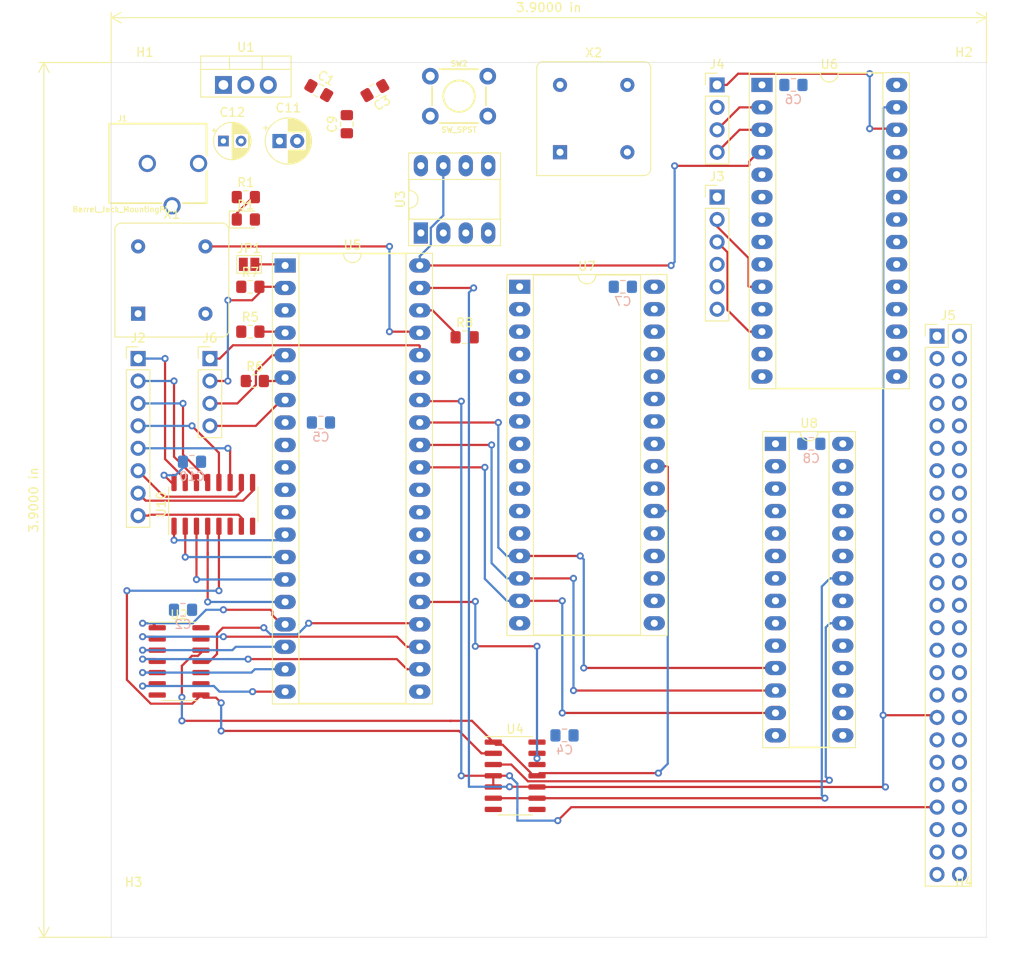
<source format=kicad_pcb>
(kicad_pcb (version 20171130) (host pcbnew "(5.1.5)-3")

  (general
    (thickness 1.6)
    (drawings 6)
    (tracks 399)
    (zones 0)
    (modules 41)
    (nets 62)
  )

  (page A4)
  (layers
    (0 F.Cu signal)
    (31 B.Cu signal)
    (32 B.Adhes user)
    (33 F.Adhes user)
    (34 B.Paste user)
    (35 F.Paste user)
    (36 B.SilkS user)
    (37 F.SilkS user)
    (38 B.Mask user)
    (39 F.Mask user)
    (40 Dwgs.User user)
    (41 Cmts.User user)
    (42 Eco1.User user)
    (43 Eco2.User user)
    (44 Edge.Cuts user)
    (45 Margin user)
    (46 B.CrtYd user)
    (47 F.CrtYd user)
    (48 B.Fab user)
    (49 F.Fab user)
  )

  (setup
    (last_trace_width 0.25)
    (trace_clearance 0.2)
    (zone_clearance 0.508)
    (zone_45_only no)
    (trace_min 0.2)
    (via_size 0.8)
    (via_drill 0.4)
    (via_min_size 0.4)
    (via_min_drill 0.3)
    (uvia_size 0.3)
    (uvia_drill 0.1)
    (uvias_allowed no)
    (uvia_min_size 0.2)
    (uvia_min_drill 0.1)
    (edge_width 0.05)
    (segment_width 0.2)
    (pcb_text_width 0.3)
    (pcb_text_size 1.5 1.5)
    (mod_edge_width 0.12)
    (mod_text_size 1 1)
    (mod_text_width 0.15)
    (pad_size 1.8796 1.8796)
    (pad_drill 1.016)
    (pad_to_mask_clearance 0.051)
    (solder_mask_min_width 0.25)
    (aux_axis_origin 0 0)
    (visible_elements 7FFFFFFF)
    (pcbplotparams
      (layerselection 0x010fc_ffffffff)
      (usegerberextensions false)
      (usegerberattributes false)
      (usegerberadvancedattributes false)
      (creategerberjobfile false)
      (excludeedgelayer true)
      (linewidth 0.100000)
      (plotframeref false)
      (viasonmask false)
      (mode 1)
      (useauxorigin false)
      (hpglpennumber 1)
      (hpglpenspeed 20)
      (hpglpendiameter 15.000000)
      (psnegative false)
      (psa4output false)
      (plotreference true)
      (plotvalue true)
      (plotinvisibletext false)
      (padsonsilk false)
      (subtractmaskfromsilk false)
      (outputformat 1)
      (mirror false)
      (drillshape 1)
      (scaleselection 1)
      (outputdirectory ""))
  )

  (net 0 "")
  (net 1 GND)
  (net 2 VCC)
  (net 3 /RW)
  (net 4 "Net-(D1-Pad1)")
  (net 5 "Net-(J1-PadPWR)")
  (net 6 "Net-(J2-Pad8)")
  (net 7 "Net-(J2-Pad7)")
  (net 8 "Net-(J2-Pad6)")
  (net 9 "Net-(J2-Pad5)")
  (net 10 "Net-(J2-Pad4)")
  (net 11 "Net-(J2-Pad3)")
  (net 12 "Net-(J2-Pad2)")
  (net 13 "Net-(J2-Pad1)")
  (net 14 "Net-(J4-Pad4)")
  (net 15 "Net-(J4-Pad3)")
  (net 16 "Net-(J4-Pad1)")
  (net 17 "Net-(J5-Pad49)")
  (net 18 /NMI#)
  (net 19 /IRQ#)
  (net 20 /PHI2)
  (net 21 /RES#)
  (net 22 /A15)
  (net 23 /D3)
  (net 24 /D4)
  (net 25 /D2)
  (net 26 /D5)
  (net 27 /D1)
  (net 28 /D6)
  (net 29 /D0)
  (net 30 /D7)
  (net 31 /A0)
  (net 32 /A1)
  (net 33 /A10)
  (net 34 /A2)
  (net 35 /MRD#)
  (net 36 /A3)
  (net 37 /A11)
  (net 38 /A4)
  (net 39 /A9)
  (net 40 /A5)
  (net 41 /A8)
  (net 42 /A6)
  (net 43 /A13)
  (net 44 /A7)
  (net 45 /MWR#)
  (net 46 /A12)
  (net 47 /A14)
  (net 48 "Net-(JP1-Pad2)")
  (net 49 /RDY)
  (net 50 "Net-(R8-Pad1)")
  (net 51 "Net-(SW2-Pad3)")
  (net 52 /ROMSEL)
  (net 53 /IOSEL#)
  (net 54 /RAMSEL#)
  (net 55 "Net-(U5-Pad37)")
  (net 56 /TX)
  (net 57 /RX)
  (net 58 "Net-(U6-Pad6)")
  (net 59 /SYNC)
  (net 60 /ML#)
  (net 61 /BE)

  (net_class Default "This is the default net class."
    (clearance 0.2)
    (trace_width 0.25)
    (via_dia 0.8)
    (via_drill 0.4)
    (uvia_dia 0.3)
    (uvia_drill 0.1)
    (add_net /A0)
    (add_net /A1)
    (add_net /A10)
    (add_net /A11)
    (add_net /A12)
    (add_net /A13)
    (add_net /A14)
    (add_net /A15)
    (add_net /A2)
    (add_net /A3)
    (add_net /A4)
    (add_net /A5)
    (add_net /A6)
    (add_net /A7)
    (add_net /A8)
    (add_net /A9)
    (add_net /BE)
    (add_net /D0)
    (add_net /D1)
    (add_net /D2)
    (add_net /D3)
    (add_net /D4)
    (add_net /D5)
    (add_net /D6)
    (add_net /D7)
    (add_net /IOSEL#)
    (add_net /IRQ#)
    (add_net /ML#)
    (add_net /MRD#)
    (add_net /MWR#)
    (add_net /NMI#)
    (add_net /PHI2)
    (add_net /RAMSEL#)
    (add_net /RDY)
    (add_net /RES#)
    (add_net /ROMSEL)
    (add_net /RW)
    (add_net /RX)
    (add_net /SYNC)
    (add_net /TX)
    (add_net GND)
    (add_net "Net-(D1-Pad1)")
    (add_net "Net-(J1-PadPWR)")
    (add_net "Net-(J2-Pad1)")
    (add_net "Net-(J2-Pad2)")
    (add_net "Net-(J2-Pad3)")
    (add_net "Net-(J2-Pad4)")
    (add_net "Net-(J2-Pad5)")
    (add_net "Net-(J2-Pad6)")
    (add_net "Net-(J2-Pad7)")
    (add_net "Net-(J2-Pad8)")
    (add_net "Net-(J4-Pad1)")
    (add_net "Net-(J4-Pad3)")
    (add_net "Net-(J4-Pad4)")
    (add_net "Net-(J5-Pad49)")
    (add_net "Net-(JP1-Pad2)")
    (add_net "Net-(R8-Pad1)")
    (add_net "Net-(SW2-Pad3)")
    (add_net "Net-(U5-Pad37)")
    (add_net "Net-(U6-Pad6)")
    (add_net VCC)
  )

  (module Package_SO:SOIC-16_3.9x9.9mm_P1.27mm (layer F.Cu) (tedit 5D9F72B1) (tstamp 5ECB4541)
    (at 80.137 72.898 90)
    (descr "SOIC, 16 Pin (JEDEC MS-012AC, https://www.analog.com/media/en/package-pcb-resources/package/pkg_pdf/soic_narrow-r/r_16.pdf), generated with kicad-footprint-generator ipc_gullwing_generator.py")
    (tags "SOIC SO")
    (path /5F78E063)
    (attr smd)
    (fp_text reference U10 (at 0 -5.9 90) (layer F.SilkS)
      (effects (font (size 1 1) (thickness 0.15)))
    )
    (fp_text value 74HC138 (at 0 5.9 90) (layer F.Fab)
      (effects (font (size 1 1) (thickness 0.15)))
    )
    (fp_text user %R (at 0 0 90) (layer F.Fab)
      (effects (font (size 0.98 0.98) (thickness 0.15)))
    )
    (fp_line (start 3.7 -5.2) (end -3.7 -5.2) (layer F.CrtYd) (width 0.05))
    (fp_line (start 3.7 5.2) (end 3.7 -5.2) (layer F.CrtYd) (width 0.05))
    (fp_line (start -3.7 5.2) (end 3.7 5.2) (layer F.CrtYd) (width 0.05))
    (fp_line (start -3.7 -5.2) (end -3.7 5.2) (layer F.CrtYd) (width 0.05))
    (fp_line (start -1.95 -3.975) (end -0.975 -4.95) (layer F.Fab) (width 0.1))
    (fp_line (start -1.95 4.95) (end -1.95 -3.975) (layer F.Fab) (width 0.1))
    (fp_line (start 1.95 4.95) (end -1.95 4.95) (layer F.Fab) (width 0.1))
    (fp_line (start 1.95 -4.95) (end 1.95 4.95) (layer F.Fab) (width 0.1))
    (fp_line (start -0.975 -4.95) (end 1.95 -4.95) (layer F.Fab) (width 0.1))
    (fp_line (start 0 -5.06) (end -3.45 -5.06) (layer F.SilkS) (width 0.12))
    (fp_line (start 0 -5.06) (end 1.95 -5.06) (layer F.SilkS) (width 0.12))
    (fp_line (start 0 5.06) (end -1.95 5.06) (layer F.SilkS) (width 0.12))
    (fp_line (start 0 5.06) (end 1.95 5.06) (layer F.SilkS) (width 0.12))
    (pad 16 smd roundrect (at 2.475 -4.445 90) (size 1.95 0.6) (layers F.Cu F.Paste F.Mask) (roundrect_rratio 0.25)
      (net 2 VCC))
    (pad 15 smd roundrect (at 2.475 -3.175 90) (size 1.95 0.6) (layers F.Cu F.Paste F.Mask) (roundrect_rratio 0.25)
      (net 13 "Net-(J2-Pad1)"))
    (pad 14 smd roundrect (at 2.475 -1.905 90) (size 1.95 0.6) (layers F.Cu F.Paste F.Mask) (roundrect_rratio 0.25)
      (net 12 "Net-(J2-Pad2)"))
    (pad 13 smd roundrect (at 2.475 -0.635 90) (size 1.95 0.6) (layers F.Cu F.Paste F.Mask) (roundrect_rratio 0.25)
      (net 11 "Net-(J2-Pad3)"))
    (pad 12 smd roundrect (at 2.475 0.635 90) (size 1.95 0.6) (layers F.Cu F.Paste F.Mask) (roundrect_rratio 0.25)
      (net 10 "Net-(J2-Pad4)"))
    (pad 11 smd roundrect (at 2.475 1.905 90) (size 1.95 0.6) (layers F.Cu F.Paste F.Mask) (roundrect_rratio 0.25)
      (net 9 "Net-(J2-Pad5)"))
    (pad 10 smd roundrect (at 2.475 3.175 90) (size 1.95 0.6) (layers F.Cu F.Paste F.Mask) (roundrect_rratio 0.25)
      (net 8 "Net-(J2-Pad6)"))
    (pad 9 smd roundrect (at 2.475 4.445 90) (size 1.95 0.6) (layers F.Cu F.Paste F.Mask) (roundrect_rratio 0.25)
      (net 7 "Net-(J2-Pad7)"))
    (pad 8 smd roundrect (at -2.475 4.445 90) (size 1.95 0.6) (layers F.Cu F.Paste F.Mask) (roundrect_rratio 0.25)
      (net 1 GND))
    (pad 7 smd roundrect (at -2.475 3.175 90) (size 1.95 0.6) (layers F.Cu F.Paste F.Mask) (roundrect_rratio 0.25)
      (net 6 "Net-(J2-Pad8)"))
    (pad 6 smd roundrect (at -2.475 1.905 90) (size 1.95 0.6) (layers F.Cu F.Paste F.Mask) (roundrect_rratio 0.25)
      (net 2 VCC))
    (pad 5 smd roundrect (at -2.475 0.635 90) (size 1.95 0.6) (layers F.Cu F.Paste F.Mask) (roundrect_rratio 0.25)
      (net 53 /IOSEL#))
    (pad 4 smd roundrect (at -2.475 -0.635 90) (size 1.95 0.6) (layers F.Cu F.Paste F.Mask) (roundrect_rratio 0.25)
      (net 44 /A7))
    (pad 3 smd roundrect (at -2.475 -1.905 90) (size 1.95 0.6) (layers F.Cu F.Paste F.Mask) (roundrect_rratio 0.25)
      (net 42 /A6))
    (pad 2 smd roundrect (at -2.475 -3.175 90) (size 1.95 0.6) (layers F.Cu F.Paste F.Mask) (roundrect_rratio 0.25)
      (net 40 /A5))
    (pad 1 smd roundrect (at -2.475 -4.445 90) (size 1.95 0.6) (layers F.Cu F.Paste F.Mask) (roundrect_rratio 0.25)
      (net 38 /A4))
    (model ${KISYS3DMOD}/Package_SO.3dshapes/SOIC-16_3.9x9.9mm_P1.27mm.wrl
      (at (xyz 0 0 0))
      (scale (xyz 1 1 1))
      (rotate (xyz 0 0 0))
    )
  )

  (module Connector_PinHeader_2.54mm:PinHeader_1x04_P2.54mm_Vertical (layer F.Cu) (tedit 59FED5CC) (tstamp 5ECB4332)
    (at 79.756 56.388)
    (descr "Through hole straight pin header, 1x04, 2.54mm pitch, single row")
    (tags "Through hole pin header THT 1x04 2.54mm single row")
    (path /62E10075)
    (fp_text reference J6 (at 0 -2.33) (layer F.SilkS)
      (effects (font (size 1 1) (thickness 0.15)))
    )
    (fp_text value Conn_01x04_Male (at 0 9.95) (layer F.Fab)
      (effects (font (size 1 1) (thickness 0.15)))
    )
    (fp_text user %R (at 0 3.81 90) (layer F.Fab)
      (effects (font (size 1 1) (thickness 0.15)))
    )
    (fp_line (start 1.8 -1.8) (end -1.8 -1.8) (layer F.CrtYd) (width 0.05))
    (fp_line (start 1.8 9.4) (end 1.8 -1.8) (layer F.CrtYd) (width 0.05))
    (fp_line (start -1.8 9.4) (end 1.8 9.4) (layer F.CrtYd) (width 0.05))
    (fp_line (start -1.8 -1.8) (end -1.8 9.4) (layer F.CrtYd) (width 0.05))
    (fp_line (start -1.33 -1.33) (end 0 -1.33) (layer F.SilkS) (width 0.12))
    (fp_line (start -1.33 0) (end -1.33 -1.33) (layer F.SilkS) (width 0.12))
    (fp_line (start -1.33 1.27) (end 1.33 1.27) (layer F.SilkS) (width 0.12))
    (fp_line (start 1.33 1.27) (end 1.33 8.95) (layer F.SilkS) (width 0.12))
    (fp_line (start -1.33 1.27) (end -1.33 8.95) (layer F.SilkS) (width 0.12))
    (fp_line (start -1.33 8.95) (end 1.33 8.95) (layer F.SilkS) (width 0.12))
    (fp_line (start -1.27 -0.635) (end -0.635 -1.27) (layer F.Fab) (width 0.1))
    (fp_line (start -1.27 8.89) (end -1.27 -0.635) (layer F.Fab) (width 0.1))
    (fp_line (start 1.27 8.89) (end -1.27 8.89) (layer F.Fab) (width 0.1))
    (fp_line (start 1.27 -1.27) (end 1.27 8.89) (layer F.Fab) (width 0.1))
    (fp_line (start -0.635 -1.27) (end 1.27 -1.27) (layer F.Fab) (width 0.1))
    (pad 4 thru_hole oval (at 0 7.62) (size 1.7 1.7) (drill 1) (layers *.Cu *.Mask)
      (net 59 /SYNC))
    (pad 3 thru_hole oval (at 0 5.08) (size 1.7 1.7) (drill 1) (layers *.Cu *.Mask)
      (net 60 /ML#))
    (pad 2 thru_hole oval (at 0 2.54) (size 1.7 1.7) (drill 1) (layers *.Cu *.Mask)
      (net 49 /RDY))
    (pad 1 thru_hole rect (at 0 0) (size 1.7 1.7) (drill 1) (layers *.Cu *.Mask)
      (net 61 /BE))
    (model ${KISYS3DMOD}/Connector_PinHeader_2.54mm.3dshapes/PinHeader_1x04_P2.54mm_Vertical.wrl
      (at (xyz 0 0 0))
      (scale (xyz 1 1 1))
      (rotate (xyz 0 0 0))
    )
  )

  (module Connector_PinHeader_2.54mm:PinHeader_1x06_P2.54mm_Vertical (layer F.Cu) (tedit 59FED5CC) (tstamp 5ECB42BB)
    (at 137.16 38.1)
    (descr "Through hole straight pin header, 1x06, 2.54mm pitch, single row")
    (tags "Through hole pin header THT 1x06 2.54mm single row")
    (path /631AD69F)
    (fp_text reference J3 (at 0 -2.33) (layer F.SilkS)
      (effects (font (size 1 1) (thickness 0.15)))
    )
    (fp_text value Conn_01x06_Male (at 0 15.03) (layer F.Fab)
      (effects (font (size 1 1) (thickness 0.15)))
    )
    (fp_text user %R (at 0 6.35 90) (layer F.Fab)
      (effects (font (size 1 1) (thickness 0.15)))
    )
    (fp_line (start 1.8 -1.8) (end -1.8 -1.8) (layer F.CrtYd) (width 0.05))
    (fp_line (start 1.8 14.5) (end 1.8 -1.8) (layer F.CrtYd) (width 0.05))
    (fp_line (start -1.8 14.5) (end 1.8 14.5) (layer F.CrtYd) (width 0.05))
    (fp_line (start -1.8 -1.8) (end -1.8 14.5) (layer F.CrtYd) (width 0.05))
    (fp_line (start -1.33 -1.33) (end 0 -1.33) (layer F.SilkS) (width 0.12))
    (fp_line (start -1.33 0) (end -1.33 -1.33) (layer F.SilkS) (width 0.12))
    (fp_line (start -1.33 1.27) (end 1.33 1.27) (layer F.SilkS) (width 0.12))
    (fp_line (start 1.33 1.27) (end 1.33 14.03) (layer F.SilkS) (width 0.12))
    (fp_line (start -1.33 1.27) (end -1.33 14.03) (layer F.SilkS) (width 0.12))
    (fp_line (start -1.33 14.03) (end 1.33 14.03) (layer F.SilkS) (width 0.12))
    (fp_line (start -1.27 -0.635) (end -0.635 -1.27) (layer F.Fab) (width 0.1))
    (fp_line (start -1.27 13.97) (end -1.27 -0.635) (layer F.Fab) (width 0.1))
    (fp_line (start 1.27 13.97) (end -1.27 13.97) (layer F.Fab) (width 0.1))
    (fp_line (start 1.27 -1.27) (end 1.27 13.97) (layer F.Fab) (width 0.1))
    (fp_line (start -0.635 -1.27) (end 1.27 -1.27) (layer F.Fab) (width 0.1))
    (pad 6 thru_hole oval (at 0 12.7) (size 1.7 1.7) (drill 1) (layers *.Cu *.Mask)
      (net 1 GND))
    (pad 5 thru_hole oval (at 0 10.16) (size 1.7 1.7) (drill 1) (layers *.Cu *.Mask))
    (pad 4 thru_hole oval (at 0 7.62) (size 1.7 1.7) (drill 1) (layers *.Cu *.Mask))
    (pad 3 thru_hole oval (at 0 5.08) (size 1.7 1.7) (drill 1) (layers *.Cu *.Mask)
      (net 56 /TX))
    (pad 2 thru_hole oval (at 0 2.54) (size 1.7 1.7) (drill 1) (layers *.Cu *.Mask)
      (net 57 /RX))
    (pad 1 thru_hole rect (at 0 0) (size 1.7 1.7) (drill 1) (layers *.Cu *.Mask))
    (model ${KISYS3DMOD}/Connector_PinHeader_2.54mm.3dshapes/PinHeader_1x06_P2.54mm_Vertical.wrl
      (at (xyz 0 0 0))
      (scale (xyz 1 1 1))
      (rotate (xyz 0 0 0))
    )
  )

  (module Oscillator:Oscillator_DIP-8 (layer F.Cu) (tedit 58CD3344) (tstamp 5ECB4585)
    (at 119.38 33.02)
    (descr "Oscillator, DIP8,http://cdn-reichelt.de/documents/datenblatt/B400/OSZI.pdf")
    (tags oscillator)
    (path /5D2EA499)
    (fp_text reference X2 (at 3.81 -11.26) (layer F.SilkS)
      (effects (font (size 1 1) (thickness 0.15)))
    )
    (fp_text value CXO_DIP8 (at 3.81 3.74) (layer F.Fab)
      (effects (font (size 1 1) (thickness 0.15)))
    )
    (fp_arc (start -1.89 -9.51) (end -2.54 -9.51) (angle 90) (layer F.Fab) (width 0.1))
    (fp_arc (start 9.51 -9.51) (end 9.51 -10.16) (angle 90) (layer F.Fab) (width 0.1))
    (fp_arc (start 9.51 1.89) (end 10.16 1.89) (angle 90) (layer F.Fab) (width 0.1))
    (fp_arc (start -1.89 -9.51) (end -2.64 -9.51) (angle 90) (layer F.SilkS) (width 0.12))
    (fp_arc (start 9.51 -9.51) (end 9.51 -10.26) (angle 90) (layer F.SilkS) (width 0.12))
    (fp_arc (start 9.51 1.89) (end 10.26 1.89) (angle 90) (layer F.SilkS) (width 0.12))
    (fp_arc (start -1.19 -8.81) (end -1.54 -8.81) (angle 90) (layer F.Fab) (width 0.1))
    (fp_arc (start 8.81 -8.81) (end 8.81 -9.16) (angle 90) (layer F.Fab) (width 0.1))
    (fp_arc (start 8.81 1.19) (end 9.16 1.19) (angle 90) (layer F.Fab) (width 0.1))
    (fp_line (start -2.54 2.54) (end -2.54 -9.51) (layer F.Fab) (width 0.1))
    (fp_line (start -1.89 -10.16) (end 9.51 -10.16) (layer F.Fab) (width 0.1))
    (fp_line (start 10.16 -9.51) (end 10.16 1.89) (layer F.Fab) (width 0.1))
    (fp_line (start -2.54 2.54) (end 9.51 2.54) (layer F.Fab) (width 0.1))
    (fp_line (start -2.64 2.64) (end 9.51 2.64) (layer F.SilkS) (width 0.12))
    (fp_line (start 10.26 1.89) (end 10.26 -9.51) (layer F.SilkS) (width 0.12))
    (fp_line (start 9.51 -10.26) (end -1.89 -10.26) (layer F.SilkS) (width 0.12))
    (fp_line (start -2.64 -9.51) (end -2.64 2.64) (layer F.SilkS) (width 0.12))
    (fp_line (start -1.54 1.54) (end 8.81 1.54) (layer F.Fab) (width 0.1))
    (fp_line (start -1.54 1.54) (end -1.54 -8.81) (layer F.Fab) (width 0.1))
    (fp_line (start -1.19 -9.16) (end 8.81 -9.16) (layer F.Fab) (width 0.1))
    (fp_line (start 9.16 1.19) (end 9.16 -8.81) (layer F.Fab) (width 0.1))
    (fp_line (start -2.79 2.79) (end 10.41 2.79) (layer F.CrtYd) (width 0.05))
    (fp_line (start -2.79 -10.41) (end -2.79 2.79) (layer F.CrtYd) (width 0.05))
    (fp_line (start 10.41 -10.41) (end -2.79 -10.41) (layer F.CrtYd) (width 0.05))
    (fp_line (start 10.41 2.79) (end 10.41 -10.41) (layer F.CrtYd) (width 0.05))
    (fp_text user %R (at 3.81 -3.81) (layer F.Fab)
      (effects (font (size 1 1) (thickness 0.15)))
    )
    (pad 4 thru_hole circle (at 7.62 0) (size 1.6 1.6) (drill 0.8) (layers *.Cu *.Mask)
      (net 1 GND))
    (pad 5 thru_hole circle (at 7.62 -7.62) (size 1.6 1.6) (drill 0.8) (layers *.Cu *.Mask)
      (net 58 "Net-(U6-Pad6)"))
    (pad 8 thru_hole circle (at 0 -7.62) (size 1.6 1.6) (drill 0.8) (layers *.Cu *.Mask)
      (net 2 VCC))
    (pad 1 thru_hole rect (at 0 0) (size 1.6 1.6) (drill 0.8) (layers *.Cu *.Mask))
    (model ${KISYS3DMOD}/Oscillator.3dshapes/Oscillator_DIP-8.wrl
      (at (xyz 0 0 0))
      (scale (xyz 1 1 1))
      (rotate (xyz 0 0 0))
    )
  )

  (module Oscillator:Oscillator_DIP-8 (layer F.Cu) (tedit 58CD3344) (tstamp 5ECB4563)
    (at 71.628 51.308)
    (descr "Oscillator, DIP8,http://cdn-reichelt.de/documents/datenblatt/B400/OSZI.pdf")
    (tags oscillator)
    (path /5D101C7C)
    (fp_text reference X1 (at 3.81 -11.26) (layer F.SilkS)
      (effects (font (size 1 1) (thickness 0.15)))
    )
    (fp_text value CXO_DIP8 (at 3.81 3.74) (layer F.Fab)
      (effects (font (size 1 1) (thickness 0.15)))
    )
    (fp_arc (start -1.89 -9.51) (end -2.54 -9.51) (angle 90) (layer F.Fab) (width 0.1))
    (fp_arc (start 9.51 -9.51) (end 9.51 -10.16) (angle 90) (layer F.Fab) (width 0.1))
    (fp_arc (start 9.51 1.89) (end 10.16 1.89) (angle 90) (layer F.Fab) (width 0.1))
    (fp_arc (start -1.89 -9.51) (end -2.64 -9.51) (angle 90) (layer F.SilkS) (width 0.12))
    (fp_arc (start 9.51 -9.51) (end 9.51 -10.26) (angle 90) (layer F.SilkS) (width 0.12))
    (fp_arc (start 9.51 1.89) (end 10.26 1.89) (angle 90) (layer F.SilkS) (width 0.12))
    (fp_arc (start -1.19 -8.81) (end -1.54 -8.81) (angle 90) (layer F.Fab) (width 0.1))
    (fp_arc (start 8.81 -8.81) (end 8.81 -9.16) (angle 90) (layer F.Fab) (width 0.1))
    (fp_arc (start 8.81 1.19) (end 9.16 1.19) (angle 90) (layer F.Fab) (width 0.1))
    (fp_line (start -2.54 2.54) (end -2.54 -9.51) (layer F.Fab) (width 0.1))
    (fp_line (start -1.89 -10.16) (end 9.51 -10.16) (layer F.Fab) (width 0.1))
    (fp_line (start 10.16 -9.51) (end 10.16 1.89) (layer F.Fab) (width 0.1))
    (fp_line (start -2.54 2.54) (end 9.51 2.54) (layer F.Fab) (width 0.1))
    (fp_line (start -2.64 2.64) (end 9.51 2.64) (layer F.SilkS) (width 0.12))
    (fp_line (start 10.26 1.89) (end 10.26 -9.51) (layer F.SilkS) (width 0.12))
    (fp_line (start 9.51 -10.26) (end -1.89 -10.26) (layer F.SilkS) (width 0.12))
    (fp_line (start -2.64 -9.51) (end -2.64 2.64) (layer F.SilkS) (width 0.12))
    (fp_line (start -1.54 1.54) (end 8.81 1.54) (layer F.Fab) (width 0.1))
    (fp_line (start -1.54 1.54) (end -1.54 -8.81) (layer F.Fab) (width 0.1))
    (fp_line (start -1.19 -9.16) (end 8.81 -9.16) (layer F.Fab) (width 0.1))
    (fp_line (start 9.16 1.19) (end 9.16 -8.81) (layer F.Fab) (width 0.1))
    (fp_line (start -2.79 2.79) (end 10.41 2.79) (layer F.CrtYd) (width 0.05))
    (fp_line (start -2.79 -10.41) (end -2.79 2.79) (layer F.CrtYd) (width 0.05))
    (fp_line (start 10.41 -10.41) (end -2.79 -10.41) (layer F.CrtYd) (width 0.05))
    (fp_line (start 10.41 2.79) (end 10.41 -10.41) (layer F.CrtYd) (width 0.05))
    (fp_text user %R (at 3.81 -3.81) (layer F.Fab)
      (effects (font (size 1 1) (thickness 0.15)))
    )
    (pad 4 thru_hole circle (at 7.62 0) (size 1.6 1.6) (drill 0.8) (layers *.Cu *.Mask)
      (net 1 GND))
    (pad 5 thru_hole circle (at 7.62 -7.62) (size 1.6 1.6) (drill 0.8) (layers *.Cu *.Mask)
      (net 55 "Net-(U5-Pad37)"))
    (pad 8 thru_hole circle (at 0 -7.62) (size 1.6 1.6) (drill 0.8) (layers *.Cu *.Mask)
      (net 2 VCC))
    (pad 1 thru_hole rect (at 0 0) (size 1.6 1.6) (drill 0.8) (layers *.Cu *.Mask))
    (model ${KISYS3DMOD}/Oscillator.3dshapes/Oscillator_DIP-8.wrl
      (at (xyz 0 0 0))
      (scale (xyz 1 1 1))
      (rotate (xyz 0 0 0))
    )
  )

  (module Package_DIP:DIP-28_W7.62mm_Socket_LongPads (layer F.Cu) (tedit 5A02E8C5) (tstamp 5ECB451F)
    (at 143.764 66.04)
    (descr "28-lead though-hole mounted DIP package, row spacing 7.62 mm (300 mils), Socket, LongPads")
    (tags "THT DIP DIL PDIP 2.54mm 7.62mm 300mil Socket LongPads")
    (path /5D51DE5F)
    (fp_text reference U8 (at 3.81 -2.33) (layer F.SilkS)
      (effects (font (size 1 1) (thickness 0.15)))
    )
    (fp_text value CY7C199 (at 3.81 35.35) (layer F.Fab)
      (effects (font (size 1 1) (thickness 0.15)))
    )
    (fp_text user %R (at 3.81 16.51) (layer F.Fab)
      (effects (font (size 1 1) (thickness 0.15)))
    )
    (fp_line (start 9.15 -1.6) (end -1.55 -1.6) (layer F.CrtYd) (width 0.05))
    (fp_line (start 9.15 34.65) (end 9.15 -1.6) (layer F.CrtYd) (width 0.05))
    (fp_line (start -1.55 34.65) (end 9.15 34.65) (layer F.CrtYd) (width 0.05))
    (fp_line (start -1.55 -1.6) (end -1.55 34.65) (layer F.CrtYd) (width 0.05))
    (fp_line (start 9.06 -1.39) (end -1.44 -1.39) (layer F.SilkS) (width 0.12))
    (fp_line (start 9.06 34.41) (end 9.06 -1.39) (layer F.SilkS) (width 0.12))
    (fp_line (start -1.44 34.41) (end 9.06 34.41) (layer F.SilkS) (width 0.12))
    (fp_line (start -1.44 -1.39) (end -1.44 34.41) (layer F.SilkS) (width 0.12))
    (fp_line (start 6.06 -1.33) (end 4.81 -1.33) (layer F.SilkS) (width 0.12))
    (fp_line (start 6.06 34.35) (end 6.06 -1.33) (layer F.SilkS) (width 0.12))
    (fp_line (start 1.56 34.35) (end 6.06 34.35) (layer F.SilkS) (width 0.12))
    (fp_line (start 1.56 -1.33) (end 1.56 34.35) (layer F.SilkS) (width 0.12))
    (fp_line (start 2.81 -1.33) (end 1.56 -1.33) (layer F.SilkS) (width 0.12))
    (fp_line (start 8.89 -1.33) (end -1.27 -1.33) (layer F.Fab) (width 0.1))
    (fp_line (start 8.89 34.35) (end 8.89 -1.33) (layer F.Fab) (width 0.1))
    (fp_line (start -1.27 34.35) (end 8.89 34.35) (layer F.Fab) (width 0.1))
    (fp_line (start -1.27 -1.33) (end -1.27 34.35) (layer F.Fab) (width 0.1))
    (fp_line (start 0.635 -0.27) (end 1.635 -1.27) (layer F.Fab) (width 0.1))
    (fp_line (start 0.635 34.29) (end 0.635 -0.27) (layer F.Fab) (width 0.1))
    (fp_line (start 6.985 34.29) (end 0.635 34.29) (layer F.Fab) (width 0.1))
    (fp_line (start 6.985 -1.27) (end 6.985 34.29) (layer F.Fab) (width 0.1))
    (fp_line (start 1.635 -1.27) (end 6.985 -1.27) (layer F.Fab) (width 0.1))
    (fp_arc (start 3.81 -1.33) (end 2.81 -1.33) (angle -180) (layer F.SilkS) (width 0.12))
    (pad 28 thru_hole oval (at 7.62 0) (size 2.4 1.6) (drill 0.8) (layers *.Cu *.Mask)
      (net 2 VCC))
    (pad 14 thru_hole oval (at 0 33.02) (size 2.4 1.6) (drill 0.8) (layers *.Cu *.Mask)
      (net 1 GND))
    (pad 27 thru_hole oval (at 7.62 2.54) (size 2.4 1.6) (drill 0.8) (layers *.Cu *.Mask)
      (net 45 /MWR#))
    (pad 13 thru_hole oval (at 0 30.48) (size 2.4 1.6) (drill 0.8) (layers *.Cu *.Mask)
      (net 25 /D2))
    (pad 26 thru_hole oval (at 7.62 5.08) (size 2.4 1.6) (drill 0.8) (layers *.Cu *.Mask)
      (net 38 /A4))
    (pad 12 thru_hole oval (at 0 27.94) (size 2.4 1.6) (drill 0.8) (layers *.Cu *.Mask)
      (net 27 /D1))
    (pad 25 thru_hole oval (at 7.62 7.62) (size 2.4 1.6) (drill 0.8) (layers *.Cu *.Mask)
      (net 36 /A3))
    (pad 11 thru_hole oval (at 0 25.4) (size 2.4 1.6) (drill 0.8) (layers *.Cu *.Mask)
      (net 29 /D0))
    (pad 24 thru_hole oval (at 7.62 10.16) (size 2.4 1.6) (drill 0.8) (layers *.Cu *.Mask)
      (net 34 /A2))
    (pad 10 thru_hole oval (at 0 22.86) (size 2.4 1.6) (drill 0.8) (layers *.Cu *.Mask)
      (net 47 /A14))
    (pad 23 thru_hole oval (at 7.62 12.7) (size 2.4 1.6) (drill 0.8) (layers *.Cu *.Mask)
      (net 32 /A1))
    (pad 9 thru_hole oval (at 0 20.32) (size 2.4 1.6) (drill 0.8) (layers *.Cu *.Mask)
      (net 43 /A13))
    (pad 22 thru_hole oval (at 7.62 15.24) (size 2.4 1.6) (drill 0.8) (layers *.Cu *.Mask)
      (net 35 /MRD#))
    (pad 8 thru_hole oval (at 0 17.78) (size 2.4 1.6) (drill 0.8) (layers *.Cu *.Mask)
      (net 46 /A12))
    (pad 21 thru_hole oval (at 7.62 17.78) (size 2.4 1.6) (drill 0.8) (layers *.Cu *.Mask)
      (net 31 /A0))
    (pad 7 thru_hole oval (at 0 15.24) (size 2.4 1.6) (drill 0.8) (layers *.Cu *.Mask)
      (net 37 /A11))
    (pad 20 thru_hole oval (at 7.62 20.32) (size 2.4 1.6) (drill 0.8) (layers *.Cu *.Mask)
      (net 54 /RAMSEL#))
    (pad 6 thru_hole oval (at 0 12.7) (size 2.4 1.6) (drill 0.8) (layers *.Cu *.Mask)
      (net 33 /A10))
    (pad 19 thru_hole oval (at 7.62 22.86) (size 2.4 1.6) (drill 0.8) (layers *.Cu *.Mask)
      (net 30 /D7))
    (pad 5 thru_hole oval (at 0 10.16) (size 2.4 1.6) (drill 0.8) (layers *.Cu *.Mask)
      (net 39 /A9))
    (pad 18 thru_hole oval (at 7.62 25.4) (size 2.4 1.6) (drill 0.8) (layers *.Cu *.Mask)
      (net 28 /D6))
    (pad 4 thru_hole oval (at 0 7.62) (size 2.4 1.6) (drill 0.8) (layers *.Cu *.Mask)
      (net 41 /A8))
    (pad 17 thru_hole oval (at 7.62 27.94) (size 2.4 1.6) (drill 0.8) (layers *.Cu *.Mask)
      (net 26 /D5))
    (pad 3 thru_hole oval (at 0 5.08) (size 2.4 1.6) (drill 0.8) (layers *.Cu *.Mask)
      (net 44 /A7))
    (pad 16 thru_hole oval (at 7.62 30.48) (size 2.4 1.6) (drill 0.8) (layers *.Cu *.Mask)
      (net 24 /D4))
    (pad 2 thru_hole oval (at 0 2.54) (size 2.4 1.6) (drill 0.8) (layers *.Cu *.Mask)
      (net 42 /A6))
    (pad 15 thru_hole oval (at 7.62 33.02) (size 2.4 1.6) (drill 0.8) (layers *.Cu *.Mask)
      (net 23 /D3))
    (pad 1 thru_hole rect (at 0 0) (size 2.4 1.6) (drill 0.8) (layers *.Cu *.Mask)
      (net 40 /A5))
    (model ${KISYS3DMOD}/Package_DIP.3dshapes/DIP-28_W7.62mm_Socket.wrl
      (at (xyz 0 0 0))
      (scale (xyz 1 1 1))
      (rotate (xyz 0 0 0))
    )
  )

  (module Package_DIP:DIP-32_W15.24mm_Socket_LongPads (layer F.Cu) (tedit 5A02E8C5) (tstamp 5ECB44E7)
    (at 114.808 48.26)
    (descr "32-lead though-hole mounted DIP package, row spacing 15.24 mm (600 mils), Socket, LongPads")
    (tags "THT DIP DIL PDIP 2.54mm 15.24mm 600mil Socket LongPads")
    (path /5D13F866)
    (fp_text reference U7 (at 7.62 -2.33) (layer F.SilkS)
      (effects (font (size 1 1) (thickness 0.15)))
    )
    (fp_text value Am29F010 (at 7.62 40.43) (layer F.Fab)
      (effects (font (size 1 1) (thickness 0.15)))
    )
    (fp_arc (start 7.62 -1.33) (end 6.62 -1.33) (angle -180) (layer F.SilkS) (width 0.12))
    (fp_line (start 1.255 -1.27) (end 14.985 -1.27) (layer F.Fab) (width 0.1))
    (fp_line (start 14.985 -1.27) (end 14.985 39.37) (layer F.Fab) (width 0.1))
    (fp_line (start 14.985 39.37) (end 0.255 39.37) (layer F.Fab) (width 0.1))
    (fp_line (start 0.255 39.37) (end 0.255 -0.27) (layer F.Fab) (width 0.1))
    (fp_line (start 0.255 -0.27) (end 1.255 -1.27) (layer F.Fab) (width 0.1))
    (fp_line (start -1.27 -1.33) (end -1.27 39.43) (layer F.Fab) (width 0.1))
    (fp_line (start -1.27 39.43) (end 16.51 39.43) (layer F.Fab) (width 0.1))
    (fp_line (start 16.51 39.43) (end 16.51 -1.33) (layer F.Fab) (width 0.1))
    (fp_line (start 16.51 -1.33) (end -1.27 -1.33) (layer F.Fab) (width 0.1))
    (fp_line (start 6.62 -1.33) (end 1.56 -1.33) (layer F.SilkS) (width 0.12))
    (fp_line (start 1.56 -1.33) (end 1.56 39.43) (layer F.SilkS) (width 0.12))
    (fp_line (start 1.56 39.43) (end 13.68 39.43) (layer F.SilkS) (width 0.12))
    (fp_line (start 13.68 39.43) (end 13.68 -1.33) (layer F.SilkS) (width 0.12))
    (fp_line (start 13.68 -1.33) (end 8.62 -1.33) (layer F.SilkS) (width 0.12))
    (fp_line (start -1.44 -1.39) (end -1.44 39.49) (layer F.SilkS) (width 0.12))
    (fp_line (start -1.44 39.49) (end 16.68 39.49) (layer F.SilkS) (width 0.12))
    (fp_line (start 16.68 39.49) (end 16.68 -1.39) (layer F.SilkS) (width 0.12))
    (fp_line (start 16.68 -1.39) (end -1.44 -1.39) (layer F.SilkS) (width 0.12))
    (fp_line (start -1.55 -1.6) (end -1.55 39.7) (layer F.CrtYd) (width 0.05))
    (fp_line (start -1.55 39.7) (end 16.8 39.7) (layer F.CrtYd) (width 0.05))
    (fp_line (start 16.8 39.7) (end 16.8 -1.6) (layer F.CrtYd) (width 0.05))
    (fp_line (start 16.8 -1.6) (end -1.55 -1.6) (layer F.CrtYd) (width 0.05))
    (fp_text user %R (at 7.62 19.05) (layer F.Fab)
      (effects (font (size 1 1) (thickness 0.15)))
    )
    (pad 1 thru_hole rect (at 0 0) (size 2.4 1.6) (drill 0.8) (layers *.Cu *.Mask))
    (pad 17 thru_hole oval (at 15.24 38.1) (size 2.4 1.6) (drill 0.8) (layers *.Cu *.Mask)
      (net 23 /D3))
    (pad 2 thru_hole oval (at 0 2.54) (size 2.4 1.6) (drill 0.8) (layers *.Cu *.Mask)
      (net 1 GND))
    (pad 18 thru_hole oval (at 15.24 35.56) (size 2.4 1.6) (drill 0.8) (layers *.Cu *.Mask)
      (net 24 /D4))
    (pad 3 thru_hole oval (at 0 5.08) (size 2.4 1.6) (drill 0.8) (layers *.Cu *.Mask)
      (net 1 GND))
    (pad 19 thru_hole oval (at 15.24 33.02) (size 2.4 1.6) (drill 0.8) (layers *.Cu *.Mask)
      (net 26 /D5))
    (pad 4 thru_hole oval (at 0 7.62) (size 2.4 1.6) (drill 0.8) (layers *.Cu *.Mask)
      (net 46 /A12))
    (pad 20 thru_hole oval (at 15.24 30.48) (size 2.4 1.6) (drill 0.8) (layers *.Cu *.Mask)
      (net 28 /D6))
    (pad 5 thru_hole oval (at 0 10.16) (size 2.4 1.6) (drill 0.8) (layers *.Cu *.Mask)
      (net 44 /A7))
    (pad 21 thru_hole oval (at 15.24 27.94) (size 2.4 1.6) (drill 0.8) (layers *.Cu *.Mask)
      (net 30 /D7))
    (pad 6 thru_hole oval (at 0 12.7) (size 2.4 1.6) (drill 0.8) (layers *.Cu *.Mask)
      (net 42 /A6))
    (pad 22 thru_hole oval (at 15.24 25.4) (size 2.4 1.6) (drill 0.8) (layers *.Cu *.Mask)
      (net 52 /ROMSEL))
    (pad 7 thru_hole oval (at 0 15.24) (size 2.4 1.6) (drill 0.8) (layers *.Cu *.Mask)
      (net 40 /A5))
    (pad 23 thru_hole oval (at 15.24 22.86) (size 2.4 1.6) (drill 0.8) (layers *.Cu *.Mask)
      (net 33 /A10))
    (pad 8 thru_hole oval (at 0 17.78) (size 2.4 1.6) (drill 0.8) (layers *.Cu *.Mask)
      (net 38 /A4))
    (pad 24 thru_hole oval (at 15.24 20.32) (size 2.4 1.6) (drill 0.8) (layers *.Cu *.Mask)
      (net 52 /ROMSEL))
    (pad 9 thru_hole oval (at 0 20.32) (size 2.4 1.6) (drill 0.8) (layers *.Cu *.Mask)
      (net 36 /A3))
    (pad 25 thru_hole oval (at 15.24 17.78) (size 2.4 1.6) (drill 0.8) (layers *.Cu *.Mask)
      (net 37 /A11))
    (pad 10 thru_hole oval (at 0 22.86) (size 2.4 1.6) (drill 0.8) (layers *.Cu *.Mask)
      (net 34 /A2))
    (pad 26 thru_hole oval (at 15.24 15.24) (size 2.4 1.6) (drill 0.8) (layers *.Cu *.Mask)
      (net 39 /A9))
    (pad 11 thru_hole oval (at 0 25.4) (size 2.4 1.6) (drill 0.8) (layers *.Cu *.Mask)
      (net 32 /A1))
    (pad 27 thru_hole oval (at 15.24 12.7) (size 2.4 1.6) (drill 0.8) (layers *.Cu *.Mask)
      (net 41 /A8))
    (pad 12 thru_hole oval (at 0 27.94) (size 2.4 1.6) (drill 0.8) (layers *.Cu *.Mask)
      (net 31 /A0))
    (pad 28 thru_hole oval (at 15.24 10.16) (size 2.4 1.6) (drill 0.8) (layers *.Cu *.Mask)
      (net 43 /A13))
    (pad 13 thru_hole oval (at 0 30.48) (size 2.4 1.6) (drill 0.8) (layers *.Cu *.Mask)
      (net 29 /D0))
    (pad 29 thru_hole oval (at 15.24 7.62) (size 2.4 1.6) (drill 0.8) (layers *.Cu *.Mask)
      (net 47 /A14))
    (pad 14 thru_hole oval (at 0 33.02) (size 2.4 1.6) (drill 0.8) (layers *.Cu *.Mask)
      (net 27 /D1))
    (pad 30 thru_hole oval (at 15.24 5.08) (size 2.4 1.6) (drill 0.8) (layers *.Cu *.Mask))
    (pad 15 thru_hole oval (at 0 35.56) (size 2.4 1.6) (drill 0.8) (layers *.Cu *.Mask)
      (net 25 /D2))
    (pad 31 thru_hole oval (at 15.24 2.54) (size 2.4 1.6) (drill 0.8) (layers *.Cu *.Mask)
      (net 2 VCC))
    (pad 16 thru_hole oval (at 0 38.1) (size 2.4 1.6) (drill 0.8) (layers *.Cu *.Mask)
      (net 1 GND))
    (pad 32 thru_hole oval (at 15.24 0) (size 2.4 1.6) (drill 0.8) (layers *.Cu *.Mask)
      (net 2 VCC))
    (model ${KISYS3DMOD}/Package_DIP.3dshapes/DIP-32_W15.24mm_Socket.wrl
      (at (xyz 0 0 0))
      (scale (xyz 1 1 1))
      (rotate (xyz 0 0 0))
    )
  )

  (module Package_DIP:DIP-28_W15.24mm_Socket_LongPads (layer F.Cu) (tedit 5A02E8C5) (tstamp 5ECB44AB)
    (at 142.24 25.4)
    (descr "28-lead though-hole mounted DIP package, row spacing 15.24 mm (600 mils), Socket, LongPads")
    (tags "THT DIP DIL PDIP 2.54mm 15.24mm 600mil Socket LongPads")
    (path /5D1C8F20)
    (fp_text reference U6 (at 7.62 -2.33) (layer F.SilkS)
      (effects (font (size 1 1) (thickness 0.15)))
    )
    (fp_text value 6551 (at 7.62 35.35) (layer F.Fab)
      (effects (font (size 1 1) (thickness 0.15)))
    )
    (fp_text user %R (at 7.62 16.51) (layer F.Fab)
      (effects (font (size 1 1) (thickness 0.15)))
    )
    (fp_line (start 16.8 -1.6) (end -1.55 -1.6) (layer F.CrtYd) (width 0.05))
    (fp_line (start 16.8 34.65) (end 16.8 -1.6) (layer F.CrtYd) (width 0.05))
    (fp_line (start -1.55 34.65) (end 16.8 34.65) (layer F.CrtYd) (width 0.05))
    (fp_line (start -1.55 -1.6) (end -1.55 34.65) (layer F.CrtYd) (width 0.05))
    (fp_line (start 16.68 -1.39) (end -1.44 -1.39) (layer F.SilkS) (width 0.12))
    (fp_line (start 16.68 34.41) (end 16.68 -1.39) (layer F.SilkS) (width 0.12))
    (fp_line (start -1.44 34.41) (end 16.68 34.41) (layer F.SilkS) (width 0.12))
    (fp_line (start -1.44 -1.39) (end -1.44 34.41) (layer F.SilkS) (width 0.12))
    (fp_line (start 13.68 -1.33) (end 8.62 -1.33) (layer F.SilkS) (width 0.12))
    (fp_line (start 13.68 34.35) (end 13.68 -1.33) (layer F.SilkS) (width 0.12))
    (fp_line (start 1.56 34.35) (end 13.68 34.35) (layer F.SilkS) (width 0.12))
    (fp_line (start 1.56 -1.33) (end 1.56 34.35) (layer F.SilkS) (width 0.12))
    (fp_line (start 6.62 -1.33) (end 1.56 -1.33) (layer F.SilkS) (width 0.12))
    (fp_line (start 16.51 -1.33) (end -1.27 -1.33) (layer F.Fab) (width 0.1))
    (fp_line (start 16.51 34.35) (end 16.51 -1.33) (layer F.Fab) (width 0.1))
    (fp_line (start -1.27 34.35) (end 16.51 34.35) (layer F.Fab) (width 0.1))
    (fp_line (start -1.27 -1.33) (end -1.27 34.35) (layer F.Fab) (width 0.1))
    (fp_line (start 0.255 -0.27) (end 1.255 -1.27) (layer F.Fab) (width 0.1))
    (fp_line (start 0.255 34.29) (end 0.255 -0.27) (layer F.Fab) (width 0.1))
    (fp_line (start 14.985 34.29) (end 0.255 34.29) (layer F.Fab) (width 0.1))
    (fp_line (start 14.985 -1.27) (end 14.985 34.29) (layer F.Fab) (width 0.1))
    (fp_line (start 1.255 -1.27) (end 14.985 -1.27) (layer F.Fab) (width 0.1))
    (fp_arc (start 7.62 -1.33) (end 6.62 -1.33) (angle -180) (layer F.SilkS) (width 0.12))
    (pad 28 thru_hole oval (at 15.24 0) (size 2.4 1.6) (drill 0.8) (layers *.Cu *.Mask)
      (net 3 /RW))
    (pad 14 thru_hole oval (at 0 33.02) (size 2.4 1.6) (drill 0.8) (layers *.Cu *.Mask)
      (net 32 /A1))
    (pad 27 thru_hole oval (at 15.24 2.54) (size 2.4 1.6) (drill 0.8) (layers *.Cu *.Mask)
      (net 20 /PHI2))
    (pad 13 thru_hole oval (at 0 30.48) (size 2.4 1.6) (drill 0.8) (layers *.Cu *.Mask)
      (net 31 /A0))
    (pad 26 thru_hole oval (at 15.24 5.08) (size 2.4 1.6) (drill 0.8) (layers *.Cu *.Mask)
      (net 16 "Net-(J4-Pad1)"))
    (pad 12 thru_hole oval (at 0 27.94) (size 2.4 1.6) (drill 0.8) (layers *.Cu *.Mask)
      (net 56 /TX))
    (pad 25 thru_hole oval (at 15.24 7.62) (size 2.4 1.6) (drill 0.8) (layers *.Cu *.Mask)
      (net 30 /D7))
    (pad 11 thru_hole oval (at 0 25.4) (size 2.4 1.6) (drill 0.8) (layers *.Cu *.Mask))
    (pad 24 thru_hole oval (at 15.24 10.16) (size 2.4 1.6) (drill 0.8) (layers *.Cu *.Mask)
      (net 28 /D6))
    (pad 10 thru_hole oval (at 0 22.86) (size 2.4 1.6) (drill 0.8) (layers *.Cu *.Mask)
      (net 57 /RX))
    (pad 23 thru_hole oval (at 15.24 12.7) (size 2.4 1.6) (drill 0.8) (layers *.Cu *.Mask)
      (net 26 /D5))
    (pad 9 thru_hole oval (at 0 20.32) (size 2.4 1.6) (drill 0.8) (layers *.Cu *.Mask)
      (net 1 GND))
    (pad 22 thru_hole oval (at 15.24 15.24) (size 2.4 1.6) (drill 0.8) (layers *.Cu *.Mask)
      (net 24 /D4))
    (pad 8 thru_hole oval (at 0 17.78) (size 2.4 1.6) (drill 0.8) (layers *.Cu *.Mask))
    (pad 21 thru_hole oval (at 15.24 17.78) (size 2.4 1.6) (drill 0.8) (layers *.Cu *.Mask)
      (net 23 /D3))
    (pad 7 thru_hole oval (at 0 15.24) (size 2.4 1.6) (drill 0.8) (layers *.Cu *.Mask))
    (pad 20 thru_hole oval (at 15.24 20.32) (size 2.4 1.6) (drill 0.8) (layers *.Cu *.Mask)
      (net 25 /D2))
    (pad 6 thru_hole oval (at 0 12.7) (size 2.4 1.6) (drill 0.8) (layers *.Cu *.Mask)
      (net 58 "Net-(U6-Pad6)"))
    (pad 19 thru_hole oval (at 15.24 22.86) (size 2.4 1.6) (drill 0.8) (layers *.Cu *.Mask)
      (net 27 /D1))
    (pad 5 thru_hole oval (at 0 10.16) (size 2.4 1.6) (drill 0.8) (layers *.Cu *.Mask))
    (pad 18 thru_hole oval (at 15.24 25.4) (size 2.4 1.6) (drill 0.8) (layers *.Cu *.Mask)
      (net 29 /D0))
    (pad 4 thru_hole oval (at 0 7.62) (size 2.4 1.6) (drill 0.8) (layers *.Cu *.Mask)
      (net 21 /RES#))
    (pad 17 thru_hole oval (at 15.24 27.94) (size 2.4 1.6) (drill 0.8) (layers *.Cu *.Mask)
      (net 1 GND))
    (pad 3 thru_hole oval (at 0 5.08) (size 2.4 1.6) (drill 0.8) (layers *.Cu *.Mask)
      (net 14 "Net-(J4-Pad4)"))
    (pad 16 thru_hole oval (at 15.24 30.48) (size 2.4 1.6) (drill 0.8) (layers *.Cu *.Mask)
      (net 1 GND))
    (pad 2 thru_hole oval (at 0 2.54) (size 2.4 1.6) (drill 0.8) (layers *.Cu *.Mask)
      (net 15 "Net-(J4-Pad3)"))
    (pad 15 thru_hole oval (at 15.24 33.02) (size 2.4 1.6) (drill 0.8) (layers *.Cu *.Mask)
      (net 2 VCC))
    (pad 1 thru_hole rect (at 0 0) (size 2.4 1.6) (drill 0.8) (layers *.Cu *.Mask)
      (net 1 GND))
    (model ${KISYS3DMOD}/Package_DIP.3dshapes/DIP-28_W15.24mm_Socket.wrl
      (at (xyz 0 0 0))
      (scale (xyz 1 1 1))
      (rotate (xyz 0 0 0))
    )
  )

  (module Package_DIP:DIP-40_W15.24mm_Socket_LongPads (layer F.Cu) (tedit 5A02E8C5) (tstamp 5ECB4473)
    (at 88.265 45.847)
    (descr "40-lead though-hole mounted DIP package, row spacing 15.24 mm (600 mils), Socket, LongPads")
    (tags "THT DIP DIL PDIP 2.54mm 15.24mm 600mil Socket LongPads")
    (path /5D1036CB)
    (fp_text reference U5 (at 7.62 -2.33) (layer F.SilkS)
      (effects (font (size 1 1) (thickness 0.15)))
    )
    (fp_text value W65C02SxP (at 7.62 50.59) (layer F.Fab)
      (effects (font (size 1 1) (thickness 0.15)))
    )
    (fp_text user %R (at 7.62 24.13) (layer F.Fab)
      (effects (font (size 1 1) (thickness 0.15)))
    )
    (fp_line (start 16.8 -1.6) (end -1.55 -1.6) (layer F.CrtYd) (width 0.05))
    (fp_line (start 16.8 49.85) (end 16.8 -1.6) (layer F.CrtYd) (width 0.05))
    (fp_line (start -1.55 49.85) (end 16.8 49.85) (layer F.CrtYd) (width 0.05))
    (fp_line (start -1.55 -1.6) (end -1.55 49.85) (layer F.CrtYd) (width 0.05))
    (fp_line (start 16.68 -1.39) (end -1.44 -1.39) (layer F.SilkS) (width 0.12))
    (fp_line (start 16.68 49.65) (end 16.68 -1.39) (layer F.SilkS) (width 0.12))
    (fp_line (start -1.44 49.65) (end 16.68 49.65) (layer F.SilkS) (width 0.12))
    (fp_line (start -1.44 -1.39) (end -1.44 49.65) (layer F.SilkS) (width 0.12))
    (fp_line (start 13.68 -1.33) (end 8.62 -1.33) (layer F.SilkS) (width 0.12))
    (fp_line (start 13.68 49.59) (end 13.68 -1.33) (layer F.SilkS) (width 0.12))
    (fp_line (start 1.56 49.59) (end 13.68 49.59) (layer F.SilkS) (width 0.12))
    (fp_line (start 1.56 -1.33) (end 1.56 49.59) (layer F.SilkS) (width 0.12))
    (fp_line (start 6.62 -1.33) (end 1.56 -1.33) (layer F.SilkS) (width 0.12))
    (fp_line (start 16.51 -1.33) (end -1.27 -1.33) (layer F.Fab) (width 0.1))
    (fp_line (start 16.51 49.59) (end 16.51 -1.33) (layer F.Fab) (width 0.1))
    (fp_line (start -1.27 49.59) (end 16.51 49.59) (layer F.Fab) (width 0.1))
    (fp_line (start -1.27 -1.33) (end -1.27 49.59) (layer F.Fab) (width 0.1))
    (fp_line (start 0.255 -0.27) (end 1.255 -1.27) (layer F.Fab) (width 0.1))
    (fp_line (start 0.255 49.53) (end 0.255 -0.27) (layer F.Fab) (width 0.1))
    (fp_line (start 14.985 49.53) (end 0.255 49.53) (layer F.Fab) (width 0.1))
    (fp_line (start 14.985 -1.27) (end 14.985 49.53) (layer F.Fab) (width 0.1))
    (fp_line (start 1.255 -1.27) (end 14.985 -1.27) (layer F.Fab) (width 0.1))
    (fp_arc (start 7.62 -1.33) (end 6.62 -1.33) (angle -180) (layer F.SilkS) (width 0.12))
    (pad 40 thru_hole oval (at 15.24 0) (size 2.4 1.6) (drill 0.8) (layers *.Cu *.Mask)
      (net 21 /RES#))
    (pad 20 thru_hole oval (at 0 48.26) (size 2.4 1.6) (drill 0.8) (layers *.Cu *.Mask)
      (net 37 /A11))
    (pad 39 thru_hole oval (at 15.24 2.54) (size 2.4 1.6) (drill 0.8) (layers *.Cu *.Mask)
      (net 20 /PHI2))
    (pad 19 thru_hole oval (at 0 45.72) (size 2.4 1.6) (drill 0.8) (layers *.Cu *.Mask)
      (net 33 /A10))
    (pad 38 thru_hole oval (at 15.24 5.08) (size 2.4 1.6) (drill 0.8) (layers *.Cu *.Mask)
      (net 50 "Net-(R8-Pad1)"))
    (pad 18 thru_hole oval (at 0 43.18) (size 2.4 1.6) (drill 0.8) (layers *.Cu *.Mask)
      (net 39 /A9))
    (pad 37 thru_hole oval (at 15.24 7.62) (size 2.4 1.6) (drill 0.8) (layers *.Cu *.Mask)
      (net 55 "Net-(U5-Pad37)"))
    (pad 17 thru_hole oval (at 0 40.64) (size 2.4 1.6) (drill 0.8) (layers *.Cu *.Mask)
      (net 41 /A8))
    (pad 36 thru_hole oval (at 15.24 10.16) (size 2.4 1.6) (drill 0.8) (layers *.Cu *.Mask)
      (net 61 /BE))
    (pad 16 thru_hole oval (at 0 38.1) (size 2.4 1.6) (drill 0.8) (layers *.Cu *.Mask)
      (net 44 /A7))
    (pad 35 thru_hole oval (at 15.24 12.7) (size 2.4 1.6) (drill 0.8) (layers *.Cu *.Mask))
    (pad 15 thru_hole oval (at 0 35.56) (size 2.4 1.6) (drill 0.8) (layers *.Cu *.Mask)
      (net 42 /A6))
    (pad 34 thru_hole oval (at 15.24 15.24) (size 2.4 1.6) (drill 0.8) (layers *.Cu *.Mask)
      (net 3 /RW))
    (pad 14 thru_hole oval (at 0 33.02) (size 2.4 1.6) (drill 0.8) (layers *.Cu *.Mask)
      (net 40 /A5))
    (pad 33 thru_hole oval (at 15.24 17.78) (size 2.4 1.6) (drill 0.8) (layers *.Cu *.Mask)
      (net 29 /D0))
    (pad 13 thru_hole oval (at 0 30.48) (size 2.4 1.6) (drill 0.8) (layers *.Cu *.Mask)
      (net 38 /A4))
    (pad 32 thru_hole oval (at 15.24 20.32) (size 2.4 1.6) (drill 0.8) (layers *.Cu *.Mask)
      (net 27 /D1))
    (pad 12 thru_hole oval (at 0 27.94) (size 2.4 1.6) (drill 0.8) (layers *.Cu *.Mask)
      (net 36 /A3))
    (pad 31 thru_hole oval (at 15.24 22.86) (size 2.4 1.6) (drill 0.8) (layers *.Cu *.Mask)
      (net 25 /D2))
    (pad 11 thru_hole oval (at 0 25.4) (size 2.4 1.6) (drill 0.8) (layers *.Cu *.Mask)
      (net 34 /A2))
    (pad 30 thru_hole oval (at 15.24 25.4) (size 2.4 1.6) (drill 0.8) (layers *.Cu *.Mask)
      (net 23 /D3))
    (pad 10 thru_hole oval (at 0 22.86) (size 2.4 1.6) (drill 0.8) (layers *.Cu *.Mask)
      (net 32 /A1))
    (pad 29 thru_hole oval (at 15.24 27.94) (size 2.4 1.6) (drill 0.8) (layers *.Cu *.Mask)
      (net 24 /D4))
    (pad 9 thru_hole oval (at 0 20.32) (size 2.4 1.6) (drill 0.8) (layers *.Cu *.Mask)
      (net 31 /A0))
    (pad 28 thru_hole oval (at 15.24 30.48) (size 2.4 1.6) (drill 0.8) (layers *.Cu *.Mask)
      (net 26 /D5))
    (pad 8 thru_hole oval (at 0 17.78) (size 2.4 1.6) (drill 0.8) (layers *.Cu *.Mask)
      (net 2 VCC))
    (pad 27 thru_hole oval (at 15.24 33.02) (size 2.4 1.6) (drill 0.8) (layers *.Cu *.Mask)
      (net 28 /D6))
    (pad 7 thru_hole oval (at 0 15.24) (size 2.4 1.6) (drill 0.8) (layers *.Cu *.Mask)
      (net 59 /SYNC))
    (pad 26 thru_hole oval (at 15.24 35.56) (size 2.4 1.6) (drill 0.8) (layers *.Cu *.Mask)
      (net 30 /D7))
    (pad 6 thru_hole oval (at 0 12.7) (size 2.4 1.6) (drill 0.8) (layers *.Cu *.Mask)
      (net 18 /NMI#))
    (pad 25 thru_hole oval (at 15.24 38.1) (size 2.4 1.6) (drill 0.8) (layers *.Cu *.Mask)
      (net 22 /A15))
    (pad 5 thru_hole oval (at 0 10.16) (size 2.4 1.6) (drill 0.8) (layers *.Cu *.Mask)
      (net 60 /ML#))
    (pad 24 thru_hole oval (at 15.24 40.64) (size 2.4 1.6) (drill 0.8) (layers *.Cu *.Mask)
      (net 47 /A14))
    (pad 4 thru_hole oval (at 0 7.62) (size 2.4 1.6) (drill 0.8) (layers *.Cu *.Mask)
      (net 19 /IRQ#))
    (pad 23 thru_hole oval (at 15.24 43.18) (size 2.4 1.6) (drill 0.8) (layers *.Cu *.Mask)
      (net 43 /A13))
    (pad 3 thru_hole oval (at 0 5.08) (size 2.4 1.6) (drill 0.8) (layers *.Cu *.Mask))
    (pad 22 thru_hole oval (at 15.24 45.72) (size 2.4 1.6) (drill 0.8) (layers *.Cu *.Mask)
      (net 46 /A12))
    (pad 2 thru_hole oval (at 0 2.54) (size 2.4 1.6) (drill 0.8) (layers *.Cu *.Mask)
      (net 49 /RDY))
    (pad 21 thru_hole oval (at 15.24 48.26) (size 2.4 1.6) (drill 0.8) (layers *.Cu *.Mask)
      (net 1 GND))
    (pad 1 thru_hole rect (at 0 0) (size 2.4 1.6) (drill 0.8) (layers *.Cu *.Mask)
      (net 48 "Net-(JP1-Pad2)"))
    (model ${KISYS3DMOD}/Package_DIP.3dshapes/DIP-40_W15.24mm_Socket.wrl
      (at (xyz 0 0 0))
      (scale (xyz 1 1 1))
      (rotate (xyz 0 0 0))
    )
  )

  (module Package_SO:SOIC-14_3.9x8.7mm_P1.27mm (layer F.Cu) (tedit 5D9F72B1) (tstamp 5ECB442F)
    (at 114.3 103.632)
    (descr "SOIC, 14 Pin (JEDEC MS-012AB, https://www.analog.com/media/en/package-pcb-resources/package/pkg_pdf/soic_narrow-r/r_14.pdf), generated with kicad-footprint-generator ipc_gullwing_generator.py")
    (tags "SOIC SO")
    (path /5D270C74)
    (attr smd)
    (fp_text reference U4 (at 0 -5.28) (layer F.SilkS)
      (effects (font (size 1 1) (thickness 0.15)))
    )
    (fp_text value 74HC00 (at 0 5.28) (layer F.Fab)
      (effects (font (size 1 1) (thickness 0.15)))
    )
    (fp_text user %R (at 0 0) (layer F.Fab)
      (effects (font (size 0.98 0.98) (thickness 0.15)))
    )
    (fp_line (start 3.7 -4.58) (end -3.7 -4.58) (layer F.CrtYd) (width 0.05))
    (fp_line (start 3.7 4.58) (end 3.7 -4.58) (layer F.CrtYd) (width 0.05))
    (fp_line (start -3.7 4.58) (end 3.7 4.58) (layer F.CrtYd) (width 0.05))
    (fp_line (start -3.7 -4.58) (end -3.7 4.58) (layer F.CrtYd) (width 0.05))
    (fp_line (start -1.95 -3.35) (end -0.975 -4.325) (layer F.Fab) (width 0.1))
    (fp_line (start -1.95 4.325) (end -1.95 -3.35) (layer F.Fab) (width 0.1))
    (fp_line (start 1.95 4.325) (end -1.95 4.325) (layer F.Fab) (width 0.1))
    (fp_line (start 1.95 -4.325) (end 1.95 4.325) (layer F.Fab) (width 0.1))
    (fp_line (start -0.975 -4.325) (end 1.95 -4.325) (layer F.Fab) (width 0.1))
    (fp_line (start 0 -4.435) (end -3.45 -4.435) (layer F.SilkS) (width 0.12))
    (fp_line (start 0 -4.435) (end 1.95 -4.435) (layer F.SilkS) (width 0.12))
    (fp_line (start 0 4.435) (end -1.95 4.435) (layer F.SilkS) (width 0.12))
    (fp_line (start 0 4.435) (end 1.95 4.435) (layer F.SilkS) (width 0.12))
    (pad 14 smd roundrect (at 2.475 -3.81) (size 1.95 0.6) (layers F.Cu F.Paste F.Mask) (roundrect_rratio 0.25)
      (net 2 VCC))
    (pad 13 smd roundrect (at 2.475 -2.54) (size 1.95 0.6) (layers F.Cu F.Paste F.Mask) (roundrect_rratio 0.25)
      (net 22 /A15))
    (pad 12 smd roundrect (at 2.475 -1.27) (size 1.95 0.6) (layers F.Cu F.Paste F.Mask) (roundrect_rratio 0.25)
      (net 22 /A15))
    (pad 11 smd roundrect (at 2.475 0) (size 1.95 0.6) (layers F.Cu F.Paste F.Mask) (roundrect_rratio 0.25)
      (net 52 /ROMSEL))
    (pad 10 smd roundrect (at 2.475 1.27) (size 1.95 0.6) (layers F.Cu F.Paste F.Mask) (roundrect_rratio 0.25)
      (net 20 /PHI2))
    (pad 9 smd roundrect (at 2.475 2.54) (size 1.95 0.6) (layers F.Cu F.Paste F.Mask) (roundrect_rratio 0.25)
      (net 35 /MRD#))
    (pad 8 smd roundrect (at 2.475 3.81) (size 1.95 0.6) (layers F.Cu F.Paste F.Mask) (roundrect_rratio 0.25)
      (net 45 /MWR#))
    (pad 7 smd roundrect (at -2.475 3.81) (size 1.95 0.6) (layers F.Cu F.Paste F.Mask) (roundrect_rratio 0.25)
      (net 1 GND))
    (pad 6 smd roundrect (at -2.475 2.54) (size 1.95 0.6) (layers F.Cu F.Paste F.Mask) (roundrect_rratio 0.25)
      (net 35 /MRD#))
    (pad 5 smd roundrect (at -2.475 1.27) (size 1.95 0.6) (layers F.Cu F.Paste F.Mask) (roundrect_rratio 0.25)
      (net 3 /RW))
    (pad 4 smd roundrect (at -2.475 0) (size 1.95 0.6) (layers F.Cu F.Paste F.Mask) (roundrect_rratio 0.25)
      (net 3 /RW))
    (pad 3 smd roundrect (at -2.475 -1.27) (size 1.95 0.6) (layers F.Cu F.Paste F.Mask) (roundrect_rratio 0.25)
      (net 54 /RAMSEL#))
    (pad 2 smd roundrect (at -2.475 -2.54) (size 1.95 0.6) (layers F.Cu F.Paste F.Mask) (roundrect_rratio 0.25)
      (net 53 /IOSEL#))
    (pad 1 smd roundrect (at -2.475 -3.81) (size 1.95 0.6) (layers F.Cu F.Paste F.Mask) (roundrect_rratio 0.25)
      (net 52 /ROMSEL))
    (model ${KISYS3DMOD}/Package_SO.3dshapes/SOIC-14_3.9x8.7mm_P1.27mm.wrl
      (at (xyz 0 0 0))
      (scale (xyz 1 1 1))
      (rotate (xyz 0 0 0))
    )
  )

  (module Package_DIP:DIP-8_W7.62mm_Socket_LongPads (layer F.Cu) (tedit 5A02E8C5) (tstamp 5ECB440F)
    (at 103.632 42.164 90)
    (descr "8-lead though-hole mounted DIP package, row spacing 7.62 mm (300 mils), Socket, LongPads")
    (tags "THT DIP DIL PDIP 2.54mm 7.62mm 300mil Socket LongPads")
    (path /5D0FBDA8)
    (fp_text reference U3 (at 3.81 -2.33 90) (layer F.SilkS)
      (effects (font (size 1 1) (thickness 0.15)))
    )
    (fp_text value MAX707 (at 3.81 9.95 90) (layer F.Fab)
      (effects (font (size 1 1) (thickness 0.15)))
    )
    (fp_text user %R (at 3.81 3.81 90) (layer F.Fab)
      (effects (font (size 1 1) (thickness 0.15)))
    )
    (fp_line (start 9.15 -1.6) (end -1.55 -1.6) (layer F.CrtYd) (width 0.05))
    (fp_line (start 9.15 9.2) (end 9.15 -1.6) (layer F.CrtYd) (width 0.05))
    (fp_line (start -1.55 9.2) (end 9.15 9.2) (layer F.CrtYd) (width 0.05))
    (fp_line (start -1.55 -1.6) (end -1.55 9.2) (layer F.CrtYd) (width 0.05))
    (fp_line (start 9.06 -1.39) (end -1.44 -1.39) (layer F.SilkS) (width 0.12))
    (fp_line (start 9.06 9.01) (end 9.06 -1.39) (layer F.SilkS) (width 0.12))
    (fp_line (start -1.44 9.01) (end 9.06 9.01) (layer F.SilkS) (width 0.12))
    (fp_line (start -1.44 -1.39) (end -1.44 9.01) (layer F.SilkS) (width 0.12))
    (fp_line (start 6.06 -1.33) (end 4.81 -1.33) (layer F.SilkS) (width 0.12))
    (fp_line (start 6.06 8.95) (end 6.06 -1.33) (layer F.SilkS) (width 0.12))
    (fp_line (start 1.56 8.95) (end 6.06 8.95) (layer F.SilkS) (width 0.12))
    (fp_line (start 1.56 -1.33) (end 1.56 8.95) (layer F.SilkS) (width 0.12))
    (fp_line (start 2.81 -1.33) (end 1.56 -1.33) (layer F.SilkS) (width 0.12))
    (fp_line (start 8.89 -1.33) (end -1.27 -1.33) (layer F.Fab) (width 0.1))
    (fp_line (start 8.89 8.95) (end 8.89 -1.33) (layer F.Fab) (width 0.1))
    (fp_line (start -1.27 8.95) (end 8.89 8.95) (layer F.Fab) (width 0.1))
    (fp_line (start -1.27 -1.33) (end -1.27 8.95) (layer F.Fab) (width 0.1))
    (fp_line (start 0.635 -0.27) (end 1.635 -1.27) (layer F.Fab) (width 0.1))
    (fp_line (start 0.635 8.89) (end 0.635 -0.27) (layer F.Fab) (width 0.1))
    (fp_line (start 6.985 8.89) (end 0.635 8.89) (layer F.Fab) (width 0.1))
    (fp_line (start 6.985 -1.27) (end 6.985 8.89) (layer F.Fab) (width 0.1))
    (fp_line (start 1.635 -1.27) (end 6.985 -1.27) (layer F.Fab) (width 0.1))
    (fp_arc (start 3.81 -1.33) (end 2.81 -1.33) (angle -180) (layer F.SilkS) (width 0.12))
    (pad 8 thru_hole oval (at 7.62 0 90) (size 2.4 1.6) (drill 0.8) (layers *.Cu *.Mask))
    (pad 4 thru_hole oval (at 0 7.62 90) (size 2.4 1.6) (drill 0.8) (layers *.Cu *.Mask))
    (pad 7 thru_hole oval (at 7.62 2.54 90) (size 2.4 1.6) (drill 0.8) (layers *.Cu *.Mask)
      (net 21 /RES#))
    (pad 3 thru_hole oval (at 0 5.08 90) (size 2.4 1.6) (drill 0.8) (layers *.Cu *.Mask)
      (net 1 GND))
    (pad 6 thru_hole oval (at 7.62 5.08 90) (size 2.4 1.6) (drill 0.8) (layers *.Cu *.Mask))
    (pad 2 thru_hole oval (at 0 2.54 90) (size 2.4 1.6) (drill 0.8) (layers *.Cu *.Mask)
      (net 2 VCC))
    (pad 5 thru_hole oval (at 7.62 7.62 90) (size 2.4 1.6) (drill 0.8) (layers *.Cu *.Mask))
    (pad 1 thru_hole rect (at 0 0 90) (size 2.4 1.6) (drill 0.8) (layers *.Cu *.Mask)
      (net 51 "Net-(SW2-Pad3)"))
    (model ${KISYS3DMOD}/Package_DIP.3dshapes/DIP-8_W7.62mm_Socket.wrl
      (at (xyz 0 0 0))
      (scale (xyz 1 1 1))
      (rotate (xyz 0 0 0))
    )
  )

  (module Package_SO:SOIC-14_3.9x8.7mm_P1.27mm (layer F.Cu) (tedit 5D9F72B1) (tstamp 5ECB43EB)
    (at 76.265 90.678)
    (descr "SOIC, 14 Pin (JEDEC MS-012AB, https://www.analog.com/media/en/package-pcb-resources/package/pkg_pdf/soic_narrow-r/r_14.pdf), generated with kicad-footprint-generator ipc_gullwing_generator.py")
    (tags "SOIC SO")
    (path /5F2EBDCC)
    (attr smd)
    (fp_text reference U2 (at 0 -5.28) (layer F.SilkS)
      (effects (font (size 1 1) (thickness 0.15)))
    )
    (fp_text value 74HC30 (at 0 5.28) (layer F.Fab)
      (effects (font (size 1 1) (thickness 0.15)))
    )
    (fp_text user %R (at 0 0) (layer F.Fab)
      (effects (font (size 0.98 0.98) (thickness 0.15)))
    )
    (fp_line (start 3.7 -4.58) (end -3.7 -4.58) (layer F.CrtYd) (width 0.05))
    (fp_line (start 3.7 4.58) (end 3.7 -4.58) (layer F.CrtYd) (width 0.05))
    (fp_line (start -3.7 4.58) (end 3.7 4.58) (layer F.CrtYd) (width 0.05))
    (fp_line (start -3.7 -4.58) (end -3.7 4.58) (layer F.CrtYd) (width 0.05))
    (fp_line (start -1.95 -3.35) (end -0.975 -4.325) (layer F.Fab) (width 0.1))
    (fp_line (start -1.95 4.325) (end -1.95 -3.35) (layer F.Fab) (width 0.1))
    (fp_line (start 1.95 4.325) (end -1.95 4.325) (layer F.Fab) (width 0.1))
    (fp_line (start 1.95 -4.325) (end 1.95 4.325) (layer F.Fab) (width 0.1))
    (fp_line (start -0.975 -4.325) (end 1.95 -4.325) (layer F.Fab) (width 0.1))
    (fp_line (start 0 -4.435) (end -3.45 -4.435) (layer F.SilkS) (width 0.12))
    (fp_line (start 0 -4.435) (end 1.95 -4.435) (layer F.SilkS) (width 0.12))
    (fp_line (start 0 4.435) (end -1.95 4.435) (layer F.SilkS) (width 0.12))
    (fp_line (start 0 4.435) (end 1.95 4.435) (layer F.SilkS) (width 0.12))
    (pad 14 smd roundrect (at 2.475 -3.81) (size 1.95 0.6) (layers F.Cu F.Paste F.Mask) (roundrect_rratio 0.25)
      (net 2 VCC))
    (pad 13 smd roundrect (at 2.475 -2.54) (size 1.95 0.6) (layers F.Cu F.Paste F.Mask) (roundrect_rratio 0.25))
    (pad 12 smd roundrect (at 2.475 -1.27) (size 1.95 0.6) (layers F.Cu F.Paste F.Mask) (roundrect_rratio 0.25)
      (net 52 /ROMSEL))
    (pad 11 smd roundrect (at 2.475 0) (size 1.95 0.6) (layers F.Cu F.Paste F.Mask) (roundrect_rratio 0.25)
      (net 47 /A14))
    (pad 10 smd roundrect (at 2.475 1.27) (size 1.95 0.6) (layers F.Cu F.Paste F.Mask) (roundrect_rratio 0.25))
    (pad 9 smd roundrect (at 2.475 2.54) (size 1.95 0.6) (layers F.Cu F.Paste F.Mask) (roundrect_rratio 0.25))
    (pad 8 smd roundrect (at 2.475 3.81) (size 1.95 0.6) (layers F.Cu F.Paste F.Mask) (roundrect_rratio 0.25)
      (net 53 /IOSEL#))
    (pad 7 smd roundrect (at -2.475 3.81) (size 1.95 0.6) (layers F.Cu F.Paste F.Mask) (roundrect_rratio 0.25)
      (net 1 GND))
    (pad 6 smd roundrect (at -2.475 2.54) (size 1.95 0.6) (layers F.Cu F.Paste F.Mask) (roundrect_rratio 0.25)
      (net 37 /A11))
    (pad 5 smd roundrect (at -2.475 1.27) (size 1.95 0.6) (layers F.Cu F.Paste F.Mask) (roundrect_rratio 0.25)
      (net 33 /A10))
    (pad 4 smd roundrect (at -2.475 0) (size 1.95 0.6) (layers F.Cu F.Paste F.Mask) (roundrect_rratio 0.25)
      (net 46 /A12))
    (pad 3 smd roundrect (at -2.475 -1.27) (size 1.95 0.6) (layers F.Cu F.Paste F.Mask) (roundrect_rratio 0.25)
      (net 39 /A9))
    (pad 2 smd roundrect (at -2.475 -2.54) (size 1.95 0.6) (layers F.Cu F.Paste F.Mask) (roundrect_rratio 0.25)
      (net 43 /A13))
    (pad 1 smd roundrect (at -2.475 -3.81) (size 1.95 0.6) (layers F.Cu F.Paste F.Mask) (roundrect_rratio 0.25)
      (net 41 /A8))
    (model ${KISYS3DMOD}/Package_SO.3dshapes/SOIC-14_3.9x8.7mm_P1.27mm.wrl
      (at (xyz 0 0 0))
      (scale (xyz 1 1 1))
      (rotate (xyz 0 0 0))
    )
  )

  (module Package_TO_SOT_THT:TO-220-3_Vertical (layer F.Cu) (tedit 5AC8BA0D) (tstamp 5ECB43CB)
    (at 81.28 25.4)
    (descr "TO-220-3, Vertical, RM 2.54mm, see https://www.vishay.com/docs/66542/to-220-1.pdf")
    (tags "TO-220-3 Vertical RM 2.54mm")
    (path /5D394732)
    (fp_text reference U1 (at 2.54 -4.27) (layer F.SilkS)
      (effects (font (size 1 1) (thickness 0.15)))
    )
    (fp_text value LM7805_TO220 (at 2.54 2.5) (layer F.Fab)
      (effects (font (size 1 1) (thickness 0.15)))
    )
    (fp_text user %R (at 2.54 -4.27) (layer F.Fab)
      (effects (font (size 1 1) (thickness 0.15)))
    )
    (fp_line (start 7.79 -3.4) (end -2.71 -3.4) (layer F.CrtYd) (width 0.05))
    (fp_line (start 7.79 1.51) (end 7.79 -3.4) (layer F.CrtYd) (width 0.05))
    (fp_line (start -2.71 1.51) (end 7.79 1.51) (layer F.CrtYd) (width 0.05))
    (fp_line (start -2.71 -3.4) (end -2.71 1.51) (layer F.CrtYd) (width 0.05))
    (fp_line (start 4.391 -3.27) (end 4.391 -1.76) (layer F.SilkS) (width 0.12))
    (fp_line (start 0.69 -3.27) (end 0.69 -1.76) (layer F.SilkS) (width 0.12))
    (fp_line (start -2.58 -1.76) (end 7.66 -1.76) (layer F.SilkS) (width 0.12))
    (fp_line (start 7.66 -3.27) (end 7.66 1.371) (layer F.SilkS) (width 0.12))
    (fp_line (start -2.58 -3.27) (end -2.58 1.371) (layer F.SilkS) (width 0.12))
    (fp_line (start -2.58 1.371) (end 7.66 1.371) (layer F.SilkS) (width 0.12))
    (fp_line (start -2.58 -3.27) (end 7.66 -3.27) (layer F.SilkS) (width 0.12))
    (fp_line (start 4.39 -3.15) (end 4.39 -1.88) (layer F.Fab) (width 0.1))
    (fp_line (start 0.69 -3.15) (end 0.69 -1.88) (layer F.Fab) (width 0.1))
    (fp_line (start -2.46 -1.88) (end 7.54 -1.88) (layer F.Fab) (width 0.1))
    (fp_line (start 7.54 -3.15) (end -2.46 -3.15) (layer F.Fab) (width 0.1))
    (fp_line (start 7.54 1.25) (end 7.54 -3.15) (layer F.Fab) (width 0.1))
    (fp_line (start -2.46 1.25) (end 7.54 1.25) (layer F.Fab) (width 0.1))
    (fp_line (start -2.46 -3.15) (end -2.46 1.25) (layer F.Fab) (width 0.1))
    (pad 3 thru_hole oval (at 5.08 0) (size 1.905 2) (drill 1.1) (layers *.Cu *.Mask)
      (net 2 VCC))
    (pad 2 thru_hole oval (at 2.54 0) (size 1.905 2) (drill 1.1) (layers *.Cu *.Mask)
      (net 1 GND))
    (pad 1 thru_hole rect (at 0 0) (size 1.905 2) (drill 1.1) (layers *.Cu *.Mask)
      (net 5 "Net-(J1-PadPWR)"))
    (model ${KISYS3DMOD}/Package_TO_SOT_THT.3dshapes/TO-220-3_Vertical.wrl
      (at (xyz 0 0 0))
      (scale (xyz 1 1 1))
      (rotate (xyz 0 0 0))
    )
  )

  (module SparkFun-Switches:TACTILE_SWITCH_PTH_6.0MM (layer F.Cu) (tedit 200000) (tstamp 5ECB43B1)
    (at 107.95 26.67)
    (descr "MOMENTARY SWITCH (PUSHBUTTON) - SPST - PTH, 6.0MM SQUARE")
    (tags "MOMENTARY SWITCH (PUSHBUTTON) - SPST - PTH, 6.0MM SQUARE")
    (path /5D0FF648)
    (attr virtual)
    (fp_text reference SW2 (at 0 -3.683) (layer F.SilkS)
      (effects (font (size 0.6096 0.6096) (thickness 0.127)))
    )
    (fp_text value SW_SPST (at 0 3.81) (layer F.SilkS)
      (effects (font (size 0.6096 0.6096) (thickness 0.127)))
    )
    (fp_circle (center 0 0) (end 0 -1.778) (layer F.SilkS) (width 0.2032))
    (fp_line (start -2.54 -0.508) (end -2.159 0.381) (layer Dwgs.User) (width 0.2032))
    (fp_line (start -2.54 0.508) (end -2.54 1.27) (layer Dwgs.User) (width 0.2032))
    (fp_line (start -2.54 -1.27) (end -2.54 -0.508) (layer Dwgs.User) (width 0.2032))
    (fp_line (start -3.048 -1.02616) (end -3.048 1.016) (layer F.SilkS) (width 0.2032))
    (fp_line (start 3.048 -0.99568) (end 3.048 1.016) (layer F.SilkS) (width 0.2032))
    (fp_line (start -2.159 3.048) (end 2.159 3.048) (layer F.SilkS) (width 0.2032))
    (fp_line (start 2.159 -3.048) (end -2.159 -3.048) (layer F.SilkS) (width 0.2032))
    (fp_line (start 2.54 -3.048) (end 2.159 -3.048) (layer Dwgs.User) (width 0.2032))
    (fp_line (start -2.54 -3.048) (end -2.159 -3.048) (layer Dwgs.User) (width 0.2032))
    (fp_line (start -2.54 3.048) (end -2.159 3.048) (layer Dwgs.User) (width 0.2032))
    (fp_line (start 2.54 3.048) (end 2.159 3.048) (layer Dwgs.User) (width 0.2032))
    (fp_line (start -3.048 2.54) (end -3.048 1.016) (layer Dwgs.User) (width 0.2032))
    (fp_line (start -2.54 3.048) (end -3.048 2.54) (layer Dwgs.User) (width 0.2032))
    (fp_line (start -3.048 -2.54) (end -3.048 -1.016) (layer Dwgs.User) (width 0.2032))
    (fp_line (start -2.54 -3.048) (end -3.048 -2.54) (layer Dwgs.User) (width 0.2032))
    (fp_line (start 3.048 2.54) (end 3.048 1.016) (layer Dwgs.User) (width 0.2032))
    (fp_line (start 2.54 3.048) (end 3.048 2.54) (layer Dwgs.User) (width 0.2032))
    (fp_line (start 3.048 -2.54) (end 2.54 -3.048) (layer Dwgs.User) (width 0.2032))
    (fp_line (start 3.048 -1.016) (end 3.048 -2.54) (layer Dwgs.User) (width 0.2032))
    (pad 4 thru_hole circle (at 3.2512 2.2606) (size 1.8796 1.8796) (drill 1.016) (layers *.Cu *.Mask)
      (solder_mask_margin 0.1016))
    (pad 3 thru_hole circle (at -3.2512 2.2606) (size 1.8796 1.8796) (drill 1.016) (layers *.Cu *.Mask)
      (net 51 "Net-(SW2-Pad3)") (solder_mask_margin 0.1016))
    (pad 2 thru_hole circle (at 3.2512 -2.2606) (size 1.8796 1.8796) (drill 1.016) (layers *.Cu *.Mask)
      (solder_mask_margin 0.1016))
    (pad 1 thru_hole circle (at -3.2512 -2.2606) (size 1.8796 1.8796) (drill 1.016) (layers *.Cu *.Mask)
      (net 1 GND) (solder_mask_margin 0.1016))
  )

  (module Resistor_SMD:R_0805_2012Metric_Pad1.15x1.40mm_HandSolder (layer F.Cu) (tedit 5B36C52B) (tstamp 5ECB4395)
    (at 108.585 53.975)
    (descr "Resistor SMD 0805 (2012 Metric), square (rectangular) end terminal, IPC_7351 nominal with elongated pad for handsoldering. (Body size source: https://docs.google.com/spreadsheets/d/1BsfQQcO9C6DZCsRaXUlFlo91Tg2WpOkGARC1WS5S8t0/edit?usp=sharing), generated with kicad-footprint-generator")
    (tags "resistor handsolder")
    (path /5D106B19)
    (attr smd)
    (fp_text reference R8 (at 0 -1.65) (layer F.SilkS)
      (effects (font (size 1 1) (thickness 0.15)))
    )
    (fp_text value 3.3k (at 0 1.65) (layer F.Fab)
      (effects (font (size 1 1) (thickness 0.15)))
    )
    (fp_text user %R (at 0 0) (layer F.Fab)
      (effects (font (size 0.5 0.5) (thickness 0.08)))
    )
    (fp_line (start 1.85 0.95) (end -1.85 0.95) (layer F.CrtYd) (width 0.05))
    (fp_line (start 1.85 -0.95) (end 1.85 0.95) (layer F.CrtYd) (width 0.05))
    (fp_line (start -1.85 -0.95) (end 1.85 -0.95) (layer F.CrtYd) (width 0.05))
    (fp_line (start -1.85 0.95) (end -1.85 -0.95) (layer F.CrtYd) (width 0.05))
    (fp_line (start -0.261252 0.71) (end 0.261252 0.71) (layer F.SilkS) (width 0.12))
    (fp_line (start -0.261252 -0.71) (end 0.261252 -0.71) (layer F.SilkS) (width 0.12))
    (fp_line (start 1 0.6) (end -1 0.6) (layer F.Fab) (width 0.1))
    (fp_line (start 1 -0.6) (end 1 0.6) (layer F.Fab) (width 0.1))
    (fp_line (start -1 -0.6) (end 1 -0.6) (layer F.Fab) (width 0.1))
    (fp_line (start -1 0.6) (end -1 -0.6) (layer F.Fab) (width 0.1))
    (pad 2 smd roundrect (at 1.025 0) (size 1.15 1.4) (layers F.Cu F.Paste F.Mask) (roundrect_rratio 0.217391)
      (net 2 VCC))
    (pad 1 smd roundrect (at -1.025 0) (size 1.15 1.4) (layers F.Cu F.Paste F.Mask) (roundrect_rratio 0.217391)
      (net 50 "Net-(R8-Pad1)"))
    (model ${KISYS3DMOD}/Resistor_SMD.3dshapes/R_0805_2012Metric.wrl
      (at (xyz 0 0 0))
      (scale (xyz 1 1 1))
      (rotate (xyz 0 0 0))
    )
  )

  (module Resistor_SMD:R_0805_2012Metric_Pad1.15x1.40mm_HandSolder (layer F.Cu) (tedit 5B36C52B) (tstamp 5ECB4384)
    (at 84.328 48.26)
    (descr "Resistor SMD 0805 (2012 Metric), square (rectangular) end terminal, IPC_7351 nominal with elongated pad for handsoldering. (Body size source: https://docs.google.com/spreadsheets/d/1BsfQQcO9C6DZCsRaXUlFlo91Tg2WpOkGARC1WS5S8t0/edit?usp=sharing), generated with kicad-footprint-generator")
    (tags "resistor handsolder")
    (path /5D10671A)
    (attr smd)
    (fp_text reference R7 (at 0 -1.65) (layer F.SilkS)
      (effects (font (size 1 1) (thickness 0.15)))
    )
    (fp_text value 3.3k (at 0 1.65) (layer F.Fab)
      (effects (font (size 1 1) (thickness 0.15)))
    )
    (fp_text user %R (at 0 0) (layer F.Fab)
      (effects (font (size 0.5 0.5) (thickness 0.08)))
    )
    (fp_line (start 1.85 0.95) (end -1.85 0.95) (layer F.CrtYd) (width 0.05))
    (fp_line (start 1.85 -0.95) (end 1.85 0.95) (layer F.CrtYd) (width 0.05))
    (fp_line (start -1.85 -0.95) (end 1.85 -0.95) (layer F.CrtYd) (width 0.05))
    (fp_line (start -1.85 0.95) (end -1.85 -0.95) (layer F.CrtYd) (width 0.05))
    (fp_line (start -0.261252 0.71) (end 0.261252 0.71) (layer F.SilkS) (width 0.12))
    (fp_line (start -0.261252 -0.71) (end 0.261252 -0.71) (layer F.SilkS) (width 0.12))
    (fp_line (start 1 0.6) (end -1 0.6) (layer F.Fab) (width 0.1))
    (fp_line (start 1 -0.6) (end 1 0.6) (layer F.Fab) (width 0.1))
    (fp_line (start -1 -0.6) (end 1 -0.6) (layer F.Fab) (width 0.1))
    (fp_line (start -1 0.6) (end -1 -0.6) (layer F.Fab) (width 0.1))
    (pad 2 smd roundrect (at 1.025 0) (size 1.15 1.4) (layers F.Cu F.Paste F.Mask) (roundrect_rratio 0.217391)
      (net 49 /RDY))
    (pad 1 smd roundrect (at -1.025 0) (size 1.15 1.4) (layers F.Cu F.Paste F.Mask) (roundrect_rratio 0.217391)
      (net 2 VCC))
    (model ${KISYS3DMOD}/Resistor_SMD.3dshapes/R_0805_2012Metric.wrl
      (at (xyz 0 0 0))
      (scale (xyz 1 1 1))
      (rotate (xyz 0 0 0))
    )
  )

  (module Resistor_SMD:R_0805_2012Metric_Pad1.15x1.40mm_HandSolder (layer F.Cu) (tedit 5B36C52B) (tstamp 5ECB4373)
    (at 84.836 58.928)
    (descr "Resistor SMD 0805 (2012 Metric), square (rectangular) end terminal, IPC_7351 nominal with elongated pad for handsoldering. (Body size source: https://docs.google.com/spreadsheets/d/1BsfQQcO9C6DZCsRaXUlFlo91Tg2WpOkGARC1WS5S8t0/edit?usp=sharing), generated with kicad-footprint-generator")
    (tags "resistor handsolder")
    (path /5D1065C6)
    (attr smd)
    (fp_text reference R6 (at 0 -1.65) (layer F.SilkS)
      (effects (font (size 1 1) (thickness 0.15)))
    )
    (fp_text value 3.3k (at 0 1.65) (layer F.Fab)
      (effects (font (size 1 1) (thickness 0.15)))
    )
    (fp_text user %R (at 0 0) (layer F.Fab)
      (effects (font (size 0.5 0.5) (thickness 0.08)))
    )
    (fp_line (start 1.85 0.95) (end -1.85 0.95) (layer F.CrtYd) (width 0.05))
    (fp_line (start 1.85 -0.95) (end 1.85 0.95) (layer F.CrtYd) (width 0.05))
    (fp_line (start -1.85 -0.95) (end 1.85 -0.95) (layer F.CrtYd) (width 0.05))
    (fp_line (start -1.85 0.95) (end -1.85 -0.95) (layer F.CrtYd) (width 0.05))
    (fp_line (start -0.261252 0.71) (end 0.261252 0.71) (layer F.SilkS) (width 0.12))
    (fp_line (start -0.261252 -0.71) (end 0.261252 -0.71) (layer F.SilkS) (width 0.12))
    (fp_line (start 1 0.6) (end -1 0.6) (layer F.Fab) (width 0.1))
    (fp_line (start 1 -0.6) (end 1 0.6) (layer F.Fab) (width 0.1))
    (fp_line (start -1 -0.6) (end 1 -0.6) (layer F.Fab) (width 0.1))
    (fp_line (start -1 0.6) (end -1 -0.6) (layer F.Fab) (width 0.1))
    (pad 2 smd roundrect (at 1.025 0) (size 1.15 1.4) (layers F.Cu F.Paste F.Mask) (roundrect_rratio 0.217391)
      (net 18 /NMI#))
    (pad 1 smd roundrect (at -1.025 0) (size 1.15 1.4) (layers F.Cu F.Paste F.Mask) (roundrect_rratio 0.217391)
      (net 2 VCC))
    (model ${KISYS3DMOD}/Resistor_SMD.3dshapes/R_0805_2012Metric.wrl
      (at (xyz 0 0 0))
      (scale (xyz 1 1 1))
      (rotate (xyz 0 0 0))
    )
  )

  (module Resistor_SMD:R_0805_2012Metric_Pad1.15x1.40mm_HandSolder (layer F.Cu) (tedit 5B36C52B) (tstamp 5ECB4362)
    (at 84.328 53.34)
    (descr "Resistor SMD 0805 (2012 Metric), square (rectangular) end terminal, IPC_7351 nominal with elongated pad for handsoldering. (Body size source: https://docs.google.com/spreadsheets/d/1BsfQQcO9C6DZCsRaXUlFlo91Tg2WpOkGARC1WS5S8t0/edit?usp=sharing), generated with kicad-footprint-generator")
    (tags "resistor handsolder")
    (path /5D105F83)
    (attr smd)
    (fp_text reference R5 (at 0 -1.65) (layer F.SilkS)
      (effects (font (size 1 1) (thickness 0.15)))
    )
    (fp_text value 3.3k (at 0 1.65) (layer F.Fab)
      (effects (font (size 1 1) (thickness 0.15)))
    )
    (fp_text user %R (at 0 0) (layer F.Fab)
      (effects (font (size 0.5 0.5) (thickness 0.08)))
    )
    (fp_line (start 1.85 0.95) (end -1.85 0.95) (layer F.CrtYd) (width 0.05))
    (fp_line (start 1.85 -0.95) (end 1.85 0.95) (layer F.CrtYd) (width 0.05))
    (fp_line (start -1.85 -0.95) (end 1.85 -0.95) (layer F.CrtYd) (width 0.05))
    (fp_line (start -1.85 0.95) (end -1.85 -0.95) (layer F.CrtYd) (width 0.05))
    (fp_line (start -0.261252 0.71) (end 0.261252 0.71) (layer F.SilkS) (width 0.12))
    (fp_line (start -0.261252 -0.71) (end 0.261252 -0.71) (layer F.SilkS) (width 0.12))
    (fp_line (start 1 0.6) (end -1 0.6) (layer F.Fab) (width 0.1))
    (fp_line (start 1 -0.6) (end 1 0.6) (layer F.Fab) (width 0.1))
    (fp_line (start -1 -0.6) (end 1 -0.6) (layer F.Fab) (width 0.1))
    (fp_line (start -1 0.6) (end -1 -0.6) (layer F.Fab) (width 0.1))
    (pad 2 smd roundrect (at 1.025 0) (size 1.15 1.4) (layers F.Cu F.Paste F.Mask) (roundrect_rratio 0.217391)
      (net 19 /IRQ#))
    (pad 1 smd roundrect (at -1.025 0) (size 1.15 1.4) (layers F.Cu F.Paste F.Mask) (roundrect_rratio 0.217391)
      (net 2 VCC))
    (model ${KISYS3DMOD}/Resistor_SMD.3dshapes/R_0805_2012Metric.wrl
      (at (xyz 0 0 0))
      (scale (xyz 1 1 1))
      (rotate (xyz 0 0 0))
    )
  )

  (module Resistor_SMD:R_0805_2012Metric_Pad1.15x1.40mm_HandSolder (layer F.Cu) (tedit 5B36C52B) (tstamp 5ECB4351)
    (at 83.82 38.1)
    (descr "Resistor SMD 0805 (2012 Metric), square (rectangular) end terminal, IPC_7351 nominal with elongated pad for handsoldering. (Body size source: https://docs.google.com/spreadsheets/d/1BsfQQcO9C6DZCsRaXUlFlo91Tg2WpOkGARC1WS5S8t0/edit?usp=sharing), generated with kicad-footprint-generator")
    (tags "resistor handsolder")
    (path /62F81BC2)
    (attr smd)
    (fp_text reference R1 (at 0 -1.65) (layer F.SilkS)
      (effects (font (size 1 1) (thickness 0.15)))
    )
    (fp_text value "1 k" (at 0 1.65) (layer F.Fab)
      (effects (font (size 1 1) (thickness 0.15)))
    )
    (fp_text user %R (at 0 0) (layer F.Fab)
      (effects (font (size 0.5 0.5) (thickness 0.08)))
    )
    (fp_line (start 1.85 0.95) (end -1.85 0.95) (layer F.CrtYd) (width 0.05))
    (fp_line (start 1.85 -0.95) (end 1.85 0.95) (layer F.CrtYd) (width 0.05))
    (fp_line (start -1.85 -0.95) (end 1.85 -0.95) (layer F.CrtYd) (width 0.05))
    (fp_line (start -1.85 0.95) (end -1.85 -0.95) (layer F.CrtYd) (width 0.05))
    (fp_line (start -0.261252 0.71) (end 0.261252 0.71) (layer F.SilkS) (width 0.12))
    (fp_line (start -0.261252 -0.71) (end 0.261252 -0.71) (layer F.SilkS) (width 0.12))
    (fp_line (start 1 0.6) (end -1 0.6) (layer F.Fab) (width 0.1))
    (fp_line (start 1 -0.6) (end 1 0.6) (layer F.Fab) (width 0.1))
    (fp_line (start -1 -0.6) (end 1 -0.6) (layer F.Fab) (width 0.1))
    (fp_line (start -1 0.6) (end -1 -0.6) (layer F.Fab) (width 0.1))
    (pad 2 smd roundrect (at 1.025 0) (size 1.15 1.4) (layers F.Cu F.Paste F.Mask) (roundrect_rratio 0.217391)
      (net 4 "Net-(D1-Pad1)"))
    (pad 1 smd roundrect (at -1.025 0) (size 1.15 1.4) (layers F.Cu F.Paste F.Mask) (roundrect_rratio 0.217391)
      (net 1 GND))
    (model ${KISYS3DMOD}/Resistor_SMD.3dshapes/R_0805_2012Metric.wrl
      (at (xyz 0 0 0))
      (scale (xyz 1 1 1))
      (rotate (xyz 0 0 0))
    )
  )

  (module Jumper:SolderJumper-2_P1.3mm_Open_Pad1.0x1.5mm (layer F.Cu) (tedit 5A3EABFC) (tstamp 5ECB4340)
    (at 84.186 45.72)
    (descr "SMD Solder Jumper, 1x1.5mm Pads, 0.3mm gap, open")
    (tags "solder jumper open")
    (path /6043824E)
    (attr virtual)
    (fp_text reference JP1 (at 0 -1.8) (layer F.SilkS)
      (effects (font (size 1 1) (thickness 0.15)))
    )
    (fp_text value SolderJumper_2_Open (at 0 1.9) (layer F.Fab)
      (effects (font (size 1 1) (thickness 0.15)))
    )
    (fp_line (start 1.65 1.25) (end -1.65 1.25) (layer F.CrtYd) (width 0.05))
    (fp_line (start 1.65 1.25) (end 1.65 -1.25) (layer F.CrtYd) (width 0.05))
    (fp_line (start -1.65 -1.25) (end -1.65 1.25) (layer F.CrtYd) (width 0.05))
    (fp_line (start -1.65 -1.25) (end 1.65 -1.25) (layer F.CrtYd) (width 0.05))
    (fp_line (start -1.4 -1) (end 1.4 -1) (layer F.SilkS) (width 0.12))
    (fp_line (start 1.4 -1) (end 1.4 1) (layer F.SilkS) (width 0.12))
    (fp_line (start 1.4 1) (end -1.4 1) (layer F.SilkS) (width 0.12))
    (fp_line (start -1.4 1) (end -1.4 -1) (layer F.SilkS) (width 0.12))
    (pad 1 smd rect (at -0.65 0) (size 1 1.5) (layers F.Cu F.Mask)
      (net 1 GND))
    (pad 2 smd rect (at 0.65 0) (size 1 1.5) (layers F.Cu F.Mask)
      (net 48 "Net-(JP1-Pad2)"))
  )

  (module Connector_PinHeader_2.54mm:PinHeader_2x25_P2.54mm_Vertical (layer F.Cu) (tedit 59FED5CC) (tstamp 5ECB431B)
    (at 162.052 53.848)
    (descr "Through hole straight pin header, 2x25, 2.54mm pitch, double rows")
    (tags "Through hole pin header THT 2x25 2.54mm double row")
    (path /60FD077D)
    (fp_text reference J5 (at 1.27 -2.33) (layer F.SilkS)
      (effects (font (size 1 1) (thickness 0.15)))
    )
    (fp_text value Conn_02x25_Odd_Even (at 1.27 63.29) (layer F.Fab)
      (effects (font (size 1 1) (thickness 0.15)))
    )
    (fp_text user %R (at 1.27 30.48 90) (layer F.Fab)
      (effects (font (size 1 1) (thickness 0.15)))
    )
    (fp_line (start 4.35 -1.8) (end -1.8 -1.8) (layer F.CrtYd) (width 0.05))
    (fp_line (start 4.35 62.75) (end 4.35 -1.8) (layer F.CrtYd) (width 0.05))
    (fp_line (start -1.8 62.75) (end 4.35 62.75) (layer F.CrtYd) (width 0.05))
    (fp_line (start -1.8 -1.8) (end -1.8 62.75) (layer F.CrtYd) (width 0.05))
    (fp_line (start -1.33 -1.33) (end 0 -1.33) (layer F.SilkS) (width 0.12))
    (fp_line (start -1.33 0) (end -1.33 -1.33) (layer F.SilkS) (width 0.12))
    (fp_line (start 1.27 -1.33) (end 3.87 -1.33) (layer F.SilkS) (width 0.12))
    (fp_line (start 1.27 1.27) (end 1.27 -1.33) (layer F.SilkS) (width 0.12))
    (fp_line (start -1.33 1.27) (end 1.27 1.27) (layer F.SilkS) (width 0.12))
    (fp_line (start 3.87 -1.33) (end 3.87 62.29) (layer F.SilkS) (width 0.12))
    (fp_line (start -1.33 1.27) (end -1.33 62.29) (layer F.SilkS) (width 0.12))
    (fp_line (start -1.33 62.29) (end 3.87 62.29) (layer F.SilkS) (width 0.12))
    (fp_line (start -1.27 0) (end 0 -1.27) (layer F.Fab) (width 0.1))
    (fp_line (start -1.27 62.23) (end -1.27 0) (layer F.Fab) (width 0.1))
    (fp_line (start 3.81 62.23) (end -1.27 62.23) (layer F.Fab) (width 0.1))
    (fp_line (start 3.81 -1.27) (end 3.81 62.23) (layer F.Fab) (width 0.1))
    (fp_line (start 0 -1.27) (end 3.81 -1.27) (layer F.Fab) (width 0.1))
    (pad 50 thru_hole oval (at 2.54 60.96) (size 1.7 1.7) (drill 1) (layers *.Cu *.Mask)
      (net 17 "Net-(J5-Pad49)"))
    (pad 49 thru_hole oval (at 0 60.96) (size 1.7 1.7) (drill 1) (layers *.Cu *.Mask)
      (net 17 "Net-(J5-Pad49)"))
    (pad 48 thru_hole oval (at 2.54 58.42) (size 1.7 1.7) (drill 1) (layers *.Cu *.Mask))
    (pad 47 thru_hole oval (at 0 58.42) (size 1.7 1.7) (drill 1) (layers *.Cu *.Mask))
    (pad 46 thru_hole oval (at 2.54 55.88) (size 1.7 1.7) (drill 1) (layers *.Cu *.Mask))
    (pad 45 thru_hole oval (at 0 55.88) (size 1.7 1.7) (drill 1) (layers *.Cu *.Mask))
    (pad 44 thru_hole oval (at 2.54 53.34) (size 1.7 1.7) (drill 1) (layers *.Cu *.Mask))
    (pad 43 thru_hole oval (at 0 53.34) (size 1.7 1.7) (drill 1) (layers *.Cu *.Mask)
      (net 3 /RW))
    (pad 42 thru_hole oval (at 2.54 50.8) (size 1.7 1.7) (drill 1) (layers *.Cu *.Mask))
    (pad 41 thru_hole oval (at 0 50.8) (size 1.7 1.7) (drill 1) (layers *.Cu *.Mask)
      (net 18 /NMI#))
    (pad 40 thru_hole oval (at 2.54 48.26) (size 1.7 1.7) (drill 1) (layers *.Cu *.Mask))
    (pad 39 thru_hole oval (at 0 48.26) (size 1.7 1.7) (drill 1) (layers *.Cu *.Mask))
    (pad 38 thru_hole oval (at 2.54 45.72) (size 1.7 1.7) (drill 1) (layers *.Cu *.Mask))
    (pad 37 thru_hole oval (at 0 45.72) (size 1.7 1.7) (drill 1) (layers *.Cu *.Mask)
      (net 19 /IRQ#))
    (pad 36 thru_hole oval (at 2.54 43.18) (size 1.7 1.7) (drill 1) (layers *.Cu *.Mask))
    (pad 35 thru_hole oval (at 0 43.18) (size 1.7 1.7) (drill 1) (layers *.Cu *.Mask)
      (net 20 /PHI2))
    (pad 34 thru_hole oval (at 2.54 40.64) (size 1.7 1.7) (drill 1) (layers *.Cu *.Mask))
    (pad 33 thru_hole oval (at 0 40.64) (size 1.7 1.7) (drill 1) (layers *.Cu *.Mask)
      (net 21 /RES#))
    (pad 32 thru_hole oval (at 2.54 38.1) (size 1.7 1.7) (drill 1) (layers *.Cu *.Mask)
      (net 22 /A15))
    (pad 31 thru_hole oval (at 0 38.1) (size 1.7 1.7) (drill 1) (layers *.Cu *.Mask))
    (pad 30 thru_hole oval (at 2.54 35.56) (size 1.7 1.7) (drill 1) (layers *.Cu *.Mask)
      (net 23 /D3))
    (pad 29 thru_hole oval (at 0 35.56) (size 1.7 1.7) (drill 1) (layers *.Cu *.Mask))
    (pad 28 thru_hole oval (at 2.54 33.02) (size 1.7 1.7) (drill 1) (layers *.Cu *.Mask)
      (net 24 /D4))
    (pad 27 thru_hole oval (at 0 33.02) (size 1.7 1.7) (drill 1) (layers *.Cu *.Mask)
      (net 25 /D2))
    (pad 26 thru_hole oval (at 2.54 30.48) (size 1.7 1.7) (drill 1) (layers *.Cu *.Mask)
      (net 26 /D5))
    (pad 25 thru_hole oval (at 0 30.48) (size 1.7 1.7) (drill 1) (layers *.Cu *.Mask)
      (net 27 /D1))
    (pad 24 thru_hole oval (at 2.54 27.94) (size 1.7 1.7) (drill 1) (layers *.Cu *.Mask)
      (net 28 /D6))
    (pad 23 thru_hole oval (at 0 27.94) (size 1.7 1.7) (drill 1) (layers *.Cu *.Mask)
      (net 29 /D0))
    (pad 22 thru_hole oval (at 2.54 25.4) (size 1.7 1.7) (drill 1) (layers *.Cu *.Mask)
      (net 30 /D7))
    (pad 21 thru_hole oval (at 0 25.4) (size 1.7 1.7) (drill 1) (layers *.Cu *.Mask)
      (net 31 /A0))
    (pad 20 thru_hole oval (at 2.54 22.86) (size 1.7 1.7) (drill 1) (layers *.Cu *.Mask))
    (pad 19 thru_hole oval (at 0 22.86) (size 1.7 1.7) (drill 1) (layers *.Cu *.Mask)
      (net 32 /A1))
    (pad 18 thru_hole oval (at 2.54 20.32) (size 1.7 1.7) (drill 1) (layers *.Cu *.Mask)
      (net 33 /A10))
    (pad 17 thru_hole oval (at 0 20.32) (size 1.7 1.7) (drill 1) (layers *.Cu *.Mask)
      (net 34 /A2))
    (pad 16 thru_hole oval (at 2.54 17.78) (size 1.7 1.7) (drill 1) (layers *.Cu *.Mask)
      (net 35 /MRD#))
    (pad 15 thru_hole oval (at 0 17.78) (size 1.7 1.7) (drill 1) (layers *.Cu *.Mask)
      (net 36 /A3))
    (pad 14 thru_hole oval (at 2.54 15.24) (size 1.7 1.7) (drill 1) (layers *.Cu *.Mask)
      (net 37 /A11))
    (pad 13 thru_hole oval (at 0 15.24) (size 1.7 1.7) (drill 1) (layers *.Cu *.Mask)
      (net 38 /A4))
    (pad 12 thru_hole oval (at 2.54 12.7) (size 1.7 1.7) (drill 1) (layers *.Cu *.Mask)
      (net 39 /A9))
    (pad 11 thru_hole oval (at 0 12.7) (size 1.7 1.7) (drill 1) (layers *.Cu *.Mask)
      (net 40 /A5))
    (pad 10 thru_hole oval (at 2.54 10.16) (size 1.7 1.7) (drill 1) (layers *.Cu *.Mask)
      (net 41 /A8))
    (pad 9 thru_hole oval (at 0 10.16) (size 1.7 1.7) (drill 1) (layers *.Cu *.Mask)
      (net 42 /A6))
    (pad 8 thru_hole oval (at 2.54 7.62) (size 1.7 1.7) (drill 1) (layers *.Cu *.Mask)
      (net 43 /A13))
    (pad 7 thru_hole oval (at 0 7.62) (size 1.7 1.7) (drill 1) (layers *.Cu *.Mask)
      (net 44 /A7))
    (pad 6 thru_hole oval (at 2.54 5.08) (size 1.7 1.7) (drill 1) (layers *.Cu *.Mask)
      (net 45 /MWR#))
    (pad 5 thru_hole oval (at 0 5.08) (size 1.7 1.7) (drill 1) (layers *.Cu *.Mask)
      (net 46 /A12))
    (pad 4 thru_hole oval (at 2.54 2.54) (size 1.7 1.7) (drill 1) (layers *.Cu *.Mask))
    (pad 3 thru_hole oval (at 0 2.54) (size 1.7 1.7) (drill 1) (layers *.Cu *.Mask)
      (net 47 /A14))
    (pad 2 thru_hole oval (at 2.54 0) (size 1.7 1.7) (drill 1) (layers *.Cu *.Mask)
      (net 2 VCC))
    (pad 1 thru_hole rect (at 0 0) (size 1.7 1.7) (drill 1) (layers *.Cu *.Mask)
      (net 2 VCC))
    (model ${KISYS3DMOD}/Connector_PinHeader_2.54mm.3dshapes/PinHeader_2x25_P2.54mm_Vertical.wrl
      (at (xyz 0 0 0))
      (scale (xyz 1 1 1))
      (rotate (xyz 0 0 0))
    )
  )

  (module Connector_PinHeader_2.54mm:PinHeader_1x04_P2.54mm_Vertical (layer F.Cu) (tedit 59FED5CC) (tstamp 5ECB42D3)
    (at 137.16 25.4)
    (descr "Through hole straight pin header, 1x04, 2.54mm pitch, single row")
    (tags "Through hole pin header THT 1x04 2.54mm single row")
    (path /5FCEC704)
    (fp_text reference J4 (at 0 -2.33) (layer F.SilkS)
      (effects (font (size 1 1) (thickness 0.15)))
    )
    (fp_text value Conn_01x04 (at 0 9.95) (layer F.Fab)
      (effects (font (size 1 1) (thickness 0.15)))
    )
    (fp_text user %R (at 0 3.81 90) (layer F.Fab)
      (effects (font (size 1 1) (thickness 0.15)))
    )
    (fp_line (start 1.8 -1.8) (end -1.8 -1.8) (layer F.CrtYd) (width 0.05))
    (fp_line (start 1.8 9.4) (end 1.8 -1.8) (layer F.CrtYd) (width 0.05))
    (fp_line (start -1.8 9.4) (end 1.8 9.4) (layer F.CrtYd) (width 0.05))
    (fp_line (start -1.8 -1.8) (end -1.8 9.4) (layer F.CrtYd) (width 0.05))
    (fp_line (start -1.33 -1.33) (end 0 -1.33) (layer F.SilkS) (width 0.12))
    (fp_line (start -1.33 0) (end -1.33 -1.33) (layer F.SilkS) (width 0.12))
    (fp_line (start -1.33 1.27) (end 1.33 1.27) (layer F.SilkS) (width 0.12))
    (fp_line (start 1.33 1.27) (end 1.33 8.95) (layer F.SilkS) (width 0.12))
    (fp_line (start -1.33 1.27) (end -1.33 8.95) (layer F.SilkS) (width 0.12))
    (fp_line (start -1.33 8.95) (end 1.33 8.95) (layer F.SilkS) (width 0.12))
    (fp_line (start -1.27 -0.635) (end -0.635 -1.27) (layer F.Fab) (width 0.1))
    (fp_line (start -1.27 8.89) (end -1.27 -0.635) (layer F.Fab) (width 0.1))
    (fp_line (start 1.27 8.89) (end -1.27 8.89) (layer F.Fab) (width 0.1))
    (fp_line (start 1.27 -1.27) (end 1.27 8.89) (layer F.Fab) (width 0.1))
    (fp_line (start -0.635 -1.27) (end 1.27 -1.27) (layer F.Fab) (width 0.1))
    (pad 4 thru_hole oval (at 0 7.62) (size 1.7 1.7) (drill 1) (layers *.Cu *.Mask)
      (net 14 "Net-(J4-Pad4)"))
    (pad 3 thru_hole oval (at 0 5.08) (size 1.7 1.7) (drill 1) (layers *.Cu *.Mask)
      (net 15 "Net-(J4-Pad3)"))
    (pad 2 thru_hole oval (at 0 2.54) (size 1.7 1.7) (drill 1) (layers *.Cu *.Mask))
    (pad 1 thru_hole rect (at 0 0) (size 1.7 1.7) (drill 1) (layers *.Cu *.Mask)
      (net 16 "Net-(J4-Pad1)"))
    (model ${KISYS3DMOD}/Connector_PinHeader_2.54mm.3dshapes/PinHeader_1x04_P2.54mm_Vertical.wrl
      (at (xyz 0 0 0))
      (scale (xyz 1 1 1))
      (rotate (xyz 0 0 0))
    )
  )

  (module Connector_PinHeader_2.54mm:PinHeader_1x08_P2.54mm_Vertical (layer F.Cu) (tedit 59FED5CC) (tstamp 5ECB42A1)
    (at 71.628 56.388)
    (descr "Through hole straight pin header, 1x08, 2.54mm pitch, single row")
    (tags "Through hole pin header THT 1x08 2.54mm single row")
    (path /5FD93B69)
    (fp_text reference J2 (at 0 -2.33) (layer F.SilkS)
      (effects (font (size 1 1) (thickness 0.15)))
    )
    (fp_text value Conn_01x08_Male (at 0 20.11) (layer F.Fab)
      (effects (font (size 1 1) (thickness 0.15)))
    )
    (fp_text user %R (at 0 8.89 90) (layer F.Fab)
      (effects (font (size 1 1) (thickness 0.15)))
    )
    (fp_line (start 1.8 -1.8) (end -1.8 -1.8) (layer F.CrtYd) (width 0.05))
    (fp_line (start 1.8 19.55) (end 1.8 -1.8) (layer F.CrtYd) (width 0.05))
    (fp_line (start -1.8 19.55) (end 1.8 19.55) (layer F.CrtYd) (width 0.05))
    (fp_line (start -1.8 -1.8) (end -1.8 19.55) (layer F.CrtYd) (width 0.05))
    (fp_line (start -1.33 -1.33) (end 0 -1.33) (layer F.SilkS) (width 0.12))
    (fp_line (start -1.33 0) (end -1.33 -1.33) (layer F.SilkS) (width 0.12))
    (fp_line (start -1.33 1.27) (end 1.33 1.27) (layer F.SilkS) (width 0.12))
    (fp_line (start 1.33 1.27) (end 1.33 19.11) (layer F.SilkS) (width 0.12))
    (fp_line (start -1.33 1.27) (end -1.33 19.11) (layer F.SilkS) (width 0.12))
    (fp_line (start -1.33 19.11) (end 1.33 19.11) (layer F.SilkS) (width 0.12))
    (fp_line (start -1.27 -0.635) (end -0.635 -1.27) (layer F.Fab) (width 0.1))
    (fp_line (start -1.27 19.05) (end -1.27 -0.635) (layer F.Fab) (width 0.1))
    (fp_line (start 1.27 19.05) (end -1.27 19.05) (layer F.Fab) (width 0.1))
    (fp_line (start 1.27 -1.27) (end 1.27 19.05) (layer F.Fab) (width 0.1))
    (fp_line (start -0.635 -1.27) (end 1.27 -1.27) (layer F.Fab) (width 0.1))
    (pad 8 thru_hole oval (at 0 17.78) (size 1.7 1.7) (drill 1) (layers *.Cu *.Mask)
      (net 6 "Net-(J2-Pad8)"))
    (pad 7 thru_hole oval (at 0 15.24) (size 1.7 1.7) (drill 1) (layers *.Cu *.Mask)
      (net 7 "Net-(J2-Pad7)"))
    (pad 6 thru_hole oval (at 0 12.7) (size 1.7 1.7) (drill 1) (layers *.Cu *.Mask)
      (net 8 "Net-(J2-Pad6)"))
    (pad 5 thru_hole oval (at 0 10.16) (size 1.7 1.7) (drill 1) (layers *.Cu *.Mask)
      (net 9 "Net-(J2-Pad5)"))
    (pad 4 thru_hole oval (at 0 7.62) (size 1.7 1.7) (drill 1) (layers *.Cu *.Mask)
      (net 10 "Net-(J2-Pad4)"))
    (pad 3 thru_hole oval (at 0 5.08) (size 1.7 1.7) (drill 1) (layers *.Cu *.Mask)
      (net 11 "Net-(J2-Pad3)"))
    (pad 2 thru_hole oval (at 0 2.54) (size 1.7 1.7) (drill 1) (layers *.Cu *.Mask)
      (net 12 "Net-(J2-Pad2)"))
    (pad 1 thru_hole rect (at 0 0) (size 1.7 1.7) (drill 1) (layers *.Cu *.Mask)
      (net 13 "Net-(J2-Pad1)"))
    (model ${KISYS3DMOD}/Connector_PinHeader_2.54mm.3dshapes/PinHeader_1x08_P2.54mm_Vertical.wrl
      (at (xyz 0 0 0))
      (scale (xyz 1 1 1))
      (rotate (xyz 0 0 0))
    )
  )

  (module SparkFun-Connectors:POWER_JACK_PTH_BREAD (layer F.Cu) (tedit 200000) (tstamp 5ECB4285)
    (at 64.77 34.29 270)
    (descr "DC BARREL POWER JACK/CONNECTOR BREADBOARD COMPATIBLE")
    (tags "DC BARREL POWER JACK/CONNECTOR BREADBOARD COMPATIBLE")
    (path /5D395D47)
    (attr virtual)
    (fp_text reference J1 (at -5.08 -5.08) (layer F.SilkS)
      (effects (font (size 0.6096 0.6096) (thickness 0.127)))
    )
    (fp_text value Barrel_Jack_MountingPin (at 5.207 -5.08) (layer F.SilkS)
      (effects (font (size 0.6096 0.6096) (thickness 0.127)))
    )
    (fp_line (start -4.49834 -3.59918) (end 4.49834 -3.59918) (layer F.SilkS) (width 0.2032))
    (fp_line (start -4.49834 -14.59992) (end -0.89916 -14.59992) (layer F.SilkS) (width 0.2032))
    (fp_line (start -4.49834 -3.59918) (end -4.49834 -14.59992) (layer F.SilkS) (width 0.2032))
    (fp_line (start 4.49834 -14.59992) (end 4.49834 -11.8999) (layer F.SilkS) (width 0.2032))
    (fp_line (start 4.49834 -3.59918) (end 4.49834 -9.4996) (layer F.SilkS) (width 0.2032))
    (fp_line (start 4.49834 -0.09906) (end -4.49834 -0.09906) (layer Dwgs.User) (width 0.2032))
    (fp_line (start 4.49834 -0.09906) (end 4.49834 -3.39852) (layer Dwgs.User) (width 0.2032))
    (fp_line (start -4.49834 -3.59918) (end -4.49834 -0.09906) (layer Dwgs.User) (width 0.2032))
    (fp_line (start 4.49834 -14.59992) (end 0.89916 -14.59992) (layer F.SilkS) (width 0.2032))
    (pad PWR thru_hole circle (at 0 -13.69822 270) (size 1.94818 1.94818) (drill 1.29794) (layers *.Cu *.Mask)
      (net 5 "Net-(J1-PadPWR)") (solder_mask_margin 0.1016))
    (pad GNDB thru_hole circle (at 4.79806 -10.69848 270) (size 1.94818 1.94818) (drill 1.29794) (layers *.Cu *.Mask)
      (solder_mask_margin 0.1016))
    (pad GND thru_hole circle (at 0 -7.8994 270) (size 1.94818 1.94818) (drill 1.29794) (layers *.Cu *.Mask)
      (net 1 GND) (solder_mask_margin 0.1016))
  )

  (module MountingHole:MountingHole_2.7mm_M2.5 (layer F.Cu) (tedit 56D1B4CB) (tstamp 5ECB4275)
    (at 165.1 119.38)
    (descr "Mounting Hole 2.7mm, no annular, M2.5")
    (tags "mounting hole 2.7mm no annular m2.5")
    (path /62FF83E7)
    (attr virtual)
    (fp_text reference H4 (at 0 -3.7) (layer F.SilkS)
      (effects (font (size 1 1) (thickness 0.15)))
    )
    (fp_text value MountingHole (at 0 3.7) (layer F.Fab)
      (effects (font (size 1 1) (thickness 0.15)))
    )
    (fp_circle (center 0 0) (end 2.95 0) (layer F.CrtYd) (width 0.05))
    (fp_circle (center 0 0) (end 2.7 0) (layer Cmts.User) (width 0.15))
    (fp_text user %R (at 0.3 0) (layer F.Fab)
      (effects (font (size 1 1) (thickness 0.15)))
    )
    (pad 1 np_thru_hole circle (at 0 0) (size 2.7 2.7) (drill 2.7) (layers *.Cu *.Mask))
  )

  (module MountingHole:MountingHole_2.7mm_M2.5 (layer F.Cu) (tedit 56D1B4CB) (tstamp 5ECB426D)
    (at 71.12 119.38)
    (descr "Mounting Hole 2.7mm, no annular, M2.5")
    (tags "mounting hole 2.7mm no annular m2.5")
    (path /62FF76A4)
    (attr virtual)
    (fp_text reference H3 (at 0 -3.7) (layer F.SilkS)
      (effects (font (size 1 1) (thickness 0.15)))
    )
    (fp_text value MountingHole (at 0 3.7) (layer F.Fab)
      (effects (font (size 1 1) (thickness 0.15)))
    )
    (fp_circle (center 0 0) (end 2.95 0) (layer F.CrtYd) (width 0.05))
    (fp_circle (center 0 0) (end 2.7 0) (layer Cmts.User) (width 0.15))
    (fp_text user %R (at 0.3 0) (layer F.Fab)
      (effects (font (size 1 1) (thickness 0.15)))
    )
    (pad 1 np_thru_hole circle (at 0 0) (size 2.7 2.7) (drill 2.7) (layers *.Cu *.Mask))
  )

  (module MountingHole:MountingHole_2.7mm_M2.5 (layer F.Cu) (tedit 56D1B4CB) (tstamp 5ECB4265)
    (at 165.1 25.4)
    (descr "Mounting Hole 2.7mm, no annular, M2.5")
    (tags "mounting hole 2.7mm no annular m2.5")
    (path /62FF7A27)
    (attr virtual)
    (fp_text reference H2 (at 0 -3.7) (layer F.SilkS)
      (effects (font (size 1 1) (thickness 0.15)))
    )
    (fp_text value MountingHole (at 0 3.7) (layer F.Fab)
      (effects (font (size 1 1) (thickness 0.15)))
    )
    (fp_circle (center 0 0) (end 2.95 0) (layer F.CrtYd) (width 0.05))
    (fp_circle (center 0 0) (end 2.7 0) (layer Cmts.User) (width 0.15))
    (fp_text user %R (at 0.17 0) (layer F.Fab)
      (effects (font (size 1 1) (thickness 0.15)))
    )
    (pad 1 np_thru_hole circle (at 0 0) (size 2.7 2.7) (drill 2.7) (layers *.Cu *.Mask))
  )

  (module MountingHole:MountingHole_2.7mm_M2.5 (layer F.Cu) (tedit 56D1B4CB) (tstamp 5ECB425D)
    (at 72.39 25.4)
    (descr "Mounting Hole 2.7mm, no annular, M2.5")
    (tags "mounting hole 2.7mm no annular m2.5")
    (path /62FF6239)
    (attr virtual)
    (fp_text reference H1 (at 0 -3.7) (layer F.SilkS)
      (effects (font (size 1 1) (thickness 0.15)))
    )
    (fp_text value MountingHole (at 0 3.7) (layer F.Fab)
      (effects (font (size 1 1) (thickness 0.15)))
    )
    (fp_circle (center 0 0) (end 2.95 0) (layer F.CrtYd) (width 0.05))
    (fp_circle (center 0 0) (end 2.7 0) (layer Cmts.User) (width 0.15))
    (fp_text user %R (at 0.3 0) (layer F.Fab)
      (effects (font (size 1 1) (thickness 0.15)))
    )
    (pad 1 np_thru_hole circle (at 0 0) (size 2.7 2.7) (drill 2.7) (layers *.Cu *.Mask))
  )

  (module LED_SMD:LED_0805_2012Metric_Pad1.15x1.40mm_HandSolder (layer F.Cu) (tedit 5B4B45C9) (tstamp 5ECB4255)
    (at 83.82 40.64)
    (descr "LED SMD 0805 (2012 Metric), square (rectangular) end terminal, IPC_7351 nominal, (Body size source: https://docs.google.com/spreadsheets/d/1BsfQQcO9C6DZCsRaXUlFlo91Tg2WpOkGARC1WS5S8t0/edit?usp=sharing), generated with kicad-footprint-generator")
    (tags "LED handsolder")
    (path /62F80722)
    (attr smd)
    (fp_text reference D1 (at 0 -1.65) (layer F.SilkS)
      (effects (font (size 1 1) (thickness 0.15)))
    )
    (fp_text value LED (at 0 1.65) (layer F.Fab)
      (effects (font (size 1 1) (thickness 0.15)))
    )
    (fp_text user %R (at 0 0) (layer F.Fab)
      (effects (font (size 0.5 0.5) (thickness 0.08)))
    )
    (fp_line (start 1.85 0.95) (end -1.85 0.95) (layer F.CrtYd) (width 0.05))
    (fp_line (start 1.85 -0.95) (end 1.85 0.95) (layer F.CrtYd) (width 0.05))
    (fp_line (start -1.85 -0.95) (end 1.85 -0.95) (layer F.CrtYd) (width 0.05))
    (fp_line (start -1.85 0.95) (end -1.85 -0.95) (layer F.CrtYd) (width 0.05))
    (fp_line (start -1.86 0.96) (end 1 0.96) (layer F.SilkS) (width 0.12))
    (fp_line (start -1.86 -0.96) (end -1.86 0.96) (layer F.SilkS) (width 0.12))
    (fp_line (start 1 -0.96) (end -1.86 -0.96) (layer F.SilkS) (width 0.12))
    (fp_line (start 1 0.6) (end 1 -0.6) (layer F.Fab) (width 0.1))
    (fp_line (start -1 0.6) (end 1 0.6) (layer F.Fab) (width 0.1))
    (fp_line (start -1 -0.3) (end -1 0.6) (layer F.Fab) (width 0.1))
    (fp_line (start -0.7 -0.6) (end -1 -0.3) (layer F.Fab) (width 0.1))
    (fp_line (start 1 -0.6) (end -0.7 -0.6) (layer F.Fab) (width 0.1))
    (pad 2 smd roundrect (at 1.025 0) (size 1.15 1.4) (layers F.Cu F.Paste F.Mask) (roundrect_rratio 0.217391)
      (net 2 VCC))
    (pad 1 smd roundrect (at -1.025 0) (size 1.15 1.4) (layers F.Cu F.Paste F.Mask) (roundrect_rratio 0.217391)
      (net 4 "Net-(D1-Pad1)"))
    (model ${KISYS3DMOD}/LED_SMD.3dshapes/LED_0805_2012Metric.wrl
      (at (xyz 0 0 0))
      (scale (xyz 1 1 1))
      (rotate (xyz 0 0 0))
    )
  )

  (module Capacitor_THT:CP_Radial_D4.0mm_P2.00mm (layer F.Cu) (tedit 5AE50EF0) (tstamp 5ECB4242)
    (at 81.28 31.75)
    (descr "CP, Radial series, Radial, pin pitch=2.00mm, , diameter=4mm, Electrolytic Capacitor")
    (tags "CP Radial series Radial pin pitch 2.00mm  diameter 4mm Electrolytic Capacitor")
    (path /626AC5CF)
    (fp_text reference C12 (at 1 -3.25) (layer F.SilkS)
      (effects (font (size 1 1) (thickness 0.15)))
    )
    (fp_text value "47 uF" (at 1 3.25) (layer F.Fab)
      (effects (font (size 1 1) (thickness 0.15)))
    )
    (fp_text user %R (at 1 0) (layer F.Fab)
      (effects (font (size 0.8 0.8) (thickness 0.12)))
    )
    (fp_line (start -1.069801 -1.395) (end -1.069801 -0.995) (layer F.SilkS) (width 0.12))
    (fp_line (start -1.269801 -1.195) (end -0.869801 -1.195) (layer F.SilkS) (width 0.12))
    (fp_line (start 3.081 -0.37) (end 3.081 0.37) (layer F.SilkS) (width 0.12))
    (fp_line (start 3.041 -0.537) (end 3.041 0.537) (layer F.SilkS) (width 0.12))
    (fp_line (start 3.001 -0.664) (end 3.001 0.664) (layer F.SilkS) (width 0.12))
    (fp_line (start 2.961 -0.768) (end 2.961 0.768) (layer F.SilkS) (width 0.12))
    (fp_line (start 2.921 -0.859) (end 2.921 0.859) (layer F.SilkS) (width 0.12))
    (fp_line (start 2.881 -0.94) (end 2.881 0.94) (layer F.SilkS) (width 0.12))
    (fp_line (start 2.841 -1.013) (end 2.841 1.013) (layer F.SilkS) (width 0.12))
    (fp_line (start 2.801 0.84) (end 2.801 1.08) (layer F.SilkS) (width 0.12))
    (fp_line (start 2.801 -1.08) (end 2.801 -0.84) (layer F.SilkS) (width 0.12))
    (fp_line (start 2.761 0.84) (end 2.761 1.142) (layer F.SilkS) (width 0.12))
    (fp_line (start 2.761 -1.142) (end 2.761 -0.84) (layer F.SilkS) (width 0.12))
    (fp_line (start 2.721 0.84) (end 2.721 1.2) (layer F.SilkS) (width 0.12))
    (fp_line (start 2.721 -1.2) (end 2.721 -0.84) (layer F.SilkS) (width 0.12))
    (fp_line (start 2.681 0.84) (end 2.681 1.254) (layer F.SilkS) (width 0.12))
    (fp_line (start 2.681 -1.254) (end 2.681 -0.84) (layer F.SilkS) (width 0.12))
    (fp_line (start 2.641 0.84) (end 2.641 1.304) (layer F.SilkS) (width 0.12))
    (fp_line (start 2.641 -1.304) (end 2.641 -0.84) (layer F.SilkS) (width 0.12))
    (fp_line (start 2.601 0.84) (end 2.601 1.351) (layer F.SilkS) (width 0.12))
    (fp_line (start 2.601 -1.351) (end 2.601 -0.84) (layer F.SilkS) (width 0.12))
    (fp_line (start 2.561 0.84) (end 2.561 1.396) (layer F.SilkS) (width 0.12))
    (fp_line (start 2.561 -1.396) (end 2.561 -0.84) (layer F.SilkS) (width 0.12))
    (fp_line (start 2.521 0.84) (end 2.521 1.438) (layer F.SilkS) (width 0.12))
    (fp_line (start 2.521 -1.438) (end 2.521 -0.84) (layer F.SilkS) (width 0.12))
    (fp_line (start 2.481 0.84) (end 2.481 1.478) (layer F.SilkS) (width 0.12))
    (fp_line (start 2.481 -1.478) (end 2.481 -0.84) (layer F.SilkS) (width 0.12))
    (fp_line (start 2.441 0.84) (end 2.441 1.516) (layer F.SilkS) (width 0.12))
    (fp_line (start 2.441 -1.516) (end 2.441 -0.84) (layer F.SilkS) (width 0.12))
    (fp_line (start 2.401 0.84) (end 2.401 1.552) (layer F.SilkS) (width 0.12))
    (fp_line (start 2.401 -1.552) (end 2.401 -0.84) (layer F.SilkS) (width 0.12))
    (fp_line (start 2.361 0.84) (end 2.361 1.587) (layer F.SilkS) (width 0.12))
    (fp_line (start 2.361 -1.587) (end 2.361 -0.84) (layer F.SilkS) (width 0.12))
    (fp_line (start 2.321 0.84) (end 2.321 1.619) (layer F.SilkS) (width 0.12))
    (fp_line (start 2.321 -1.619) (end 2.321 -0.84) (layer F.SilkS) (width 0.12))
    (fp_line (start 2.281 0.84) (end 2.281 1.65) (layer F.SilkS) (width 0.12))
    (fp_line (start 2.281 -1.65) (end 2.281 -0.84) (layer F.SilkS) (width 0.12))
    (fp_line (start 2.241 0.84) (end 2.241 1.68) (layer F.SilkS) (width 0.12))
    (fp_line (start 2.241 -1.68) (end 2.241 -0.84) (layer F.SilkS) (width 0.12))
    (fp_line (start 2.201 0.84) (end 2.201 1.708) (layer F.SilkS) (width 0.12))
    (fp_line (start 2.201 -1.708) (end 2.201 -0.84) (layer F.SilkS) (width 0.12))
    (fp_line (start 2.161 0.84) (end 2.161 1.735) (layer F.SilkS) (width 0.12))
    (fp_line (start 2.161 -1.735) (end 2.161 -0.84) (layer F.SilkS) (width 0.12))
    (fp_line (start 2.121 0.84) (end 2.121 1.76) (layer F.SilkS) (width 0.12))
    (fp_line (start 2.121 -1.76) (end 2.121 -0.84) (layer F.SilkS) (width 0.12))
    (fp_line (start 2.081 0.84) (end 2.081 1.785) (layer F.SilkS) (width 0.12))
    (fp_line (start 2.081 -1.785) (end 2.081 -0.84) (layer F.SilkS) (width 0.12))
    (fp_line (start 2.041 0.84) (end 2.041 1.808) (layer F.SilkS) (width 0.12))
    (fp_line (start 2.041 -1.808) (end 2.041 -0.84) (layer F.SilkS) (width 0.12))
    (fp_line (start 2.001 0.84) (end 2.001 1.83) (layer F.SilkS) (width 0.12))
    (fp_line (start 2.001 -1.83) (end 2.001 -0.84) (layer F.SilkS) (width 0.12))
    (fp_line (start 1.961 0.84) (end 1.961 1.851) (layer F.SilkS) (width 0.12))
    (fp_line (start 1.961 -1.851) (end 1.961 -0.84) (layer F.SilkS) (width 0.12))
    (fp_line (start 1.921 0.84) (end 1.921 1.87) (layer F.SilkS) (width 0.12))
    (fp_line (start 1.921 -1.87) (end 1.921 -0.84) (layer F.SilkS) (width 0.12))
    (fp_line (start 1.881 0.84) (end 1.881 1.889) (layer F.SilkS) (width 0.12))
    (fp_line (start 1.881 -1.889) (end 1.881 -0.84) (layer F.SilkS) (width 0.12))
    (fp_line (start 1.841 0.84) (end 1.841 1.907) (layer F.SilkS) (width 0.12))
    (fp_line (start 1.841 -1.907) (end 1.841 -0.84) (layer F.SilkS) (width 0.12))
    (fp_line (start 1.801 0.84) (end 1.801 1.924) (layer F.SilkS) (width 0.12))
    (fp_line (start 1.801 -1.924) (end 1.801 -0.84) (layer F.SilkS) (width 0.12))
    (fp_line (start 1.761 0.84) (end 1.761 1.94) (layer F.SilkS) (width 0.12))
    (fp_line (start 1.761 -1.94) (end 1.761 -0.84) (layer F.SilkS) (width 0.12))
    (fp_line (start 1.721 0.84) (end 1.721 1.954) (layer F.SilkS) (width 0.12))
    (fp_line (start 1.721 -1.954) (end 1.721 -0.84) (layer F.SilkS) (width 0.12))
    (fp_line (start 1.68 0.84) (end 1.68 1.968) (layer F.SilkS) (width 0.12))
    (fp_line (start 1.68 -1.968) (end 1.68 -0.84) (layer F.SilkS) (width 0.12))
    (fp_line (start 1.64 0.84) (end 1.64 1.982) (layer F.SilkS) (width 0.12))
    (fp_line (start 1.64 -1.982) (end 1.64 -0.84) (layer F.SilkS) (width 0.12))
    (fp_line (start 1.6 0.84) (end 1.6 1.994) (layer F.SilkS) (width 0.12))
    (fp_line (start 1.6 -1.994) (end 1.6 -0.84) (layer F.SilkS) (width 0.12))
    (fp_line (start 1.56 0.84) (end 1.56 2.005) (layer F.SilkS) (width 0.12))
    (fp_line (start 1.56 -2.005) (end 1.56 -0.84) (layer F.SilkS) (width 0.12))
    (fp_line (start 1.52 0.84) (end 1.52 2.016) (layer F.SilkS) (width 0.12))
    (fp_line (start 1.52 -2.016) (end 1.52 -0.84) (layer F.SilkS) (width 0.12))
    (fp_line (start 1.48 0.84) (end 1.48 2.025) (layer F.SilkS) (width 0.12))
    (fp_line (start 1.48 -2.025) (end 1.48 -0.84) (layer F.SilkS) (width 0.12))
    (fp_line (start 1.44 0.84) (end 1.44 2.034) (layer F.SilkS) (width 0.12))
    (fp_line (start 1.44 -2.034) (end 1.44 -0.84) (layer F.SilkS) (width 0.12))
    (fp_line (start 1.4 0.84) (end 1.4 2.042) (layer F.SilkS) (width 0.12))
    (fp_line (start 1.4 -2.042) (end 1.4 -0.84) (layer F.SilkS) (width 0.12))
    (fp_line (start 1.36 0.84) (end 1.36 2.05) (layer F.SilkS) (width 0.12))
    (fp_line (start 1.36 -2.05) (end 1.36 -0.84) (layer F.SilkS) (width 0.12))
    (fp_line (start 1.32 0.84) (end 1.32 2.056) (layer F.SilkS) (width 0.12))
    (fp_line (start 1.32 -2.056) (end 1.32 -0.84) (layer F.SilkS) (width 0.12))
    (fp_line (start 1.28 0.84) (end 1.28 2.062) (layer F.SilkS) (width 0.12))
    (fp_line (start 1.28 -2.062) (end 1.28 -0.84) (layer F.SilkS) (width 0.12))
    (fp_line (start 1.24 0.84) (end 1.24 2.067) (layer F.SilkS) (width 0.12))
    (fp_line (start 1.24 -2.067) (end 1.24 -0.84) (layer F.SilkS) (width 0.12))
    (fp_line (start 1.2 0.84) (end 1.2 2.071) (layer F.SilkS) (width 0.12))
    (fp_line (start 1.2 -2.071) (end 1.2 -0.84) (layer F.SilkS) (width 0.12))
    (fp_line (start 1.16 -2.074) (end 1.16 2.074) (layer F.SilkS) (width 0.12))
    (fp_line (start 1.12 -2.077) (end 1.12 2.077) (layer F.SilkS) (width 0.12))
    (fp_line (start 1.08 -2.079) (end 1.08 2.079) (layer F.SilkS) (width 0.12))
    (fp_line (start 1.04 -2.08) (end 1.04 2.08) (layer F.SilkS) (width 0.12))
    (fp_line (start 1 -2.08) (end 1 2.08) (layer F.SilkS) (width 0.12))
    (fp_line (start -0.502554 -1.0675) (end -0.502554 -0.6675) (layer F.Fab) (width 0.1))
    (fp_line (start -0.702554 -0.8675) (end -0.302554 -0.8675) (layer F.Fab) (width 0.1))
    (fp_circle (center 1 0) (end 3.25 0) (layer F.CrtYd) (width 0.05))
    (fp_circle (center 1 0) (end 3.12 0) (layer F.SilkS) (width 0.12))
    (fp_circle (center 1 0) (end 3 0) (layer F.Fab) (width 0.1))
    (pad 2 thru_hole circle (at 2 0) (size 1.2 1.2) (drill 0.6) (layers *.Cu *.Mask)
      (net 1 GND))
    (pad 1 thru_hole rect (at 0 0) (size 1.2 1.2) (drill 0.6) (layers *.Cu *.Mask)
      (net 2 VCC))
    (model ${KISYS3DMOD}/Capacitor_THT.3dshapes/CP_Radial_D4.0mm_P2.00mm.wrl
      (at (xyz 0 0 0))
      (scale (xyz 1 1 1))
      (rotate (xyz 0 0 0))
    )
  )

  (module Capacitor_THT:CP_Radial_D5.0mm_P2.00mm (layer F.Cu) (tedit 5AE50EF0) (tstamp 5ECB41D6)
    (at 87.63 31.75)
    (descr "CP, Radial series, Radial, pin pitch=2.00mm, , diameter=5mm, Electrolytic Capacitor")
    (tags "CP Radial series Radial pin pitch 2.00mm  diameter 5mm Electrolytic Capacitor")
    (path /6261AB1A)
    (fp_text reference C11 (at 1 -3.75) (layer F.SilkS)
      (effects (font (size 1 1) (thickness 0.15)))
    )
    (fp_text value "10 uF" (at 1 3.75) (layer F.Fab)
      (effects (font (size 1 1) (thickness 0.15)))
    )
    (fp_text user %R (at 1 0) (layer F.Fab)
      (effects (font (size 1 1) (thickness 0.15)))
    )
    (fp_line (start -1.554775 -1.725) (end -1.554775 -1.225) (layer F.SilkS) (width 0.12))
    (fp_line (start -1.804775 -1.475) (end -1.304775 -1.475) (layer F.SilkS) (width 0.12))
    (fp_line (start 3.601 -0.284) (end 3.601 0.284) (layer F.SilkS) (width 0.12))
    (fp_line (start 3.561 -0.518) (end 3.561 0.518) (layer F.SilkS) (width 0.12))
    (fp_line (start 3.521 -0.677) (end 3.521 0.677) (layer F.SilkS) (width 0.12))
    (fp_line (start 3.481 -0.805) (end 3.481 0.805) (layer F.SilkS) (width 0.12))
    (fp_line (start 3.441 -0.915) (end 3.441 0.915) (layer F.SilkS) (width 0.12))
    (fp_line (start 3.401 -1.011) (end 3.401 1.011) (layer F.SilkS) (width 0.12))
    (fp_line (start 3.361 -1.098) (end 3.361 1.098) (layer F.SilkS) (width 0.12))
    (fp_line (start 3.321 -1.178) (end 3.321 1.178) (layer F.SilkS) (width 0.12))
    (fp_line (start 3.281 -1.251) (end 3.281 1.251) (layer F.SilkS) (width 0.12))
    (fp_line (start 3.241 -1.319) (end 3.241 1.319) (layer F.SilkS) (width 0.12))
    (fp_line (start 3.201 -1.383) (end 3.201 1.383) (layer F.SilkS) (width 0.12))
    (fp_line (start 3.161 -1.443) (end 3.161 1.443) (layer F.SilkS) (width 0.12))
    (fp_line (start 3.121 -1.5) (end 3.121 1.5) (layer F.SilkS) (width 0.12))
    (fp_line (start 3.081 -1.554) (end 3.081 1.554) (layer F.SilkS) (width 0.12))
    (fp_line (start 3.041 -1.605) (end 3.041 1.605) (layer F.SilkS) (width 0.12))
    (fp_line (start 3.001 1.04) (end 3.001 1.653) (layer F.SilkS) (width 0.12))
    (fp_line (start 3.001 -1.653) (end 3.001 -1.04) (layer F.SilkS) (width 0.12))
    (fp_line (start 2.961 1.04) (end 2.961 1.699) (layer F.SilkS) (width 0.12))
    (fp_line (start 2.961 -1.699) (end 2.961 -1.04) (layer F.SilkS) (width 0.12))
    (fp_line (start 2.921 1.04) (end 2.921 1.743) (layer F.SilkS) (width 0.12))
    (fp_line (start 2.921 -1.743) (end 2.921 -1.04) (layer F.SilkS) (width 0.12))
    (fp_line (start 2.881 1.04) (end 2.881 1.785) (layer F.SilkS) (width 0.12))
    (fp_line (start 2.881 -1.785) (end 2.881 -1.04) (layer F.SilkS) (width 0.12))
    (fp_line (start 2.841 1.04) (end 2.841 1.826) (layer F.SilkS) (width 0.12))
    (fp_line (start 2.841 -1.826) (end 2.841 -1.04) (layer F.SilkS) (width 0.12))
    (fp_line (start 2.801 1.04) (end 2.801 1.864) (layer F.SilkS) (width 0.12))
    (fp_line (start 2.801 -1.864) (end 2.801 -1.04) (layer F.SilkS) (width 0.12))
    (fp_line (start 2.761 1.04) (end 2.761 1.901) (layer F.SilkS) (width 0.12))
    (fp_line (start 2.761 -1.901) (end 2.761 -1.04) (layer F.SilkS) (width 0.12))
    (fp_line (start 2.721 1.04) (end 2.721 1.937) (layer F.SilkS) (width 0.12))
    (fp_line (start 2.721 -1.937) (end 2.721 -1.04) (layer F.SilkS) (width 0.12))
    (fp_line (start 2.681 1.04) (end 2.681 1.971) (layer F.SilkS) (width 0.12))
    (fp_line (start 2.681 -1.971) (end 2.681 -1.04) (layer F.SilkS) (width 0.12))
    (fp_line (start 2.641 1.04) (end 2.641 2.004) (layer F.SilkS) (width 0.12))
    (fp_line (start 2.641 -2.004) (end 2.641 -1.04) (layer F.SilkS) (width 0.12))
    (fp_line (start 2.601 1.04) (end 2.601 2.035) (layer F.SilkS) (width 0.12))
    (fp_line (start 2.601 -2.035) (end 2.601 -1.04) (layer F.SilkS) (width 0.12))
    (fp_line (start 2.561 1.04) (end 2.561 2.065) (layer F.SilkS) (width 0.12))
    (fp_line (start 2.561 -2.065) (end 2.561 -1.04) (layer F.SilkS) (width 0.12))
    (fp_line (start 2.521 1.04) (end 2.521 2.095) (layer F.SilkS) (width 0.12))
    (fp_line (start 2.521 -2.095) (end 2.521 -1.04) (layer F.SilkS) (width 0.12))
    (fp_line (start 2.481 1.04) (end 2.481 2.122) (layer F.SilkS) (width 0.12))
    (fp_line (start 2.481 -2.122) (end 2.481 -1.04) (layer F.SilkS) (width 0.12))
    (fp_line (start 2.441 1.04) (end 2.441 2.149) (layer F.SilkS) (width 0.12))
    (fp_line (start 2.441 -2.149) (end 2.441 -1.04) (layer F.SilkS) (width 0.12))
    (fp_line (start 2.401 1.04) (end 2.401 2.175) (layer F.SilkS) (width 0.12))
    (fp_line (start 2.401 -2.175) (end 2.401 -1.04) (layer F.SilkS) (width 0.12))
    (fp_line (start 2.361 1.04) (end 2.361 2.2) (layer F.SilkS) (width 0.12))
    (fp_line (start 2.361 -2.2) (end 2.361 -1.04) (layer F.SilkS) (width 0.12))
    (fp_line (start 2.321 1.04) (end 2.321 2.224) (layer F.SilkS) (width 0.12))
    (fp_line (start 2.321 -2.224) (end 2.321 -1.04) (layer F.SilkS) (width 0.12))
    (fp_line (start 2.281 1.04) (end 2.281 2.247) (layer F.SilkS) (width 0.12))
    (fp_line (start 2.281 -2.247) (end 2.281 -1.04) (layer F.SilkS) (width 0.12))
    (fp_line (start 2.241 1.04) (end 2.241 2.268) (layer F.SilkS) (width 0.12))
    (fp_line (start 2.241 -2.268) (end 2.241 -1.04) (layer F.SilkS) (width 0.12))
    (fp_line (start 2.201 1.04) (end 2.201 2.29) (layer F.SilkS) (width 0.12))
    (fp_line (start 2.201 -2.29) (end 2.201 -1.04) (layer F.SilkS) (width 0.12))
    (fp_line (start 2.161 1.04) (end 2.161 2.31) (layer F.SilkS) (width 0.12))
    (fp_line (start 2.161 -2.31) (end 2.161 -1.04) (layer F.SilkS) (width 0.12))
    (fp_line (start 2.121 1.04) (end 2.121 2.329) (layer F.SilkS) (width 0.12))
    (fp_line (start 2.121 -2.329) (end 2.121 -1.04) (layer F.SilkS) (width 0.12))
    (fp_line (start 2.081 1.04) (end 2.081 2.348) (layer F.SilkS) (width 0.12))
    (fp_line (start 2.081 -2.348) (end 2.081 -1.04) (layer F.SilkS) (width 0.12))
    (fp_line (start 2.041 1.04) (end 2.041 2.365) (layer F.SilkS) (width 0.12))
    (fp_line (start 2.041 -2.365) (end 2.041 -1.04) (layer F.SilkS) (width 0.12))
    (fp_line (start 2.001 1.04) (end 2.001 2.382) (layer F.SilkS) (width 0.12))
    (fp_line (start 2.001 -2.382) (end 2.001 -1.04) (layer F.SilkS) (width 0.12))
    (fp_line (start 1.961 1.04) (end 1.961 2.398) (layer F.SilkS) (width 0.12))
    (fp_line (start 1.961 -2.398) (end 1.961 -1.04) (layer F.SilkS) (width 0.12))
    (fp_line (start 1.921 1.04) (end 1.921 2.414) (layer F.SilkS) (width 0.12))
    (fp_line (start 1.921 -2.414) (end 1.921 -1.04) (layer F.SilkS) (width 0.12))
    (fp_line (start 1.881 1.04) (end 1.881 2.428) (layer F.SilkS) (width 0.12))
    (fp_line (start 1.881 -2.428) (end 1.881 -1.04) (layer F.SilkS) (width 0.12))
    (fp_line (start 1.841 1.04) (end 1.841 2.442) (layer F.SilkS) (width 0.12))
    (fp_line (start 1.841 -2.442) (end 1.841 -1.04) (layer F.SilkS) (width 0.12))
    (fp_line (start 1.801 1.04) (end 1.801 2.455) (layer F.SilkS) (width 0.12))
    (fp_line (start 1.801 -2.455) (end 1.801 -1.04) (layer F.SilkS) (width 0.12))
    (fp_line (start 1.761 1.04) (end 1.761 2.468) (layer F.SilkS) (width 0.12))
    (fp_line (start 1.761 -2.468) (end 1.761 -1.04) (layer F.SilkS) (width 0.12))
    (fp_line (start 1.721 1.04) (end 1.721 2.48) (layer F.SilkS) (width 0.12))
    (fp_line (start 1.721 -2.48) (end 1.721 -1.04) (layer F.SilkS) (width 0.12))
    (fp_line (start 1.68 1.04) (end 1.68 2.491) (layer F.SilkS) (width 0.12))
    (fp_line (start 1.68 -2.491) (end 1.68 -1.04) (layer F.SilkS) (width 0.12))
    (fp_line (start 1.64 1.04) (end 1.64 2.501) (layer F.SilkS) (width 0.12))
    (fp_line (start 1.64 -2.501) (end 1.64 -1.04) (layer F.SilkS) (width 0.12))
    (fp_line (start 1.6 1.04) (end 1.6 2.511) (layer F.SilkS) (width 0.12))
    (fp_line (start 1.6 -2.511) (end 1.6 -1.04) (layer F.SilkS) (width 0.12))
    (fp_line (start 1.56 1.04) (end 1.56 2.52) (layer F.SilkS) (width 0.12))
    (fp_line (start 1.56 -2.52) (end 1.56 -1.04) (layer F.SilkS) (width 0.12))
    (fp_line (start 1.52 1.04) (end 1.52 2.528) (layer F.SilkS) (width 0.12))
    (fp_line (start 1.52 -2.528) (end 1.52 -1.04) (layer F.SilkS) (width 0.12))
    (fp_line (start 1.48 1.04) (end 1.48 2.536) (layer F.SilkS) (width 0.12))
    (fp_line (start 1.48 -2.536) (end 1.48 -1.04) (layer F.SilkS) (width 0.12))
    (fp_line (start 1.44 1.04) (end 1.44 2.543) (layer F.SilkS) (width 0.12))
    (fp_line (start 1.44 -2.543) (end 1.44 -1.04) (layer F.SilkS) (width 0.12))
    (fp_line (start 1.4 1.04) (end 1.4 2.55) (layer F.SilkS) (width 0.12))
    (fp_line (start 1.4 -2.55) (end 1.4 -1.04) (layer F.SilkS) (width 0.12))
    (fp_line (start 1.36 1.04) (end 1.36 2.556) (layer F.SilkS) (width 0.12))
    (fp_line (start 1.36 -2.556) (end 1.36 -1.04) (layer F.SilkS) (width 0.12))
    (fp_line (start 1.32 1.04) (end 1.32 2.561) (layer F.SilkS) (width 0.12))
    (fp_line (start 1.32 -2.561) (end 1.32 -1.04) (layer F.SilkS) (width 0.12))
    (fp_line (start 1.28 1.04) (end 1.28 2.565) (layer F.SilkS) (width 0.12))
    (fp_line (start 1.28 -2.565) (end 1.28 -1.04) (layer F.SilkS) (width 0.12))
    (fp_line (start 1.24 1.04) (end 1.24 2.569) (layer F.SilkS) (width 0.12))
    (fp_line (start 1.24 -2.569) (end 1.24 -1.04) (layer F.SilkS) (width 0.12))
    (fp_line (start 1.2 1.04) (end 1.2 2.573) (layer F.SilkS) (width 0.12))
    (fp_line (start 1.2 -2.573) (end 1.2 -1.04) (layer F.SilkS) (width 0.12))
    (fp_line (start 1.16 1.04) (end 1.16 2.576) (layer F.SilkS) (width 0.12))
    (fp_line (start 1.16 -2.576) (end 1.16 -1.04) (layer F.SilkS) (width 0.12))
    (fp_line (start 1.12 1.04) (end 1.12 2.578) (layer F.SilkS) (width 0.12))
    (fp_line (start 1.12 -2.578) (end 1.12 -1.04) (layer F.SilkS) (width 0.12))
    (fp_line (start 1.08 1.04) (end 1.08 2.579) (layer F.SilkS) (width 0.12))
    (fp_line (start 1.08 -2.579) (end 1.08 -1.04) (layer F.SilkS) (width 0.12))
    (fp_line (start 1.04 -2.58) (end 1.04 -1.04) (layer F.SilkS) (width 0.12))
    (fp_line (start 1.04 1.04) (end 1.04 2.58) (layer F.SilkS) (width 0.12))
    (fp_line (start 1 -2.58) (end 1 -1.04) (layer F.SilkS) (width 0.12))
    (fp_line (start 1 1.04) (end 1 2.58) (layer F.SilkS) (width 0.12))
    (fp_line (start -0.883605 -1.3375) (end -0.883605 -0.8375) (layer F.Fab) (width 0.1))
    (fp_line (start -1.133605 -1.0875) (end -0.633605 -1.0875) (layer F.Fab) (width 0.1))
    (fp_circle (center 1 0) (end 3.75 0) (layer F.CrtYd) (width 0.05))
    (fp_circle (center 1 0) (end 3.62 0) (layer F.SilkS) (width 0.12))
    (fp_circle (center 1 0) (end 3.5 0) (layer F.Fab) (width 0.1))
    (pad 2 thru_hole circle (at 2 0) (size 1.6 1.6) (drill 0.8) (layers *.Cu *.Mask)
      (net 1 GND))
    (pad 1 thru_hole rect (at 0 0) (size 1.6 1.6) (drill 0.8) (layers *.Cu *.Mask)
      (net 2 VCC))
    (model ${KISYS3DMOD}/Capacitor_THT.3dshapes/CP_Radial_D5.0mm_P2.00mm.wrl
      (at (xyz 0 0 0))
      (scale (xyz 1 1 1))
      (rotate (xyz 0 0 0))
    )
  )

  (module Capacitor_SMD:C_0805_2012Metric_Pad1.15x1.40mm_HandSolder (layer B.Cu) (tedit 5B36C52B) (tstamp 5ECB4153)
    (at 77.724 68.072)
    (descr "Capacitor SMD 0805 (2012 Metric), square (rectangular) end terminal, IPC_7351 nominal with elongated pad for handsoldering. (Body size source: https://docs.google.com/spreadsheets/d/1BsfQQcO9C6DZCsRaXUlFlo91Tg2WpOkGARC1WS5S8t0/edit?usp=sharing), generated with kicad-footprint-generator")
    (tags "capacitor handsolder")
    (path /5FEFB6CD)
    (attr smd)
    (fp_text reference C10 (at 0 1.65) (layer B.SilkS)
      (effects (font (size 1 1) (thickness 0.15)) (justify mirror))
    )
    (fp_text value "0.1 uF" (at 0 -1.65) (layer B.Fab)
      (effects (font (size 1 1) (thickness 0.15)) (justify mirror))
    )
    (fp_text user %R (at 0 0) (layer B.Fab)
      (effects (font (size 0.5 0.5) (thickness 0.08)) (justify mirror))
    )
    (fp_line (start 1.85 -0.95) (end -1.85 -0.95) (layer B.CrtYd) (width 0.05))
    (fp_line (start 1.85 0.95) (end 1.85 -0.95) (layer B.CrtYd) (width 0.05))
    (fp_line (start -1.85 0.95) (end 1.85 0.95) (layer B.CrtYd) (width 0.05))
    (fp_line (start -1.85 -0.95) (end -1.85 0.95) (layer B.CrtYd) (width 0.05))
    (fp_line (start -0.261252 -0.71) (end 0.261252 -0.71) (layer B.SilkS) (width 0.12))
    (fp_line (start -0.261252 0.71) (end 0.261252 0.71) (layer B.SilkS) (width 0.12))
    (fp_line (start 1 -0.6) (end -1 -0.6) (layer B.Fab) (width 0.1))
    (fp_line (start 1 0.6) (end 1 -0.6) (layer B.Fab) (width 0.1))
    (fp_line (start -1 0.6) (end 1 0.6) (layer B.Fab) (width 0.1))
    (fp_line (start -1 -0.6) (end -1 0.6) (layer B.Fab) (width 0.1))
    (pad 2 smd roundrect (at 1.025 0) (size 1.15 1.4) (layers B.Cu B.Paste B.Mask) (roundrect_rratio 0.217391)
      (net 1 GND))
    (pad 1 smd roundrect (at -1.025 0) (size 1.15 1.4) (layers B.Cu B.Paste B.Mask) (roundrect_rratio 0.217391)
      (net 2 VCC))
    (model ${KISYS3DMOD}/Capacitor_SMD.3dshapes/C_0805_2012Metric.wrl
      (at (xyz 0 0 0))
      (scale (xyz 1 1 1))
      (rotate (xyz 0 0 0))
    )
  )

  (module Capacitor_SMD:C_0805_2012Metric_Pad1.15x1.40mm_HandSolder (layer F.Cu) (tedit 5B36C52B) (tstamp 5ECB4142)
    (at 95.25 29.845 90)
    (descr "Capacitor SMD 0805 (2012 Metric), square (rectangular) end terminal, IPC_7351 nominal with elongated pad for handsoldering. (Body size source: https://docs.google.com/spreadsheets/d/1BsfQQcO9C6DZCsRaXUlFlo91Tg2WpOkGARC1WS5S8t0/edit?usp=sharing), generated with kicad-footprint-generator")
    (tags "capacitor handsolder")
    (path /5D0FD6D1)
    (attr smd)
    (fp_text reference C9 (at 0 -1.65 90) (layer F.SilkS)
      (effects (font (size 1 1) (thickness 0.15)))
    )
    (fp_text value "1 uF" (at 0 1.65 90) (layer F.Fab)
      (effects (font (size 1 1) (thickness 0.15)))
    )
    (fp_text user %R (at 0 0 90) (layer F.Fab)
      (effects (font (size 0.5 0.5) (thickness 0.08)))
    )
    (fp_line (start 1.85 0.95) (end -1.85 0.95) (layer F.CrtYd) (width 0.05))
    (fp_line (start 1.85 -0.95) (end 1.85 0.95) (layer F.CrtYd) (width 0.05))
    (fp_line (start -1.85 -0.95) (end 1.85 -0.95) (layer F.CrtYd) (width 0.05))
    (fp_line (start -1.85 0.95) (end -1.85 -0.95) (layer F.CrtYd) (width 0.05))
    (fp_line (start -0.261252 0.71) (end 0.261252 0.71) (layer F.SilkS) (width 0.12))
    (fp_line (start -0.261252 -0.71) (end 0.261252 -0.71) (layer F.SilkS) (width 0.12))
    (fp_line (start 1 0.6) (end -1 0.6) (layer F.Fab) (width 0.1))
    (fp_line (start 1 -0.6) (end 1 0.6) (layer F.Fab) (width 0.1))
    (fp_line (start -1 -0.6) (end 1 -0.6) (layer F.Fab) (width 0.1))
    (fp_line (start -1 0.6) (end -1 -0.6) (layer F.Fab) (width 0.1))
    (pad 2 smd roundrect (at 1.025 0 90) (size 1.15 1.4) (layers F.Cu F.Paste F.Mask) (roundrect_rratio 0.217391)
      (net 1 GND))
    (pad 1 smd roundrect (at -1.025 0 90) (size 1.15 1.4) (layers F.Cu F.Paste F.Mask) (roundrect_rratio 0.217391)
      (net 2 VCC))
    (model ${KISYS3DMOD}/Capacitor_SMD.3dshapes/C_0805_2012Metric.wrl
      (at (xyz 0 0 0))
      (scale (xyz 1 1 1))
      (rotate (xyz 0 0 0))
    )
  )

  (module Capacitor_SMD:C_0805_2012Metric_Pad1.15x1.40mm_HandSolder (layer B.Cu) (tedit 5B36C52B) (tstamp 5ECB4131)
    (at 147.819 66.04)
    (descr "Capacitor SMD 0805 (2012 Metric), square (rectangular) end terminal, IPC_7351 nominal with elongated pad for handsoldering. (Body size source: https://docs.google.com/spreadsheets/d/1BsfQQcO9C6DZCsRaXUlFlo91Tg2WpOkGARC1WS5S8t0/edit?usp=sharing), generated with kicad-footprint-generator")
    (tags "capacitor handsolder")
    (path /5F61CC0E)
    (attr smd)
    (fp_text reference C8 (at 0 1.65) (layer B.SilkS)
      (effects (font (size 1 1) (thickness 0.15)) (justify mirror))
    )
    (fp_text value "0.1 uF" (at 0 -1.65) (layer B.Fab)
      (effects (font (size 1 1) (thickness 0.15)) (justify mirror))
    )
    (fp_text user %R (at 0 0) (layer B.Fab)
      (effects (font (size 0.5 0.5) (thickness 0.08)) (justify mirror))
    )
    (fp_line (start 1.85 -0.95) (end -1.85 -0.95) (layer B.CrtYd) (width 0.05))
    (fp_line (start 1.85 0.95) (end 1.85 -0.95) (layer B.CrtYd) (width 0.05))
    (fp_line (start -1.85 0.95) (end 1.85 0.95) (layer B.CrtYd) (width 0.05))
    (fp_line (start -1.85 -0.95) (end -1.85 0.95) (layer B.CrtYd) (width 0.05))
    (fp_line (start -0.261252 -0.71) (end 0.261252 -0.71) (layer B.SilkS) (width 0.12))
    (fp_line (start -0.261252 0.71) (end 0.261252 0.71) (layer B.SilkS) (width 0.12))
    (fp_line (start 1 -0.6) (end -1 -0.6) (layer B.Fab) (width 0.1))
    (fp_line (start 1 0.6) (end 1 -0.6) (layer B.Fab) (width 0.1))
    (fp_line (start -1 0.6) (end 1 0.6) (layer B.Fab) (width 0.1))
    (fp_line (start -1 -0.6) (end -1 0.6) (layer B.Fab) (width 0.1))
    (pad 2 smd roundrect (at 1.025 0) (size 1.15 1.4) (layers B.Cu B.Paste B.Mask) (roundrect_rratio 0.217391)
      (net 2 VCC))
    (pad 1 smd roundrect (at -1.025 0) (size 1.15 1.4) (layers B.Cu B.Paste B.Mask) (roundrect_rratio 0.217391)
      (net 1 GND))
    (model ${KISYS3DMOD}/Capacitor_SMD.3dshapes/C_0805_2012Metric.wrl
      (at (xyz 0 0 0))
      (scale (xyz 1 1 1))
      (rotate (xyz 0 0 0))
    )
  )

  (module Capacitor_SMD:C_0805_2012Metric_Pad1.15x1.40mm_HandSolder (layer B.Cu) (tedit 5B36C52B) (tstamp 5ECB4120)
    (at 126.492 48.26)
    (descr "Capacitor SMD 0805 (2012 Metric), square (rectangular) end terminal, IPC_7351 nominal with elongated pad for handsoldering. (Body size source: https://docs.google.com/spreadsheets/d/1BsfQQcO9C6DZCsRaXUlFlo91Tg2WpOkGARC1WS5S8t0/edit?usp=sharing), generated with kicad-footprint-generator")
    (tags "capacitor handsolder")
    (path /5D14071C)
    (attr smd)
    (fp_text reference C7 (at 0 1.65) (layer B.SilkS)
      (effects (font (size 1 1) (thickness 0.15)) (justify mirror))
    )
    (fp_text value "0.1 uF" (at 0 -1.65) (layer B.Fab)
      (effects (font (size 1 1) (thickness 0.15)) (justify mirror))
    )
    (fp_text user %R (at 0 0) (layer B.Fab)
      (effects (font (size 0.5 0.5) (thickness 0.08)) (justify mirror))
    )
    (fp_line (start 1.85 -0.95) (end -1.85 -0.95) (layer B.CrtYd) (width 0.05))
    (fp_line (start 1.85 0.95) (end 1.85 -0.95) (layer B.CrtYd) (width 0.05))
    (fp_line (start -1.85 0.95) (end 1.85 0.95) (layer B.CrtYd) (width 0.05))
    (fp_line (start -1.85 -0.95) (end -1.85 0.95) (layer B.CrtYd) (width 0.05))
    (fp_line (start -0.261252 -0.71) (end 0.261252 -0.71) (layer B.SilkS) (width 0.12))
    (fp_line (start -0.261252 0.71) (end 0.261252 0.71) (layer B.SilkS) (width 0.12))
    (fp_line (start 1 -0.6) (end -1 -0.6) (layer B.Fab) (width 0.1))
    (fp_line (start 1 0.6) (end 1 -0.6) (layer B.Fab) (width 0.1))
    (fp_line (start -1 0.6) (end 1 0.6) (layer B.Fab) (width 0.1))
    (fp_line (start -1 -0.6) (end -1 0.6) (layer B.Fab) (width 0.1))
    (pad 2 smd roundrect (at 1.025 0) (size 1.15 1.4) (layers B.Cu B.Paste B.Mask) (roundrect_rratio 0.217391)
      (net 2 VCC))
    (pad 1 smd roundrect (at -1.025 0) (size 1.15 1.4) (layers B.Cu B.Paste B.Mask) (roundrect_rratio 0.217391)
      (net 1 GND))
    (model ${KISYS3DMOD}/Capacitor_SMD.3dshapes/C_0805_2012Metric.wrl
      (at (xyz 0 0 0))
      (scale (xyz 1 1 1))
      (rotate (xyz 0 0 0))
    )
  )

  (module Capacitor_SMD:C_0805_2012Metric_Pad1.15x1.40mm_HandSolder (layer B.Cu) (tedit 5B36C52B) (tstamp 5ECB410F)
    (at 145.796 25.4)
    (descr "Capacitor SMD 0805 (2012 Metric), square (rectangular) end terminal, IPC_7351 nominal with elongated pad for handsoldering. (Body size source: https://docs.google.com/spreadsheets/d/1BsfQQcO9C6DZCsRaXUlFlo91Tg2WpOkGARC1WS5S8t0/edit?usp=sharing), generated with kicad-footprint-generator")
    (tags "capacitor handsolder")
    (path /5D21DE95)
    (attr smd)
    (fp_text reference C6 (at 0 1.65) (layer B.SilkS)
      (effects (font (size 1 1) (thickness 0.15)) (justify mirror))
    )
    (fp_text value "0.1 uF" (at 0 -1.65) (layer B.Fab)
      (effects (font (size 1 1) (thickness 0.15)) (justify mirror))
    )
    (fp_text user %R (at 0 0) (layer B.Fab)
      (effects (font (size 0.5 0.5) (thickness 0.08)) (justify mirror))
    )
    (fp_line (start 1.85 -0.95) (end -1.85 -0.95) (layer B.CrtYd) (width 0.05))
    (fp_line (start 1.85 0.95) (end 1.85 -0.95) (layer B.CrtYd) (width 0.05))
    (fp_line (start -1.85 0.95) (end 1.85 0.95) (layer B.CrtYd) (width 0.05))
    (fp_line (start -1.85 -0.95) (end -1.85 0.95) (layer B.CrtYd) (width 0.05))
    (fp_line (start -0.261252 -0.71) (end 0.261252 -0.71) (layer B.SilkS) (width 0.12))
    (fp_line (start -0.261252 0.71) (end 0.261252 0.71) (layer B.SilkS) (width 0.12))
    (fp_line (start 1 -0.6) (end -1 -0.6) (layer B.Fab) (width 0.1))
    (fp_line (start 1 0.6) (end 1 -0.6) (layer B.Fab) (width 0.1))
    (fp_line (start -1 0.6) (end 1 0.6) (layer B.Fab) (width 0.1))
    (fp_line (start -1 -0.6) (end -1 0.6) (layer B.Fab) (width 0.1))
    (pad 2 smd roundrect (at 1.025 0) (size 1.15 1.4) (layers B.Cu B.Paste B.Mask) (roundrect_rratio 0.217391)
      (net 2 VCC))
    (pad 1 smd roundrect (at -1.025 0) (size 1.15 1.4) (layers B.Cu B.Paste B.Mask) (roundrect_rratio 0.217391)
      (net 1 GND))
    (model ${KISYS3DMOD}/Capacitor_SMD.3dshapes/C_0805_2012Metric.wrl
      (at (xyz 0 0 0))
      (scale (xyz 1 1 1))
      (rotate (xyz 0 0 0))
    )
  )

  (module Capacitor_SMD:C_0805_2012Metric_Pad1.15x1.40mm_HandSolder (layer B.Cu) (tedit 5B36C52B) (tstamp 5ECB40FE)
    (at 92.32 63.627)
    (descr "Capacitor SMD 0805 (2012 Metric), square (rectangular) end terminal, IPC_7351 nominal with elongated pad for handsoldering. (Body size source: https://docs.google.com/spreadsheets/d/1BsfQQcO9C6DZCsRaXUlFlo91Tg2WpOkGARC1WS5S8t0/edit?usp=sharing), generated with kicad-footprint-generator")
    (tags "capacitor handsolder")
    (path /5D128EB2)
    (attr smd)
    (fp_text reference C5 (at 0 1.65) (layer B.SilkS)
      (effects (font (size 1 1) (thickness 0.15)) (justify mirror))
    )
    (fp_text value "0.1 uF" (at 0 -1.65) (layer B.Fab)
      (effects (font (size 1 1) (thickness 0.15)) (justify mirror))
    )
    (fp_text user %R (at 0 0) (layer B.Fab)
      (effects (font (size 0.5 0.5) (thickness 0.08)) (justify mirror))
    )
    (fp_line (start 1.85 -0.95) (end -1.85 -0.95) (layer B.CrtYd) (width 0.05))
    (fp_line (start 1.85 0.95) (end 1.85 -0.95) (layer B.CrtYd) (width 0.05))
    (fp_line (start -1.85 0.95) (end 1.85 0.95) (layer B.CrtYd) (width 0.05))
    (fp_line (start -1.85 -0.95) (end -1.85 0.95) (layer B.CrtYd) (width 0.05))
    (fp_line (start -0.261252 -0.71) (end 0.261252 -0.71) (layer B.SilkS) (width 0.12))
    (fp_line (start -0.261252 0.71) (end 0.261252 0.71) (layer B.SilkS) (width 0.12))
    (fp_line (start 1 -0.6) (end -1 -0.6) (layer B.Fab) (width 0.1))
    (fp_line (start 1 0.6) (end 1 -0.6) (layer B.Fab) (width 0.1))
    (fp_line (start -1 0.6) (end 1 0.6) (layer B.Fab) (width 0.1))
    (fp_line (start -1 -0.6) (end -1 0.6) (layer B.Fab) (width 0.1))
    (pad 2 smd roundrect (at 1.025 0) (size 1.15 1.4) (layers B.Cu B.Paste B.Mask) (roundrect_rratio 0.217391)
      (net 1 GND))
    (pad 1 smd roundrect (at -1.025 0) (size 1.15 1.4) (layers B.Cu B.Paste B.Mask) (roundrect_rratio 0.217391)
      (net 2 VCC))
    (model ${KISYS3DMOD}/Capacitor_SMD.3dshapes/C_0805_2012Metric.wrl
      (at (xyz 0 0 0))
      (scale (xyz 1 1 1))
      (rotate (xyz 0 0 0))
    )
  )

  (module Capacitor_SMD:C_0805_2012Metric_Pad1.15x1.40mm_HandSolder (layer B.Cu) (tedit 5B36C52B) (tstamp 5ECB40ED)
    (at 119.888 99.06)
    (descr "Capacitor SMD 0805 (2012 Metric), square (rectangular) end terminal, IPC_7351 nominal with elongated pad for handsoldering. (Body size source: https://docs.google.com/spreadsheets/d/1BsfQQcO9C6DZCsRaXUlFlo91Tg2WpOkGARC1WS5S8t0/edit?usp=sharing), generated with kicad-footprint-generator")
    (tags "capacitor handsolder")
    (path /5D2DA4EB)
    (attr smd)
    (fp_text reference C4 (at 0 1.65) (layer B.SilkS)
      (effects (font (size 1 1) (thickness 0.15)) (justify mirror))
    )
    (fp_text value "0.1 uF" (at 0 -1.65) (layer B.Fab)
      (effects (font (size 1 1) (thickness 0.15)) (justify mirror))
    )
    (fp_text user %R (at 0 0) (layer B.Fab)
      (effects (font (size 0.5 0.5) (thickness 0.08)) (justify mirror))
    )
    (fp_line (start 1.85 -0.95) (end -1.85 -0.95) (layer B.CrtYd) (width 0.05))
    (fp_line (start 1.85 0.95) (end 1.85 -0.95) (layer B.CrtYd) (width 0.05))
    (fp_line (start -1.85 0.95) (end 1.85 0.95) (layer B.CrtYd) (width 0.05))
    (fp_line (start -1.85 -0.95) (end -1.85 0.95) (layer B.CrtYd) (width 0.05))
    (fp_line (start -0.261252 -0.71) (end 0.261252 -0.71) (layer B.SilkS) (width 0.12))
    (fp_line (start -0.261252 0.71) (end 0.261252 0.71) (layer B.SilkS) (width 0.12))
    (fp_line (start 1 -0.6) (end -1 -0.6) (layer B.Fab) (width 0.1))
    (fp_line (start 1 0.6) (end 1 -0.6) (layer B.Fab) (width 0.1))
    (fp_line (start -1 0.6) (end 1 0.6) (layer B.Fab) (width 0.1))
    (fp_line (start -1 -0.6) (end -1 0.6) (layer B.Fab) (width 0.1))
    (pad 2 smd roundrect (at 1.025 0) (size 1.15 1.4) (layers B.Cu B.Paste B.Mask) (roundrect_rratio 0.217391)
      (net 1 GND))
    (pad 1 smd roundrect (at -1.025 0) (size 1.15 1.4) (layers B.Cu B.Paste B.Mask) (roundrect_rratio 0.217391)
      (net 2 VCC))
    (model ${KISYS3DMOD}/Capacitor_SMD.3dshapes/C_0805_2012Metric.wrl
      (at (xyz 0 0 0))
      (scale (xyz 1 1 1))
      (rotate (xyz 0 0 0))
    )
  )

  (module Capacitor_SMD:C_0805_2012Metric_Pad1.15x1.40mm_HandSolder (layer F.Cu) (tedit 5B36C52B) (tstamp 5ECB40DC)
    (at 98.425 26.035 210)
    (descr "Capacitor SMD 0805 (2012 Metric), square (rectangular) end terminal, IPC_7351 nominal with elongated pad for handsoldering. (Body size source: https://docs.google.com/spreadsheets/d/1BsfQQcO9C6DZCsRaXUlFlo91Tg2WpOkGARC1WS5S8t0/edit?usp=sharing), generated with kicad-footprint-generator")
    (tags "capacitor handsolder")
    (path /5D0FD240)
    (attr smd)
    (fp_text reference C3 (at 0 -1.65 30) (layer F.SilkS)
      (effects (font (size 1 1) (thickness 0.15)))
    )
    (fp_text value "0.1 uF" (at 0 1.65 30) (layer F.Fab)
      (effects (font (size 1 1) (thickness 0.15)))
    )
    (fp_text user %R (at 0 0 30) (layer F.Fab)
      (effects (font (size 0.5 0.5) (thickness 0.08)))
    )
    (fp_line (start 1.85 0.95) (end -1.85 0.95) (layer F.CrtYd) (width 0.05))
    (fp_line (start 1.85 -0.95) (end 1.85 0.95) (layer F.CrtYd) (width 0.05))
    (fp_line (start -1.85 -0.95) (end 1.85 -0.95) (layer F.CrtYd) (width 0.05))
    (fp_line (start -1.85 0.95) (end -1.85 -0.95) (layer F.CrtYd) (width 0.05))
    (fp_line (start -0.261252 0.71) (end 0.261252 0.71) (layer F.SilkS) (width 0.12))
    (fp_line (start -0.261252 -0.71) (end 0.261252 -0.71) (layer F.SilkS) (width 0.12))
    (fp_line (start 1 0.6) (end -1 0.6) (layer F.Fab) (width 0.1))
    (fp_line (start 1 -0.6) (end 1 0.6) (layer F.Fab) (width 0.1))
    (fp_line (start -1 -0.6) (end 1 -0.6) (layer F.Fab) (width 0.1))
    (fp_line (start -1 0.6) (end -1 -0.6) (layer F.Fab) (width 0.1))
    (pad 2 smd roundrect (at 1.025 0 210) (size 1.15 1.4) (layers F.Cu F.Paste F.Mask) (roundrect_rratio 0.217391)
      (net 1 GND))
    (pad 1 smd roundrect (at -1.025 0 210) (size 1.15 1.4) (layers F.Cu F.Paste F.Mask) (roundrect_rratio 0.217391)
      (net 2 VCC))
    (model ${KISYS3DMOD}/Capacitor_SMD.3dshapes/C_0805_2012Metric.wrl
      (at (xyz 0 0 0))
      (scale (xyz 1 1 1))
      (rotate (xyz 0 0 0))
    )
  )

  (module Capacitor_SMD:C_0805_2012Metric_Pad1.15x1.40mm_HandSolder (layer B.Cu) (tedit 5B36C52B) (tstamp 5ECB40CB)
    (at 76.708 84.836)
    (descr "Capacitor SMD 0805 (2012 Metric), square (rectangular) end terminal, IPC_7351 nominal with elongated pad for handsoldering. (Body size source: https://docs.google.com/spreadsheets/d/1BsfQQcO9C6DZCsRaXUlFlo91Tg2WpOkGARC1WS5S8t0/edit?usp=sharing), generated with kicad-footprint-generator")
    (tags "capacitor handsolder")
    (path /5D92CBE3)
    (attr smd)
    (fp_text reference C2 (at 0 1.65) (layer B.SilkS)
      (effects (font (size 1 1) (thickness 0.15)) (justify mirror))
    )
    (fp_text value "0.1 uF" (at 0 -1.65) (layer B.Fab)
      (effects (font (size 1 1) (thickness 0.15)) (justify mirror))
    )
    (fp_text user %R (at 0 0) (layer B.Fab)
      (effects (font (size 0.5 0.5) (thickness 0.08)) (justify mirror))
    )
    (fp_line (start 1.85 -0.95) (end -1.85 -0.95) (layer B.CrtYd) (width 0.05))
    (fp_line (start 1.85 0.95) (end 1.85 -0.95) (layer B.CrtYd) (width 0.05))
    (fp_line (start -1.85 0.95) (end 1.85 0.95) (layer B.CrtYd) (width 0.05))
    (fp_line (start -1.85 -0.95) (end -1.85 0.95) (layer B.CrtYd) (width 0.05))
    (fp_line (start -0.261252 -0.71) (end 0.261252 -0.71) (layer B.SilkS) (width 0.12))
    (fp_line (start -0.261252 0.71) (end 0.261252 0.71) (layer B.SilkS) (width 0.12))
    (fp_line (start 1 -0.6) (end -1 -0.6) (layer B.Fab) (width 0.1))
    (fp_line (start 1 0.6) (end 1 -0.6) (layer B.Fab) (width 0.1))
    (fp_line (start -1 0.6) (end 1 0.6) (layer B.Fab) (width 0.1))
    (fp_line (start -1 -0.6) (end -1 0.6) (layer B.Fab) (width 0.1))
    (pad 2 smd roundrect (at 1.025 0) (size 1.15 1.4) (layers B.Cu B.Paste B.Mask) (roundrect_rratio 0.217391)
      (net 1 GND))
    (pad 1 smd roundrect (at -1.025 0) (size 1.15 1.4) (layers B.Cu B.Paste B.Mask) (roundrect_rratio 0.217391)
      (net 2 VCC))
    (model ${KISYS3DMOD}/Capacitor_SMD.3dshapes/C_0805_2012Metric.wrl
      (at (xyz 0 0 0))
      (scale (xyz 1 1 1))
      (rotate (xyz 0 0 0))
    )
  )

  (module Capacitor_SMD:C_0805_2012Metric_Pad1.15x1.40mm_HandSolder (layer F.Cu) (tedit 5B36C52B) (tstamp 5ECB40BA)
    (at 92.075 26.035 330)
    (descr "Capacitor SMD 0805 (2012 Metric), square (rectangular) end terminal, IPC_7351 nominal with elongated pad for handsoldering. (Body size source: https://docs.google.com/spreadsheets/d/1BsfQQcO9C6DZCsRaXUlFlo91Tg2WpOkGARC1WS5S8t0/edit?usp=sharing), generated with kicad-footprint-generator")
    (tags "capacitor handsolder")
    (path /5D135FB1)
    (attr smd)
    (fp_text reference C1 (at 0 -1.65 150) (layer F.SilkS)
      (effects (font (size 1 1) (thickness 0.15)))
    )
    (fp_text value "4.7 uF" (at 0 1.65 150) (layer F.Fab)
      (effects (font (size 1 1) (thickness 0.15)))
    )
    (fp_text user %R (at 0 0 150) (layer F.Fab)
      (effects (font (size 0.5 0.5) (thickness 0.08)))
    )
    (fp_line (start 1.85 0.95) (end -1.85 0.95) (layer F.CrtYd) (width 0.05))
    (fp_line (start 1.85 -0.95) (end 1.85 0.95) (layer F.CrtYd) (width 0.05))
    (fp_line (start -1.85 -0.95) (end 1.85 -0.95) (layer F.CrtYd) (width 0.05))
    (fp_line (start -1.85 0.95) (end -1.85 -0.95) (layer F.CrtYd) (width 0.05))
    (fp_line (start -0.261252 0.71) (end 0.261252 0.71) (layer F.SilkS) (width 0.12))
    (fp_line (start -0.261252 -0.71) (end 0.261252 -0.71) (layer F.SilkS) (width 0.12))
    (fp_line (start 1 0.6) (end -1 0.6) (layer F.Fab) (width 0.1))
    (fp_line (start 1 -0.6) (end 1 0.6) (layer F.Fab) (width 0.1))
    (fp_line (start -1 -0.6) (end 1 -0.6) (layer F.Fab) (width 0.1))
    (fp_line (start -1 0.6) (end -1 -0.6) (layer F.Fab) (width 0.1))
    (pad 2 smd roundrect (at 1.025 0 330) (size 1.15 1.4) (layers F.Cu F.Paste F.Mask) (roundrect_rratio 0.217391)
      (net 1 GND))
    (pad 1 smd roundrect (at -1.025 0 330) (size 1.15 1.4) (layers F.Cu F.Paste F.Mask) (roundrect_rratio 0.217391)
      (net 2 VCC))
    (model ${KISYS3DMOD}/Capacitor_SMD.3dshapes/C_0805_2012Metric.wrl
      (at (xyz 0 0 0))
      (scale (xyz 1 1 1))
      (rotate (xyz 0 0 0))
    )
  )

  (gr_line (start 68.58 121.92) (end 68.58 22.86) (layer Edge.Cuts) (width 0.05) (tstamp 5ECBA2DC))
  (gr_line (start 167.64 121.92) (end 68.58 121.92) (layer Edge.Cuts) (width 0.05))
  (gr_line (start 167.64 22.86) (end 167.64 121.92) (layer Edge.Cuts) (width 0.05))
  (gr_line (start 68.58 22.86) (end 167.64 22.86) (layer Edge.Cuts) (width 0.05))
  (dimension 99.06 (width 0.12) (layer F.SilkS)
    (gr_text "99.060 mm" (at 59.69 72.39 270) (layer F.SilkS)
      (effects (font (size 1 1) (thickness 0.15)))
    )
    (feature1 (pts (xy 68.58 121.92) (xy 60.373579 121.92)))
    (feature2 (pts (xy 68.58 22.86) (xy 60.373579 22.86)))
    (crossbar (pts (xy 60.96 22.86) (xy 60.96 121.92)))
    (arrow1a (pts (xy 60.96 121.92) (xy 60.373579 120.793496)))
    (arrow1b (pts (xy 60.96 121.92) (xy 61.546421 120.793496)))
    (arrow2a (pts (xy 60.96 22.86) (xy 60.373579 23.986504)))
    (arrow2b (pts (xy 60.96 22.86) (xy 61.546421 23.986504)))
  )
  (dimension 99.06 (width 0.12) (layer F.SilkS)
    (gr_text "99.060 mm" (at 118.11 16.51) (layer F.SilkS)
      (effects (font (size 1 1) (thickness 0.15)))
    )
    (feature1 (pts (xy 167.64 22.86) (xy 167.64 17.193579)))
    (feature2 (pts (xy 68.58 22.86) (xy 68.58 17.193579)))
    (crossbar (pts (xy 68.58 17.78) (xy 167.64 17.78)))
    (arrow1a (pts (xy 167.64 17.78) (xy 166.513496 18.366421)))
    (arrow1b (pts (xy 167.64 17.78) (xy 166.513496 17.193579)))
    (arrow2a (pts (xy 68.58 17.78) (xy 69.706504 18.366421)))
    (arrow2b (pts (xy 68.58 17.78) (xy 69.706504 17.193579)))
  )

  (segment (start 75.392 70.423) (end 74.565 69.596) (width 0.25) (layer F.Cu) (net 2))
  (segment (start 75.692 70.423) (end 75.392 70.423) (width 0.25) (layer F.Cu) (net 2))
  (segment (start 74.565 69.596) (end 74.565 69.596) (width 0.25) (layer F.Cu) (net 2) (tstamp 5ECD6A9D))
  (via (at 74.565 69.596) (size 0.8) (drill 0.4) (layers F.Cu B.Cu) (net 2))
  (segment (start 76.699 68.772) (end 76.699 68.072) (width 0.25) (layer B.Cu) (net 2))
  (segment (start 75.875 69.596) (end 76.699 68.772) (width 0.25) (layer B.Cu) (net 2))
  (segment (start 74.565 69.596) (end 75.875 69.596) (width 0.25) (layer B.Cu) (net 2))
  (segment (start 83.811 58.928) (end 84.386 58.928) (width 0.25) (layer F.Cu) (net 2))
  (segment (start 111.825 103.632) (end 111.825 104.902) (width 0.25) (layer F.Cu) (net 3))
  (segment (start 111.825 103.632) (end 113.665 103.632) (width 0.25) (layer F.Cu) (net 3))
  (segment (start 113.665 103.632) (end 113.665 103.632) (width 0.25) (layer F.Cu) (net 3) (tstamp 5ECD668B))
  (via (at 113.665 103.632) (size 0.8) (drill 0.4) (layers F.Cu B.Cu) (net 3))
  (segment (start 113.665 103.632) (end 114.554 104.521) (width 0.25) (layer B.Cu) (net 3))
  (segment (start 114.554 104.521) (end 114.554 107.442) (width 0.25) (layer B.Cu) (net 3))
  (segment (start 114.554 107.442) (end 114.554 108.712) (width 0.25) (layer B.Cu) (net 3))
  (segment (start 114.554 108.712) (end 119.126 108.712) (width 0.25) (layer B.Cu) (net 3))
  (segment (start 119.126 108.712) (end 119.126 108.712) (width 0.25) (layer B.Cu) (net 3) (tstamp 5ECD685F))
  (via (at 119.126 108.712) (size 0.8) (drill 0.4) (layers F.Cu B.Cu) (net 3))
  (segment (start 120.65 107.188) (end 162.052 107.188) (width 0.25) (layer F.Cu) (net 3))
  (segment (start 119.126 108.712) (end 120.65 107.188) (width 0.25) (layer F.Cu) (net 3))
  (segment (start 111.825 103.632) (end 108.204 103.632) (width 0.25) (layer F.Cu) (net 3))
  (segment (start 108.204 103.632) (end 108.204 103.632) (width 0.25) (layer F.Cu) (net 3) (tstamp 5ECD68F9))
  (via (at 108.204 103.632) (size 0.8) (drill 0.4) (layers F.Cu B.Cu) (net 3))
  (segment (start 108.204 103.632) (end 108.204 61.214) (width 0.25) (layer B.Cu) (net 3))
  (segment (start 108.204 61.214) (end 108.204 61.214) (width 0.25) (layer B.Cu) (net 3) (tstamp 5ECD6948))
  (via (at 108.204 61.214) (size 0.8) (drill 0.4) (layers F.Cu B.Cu) (net 3))
  (segment (start 103.632 61.214) (end 103.505 61.087) (width 0.25) (layer F.Cu) (net 3))
  (segment (start 108.204 61.214) (end 103.632 61.214) (width 0.25) (layer F.Cu) (net 3))
  (segment (start 84.635 38.1) (end 84.845 38.1) (width 0.25) (layer F.Cu) (net 4))
  (segment (start 82.795 39.94) (end 84.635 38.1) (width 0.25) (layer F.Cu) (net 4))
  (segment (start 82.795 40.64) (end 82.795 39.94) (width 0.25) (layer F.Cu) (net 4))
  (segment (start 83.312 74.398) (end 83.312 75.373) (width 0.25) (layer F.Cu) (net 6))
  (segment (start 82.98699 74.07299) (end 83.312 74.398) (width 0.25) (layer F.Cu) (net 6))
  (segment (start 72.925091 74.07299) (end 82.98699 74.07299) (width 0.25) (layer F.Cu) (net 6))
  (segment (start 72.830081 74.168) (end 72.925091 74.07299) (width 0.25) (layer F.Cu) (net 6))
  (segment (start 71.628 74.168) (end 72.830081 74.168) (width 0.25) (layer F.Cu) (net 6))
  (segment (start 84.582 71.398) (end 84.582 70.423) (width 0.25) (layer F.Cu) (net 7))
  (segment (start 83.502001 72.477999) (end 84.582 71.398) (width 0.25) (layer F.Cu) (net 7))
  (segment (start 72.477999 72.477999) (end 83.502001 72.477999) (width 0.25) (layer F.Cu) (net 7))
  (segment (start 71.628 71.628) (end 72.477999 72.477999) (width 0.25) (layer F.Cu) (net 7))
  (segment (start 72.477999 69.937999) (end 71.628 69.088) (width 0.25) (layer F.Cu) (net 8))
  (segment (start 74.567989 72.027989) (end 72.477999 69.937999) (width 0.25) (layer F.Cu) (net 8))
  (segment (start 82.682011 72.027989) (end 74.567989 72.027989) (width 0.25) (layer F.Cu) (net 8))
  (segment (start 83.312 71.398) (end 82.682011 72.027989) (width 0.25) (layer F.Cu) (net 8))
  (segment (start 83.312 70.423) (end 83.312 71.398) (width 0.25) (layer F.Cu) (net 8))
  (via (at 81.788 66.548) (size 0.8) (drill 0.4) (layers F.Cu B.Cu) (net 9))
  (segment (start 82.042 66.802) (end 81.788 66.548) (width 0.25) (layer F.Cu) (net 9))
  (segment (start 82.042 70.423) (end 82.042 66.802) (width 0.25) (layer F.Cu) (net 9))
  (segment (start 81.788 66.548) (end 71.628 66.548) (width 0.25) (layer B.Cu) (net 9))
  (segment (start 71.628 64.008) (end 77.724 64.008) (width 0.25) (layer B.Cu) (net 10))
  (segment (start 77.724 64.008) (end 77.724 64.008) (width 0.25) (layer B.Cu) (net 10) (tstamp 5ECD4EC8))
  (via (at 77.724 64.008) (size 0.8) (drill 0.4) (layers F.Cu B.Cu) (net 10))
  (segment (start 80.772 67.056) (end 80.772 70.423) (width 0.25) (layer F.Cu) (net 10))
  (segment (start 77.724 64.008) (end 80.772 67.056) (width 0.25) (layer F.Cu) (net 10))
  (segment (start 71.628 61.468) (end 76.708 61.468) (width 0.25) (layer B.Cu) (net 11))
  (segment (start 76.708 61.468) (end 76.708 61.468) (width 0.25) (layer B.Cu) (net 11) (tstamp 5ECD4ECA))
  (via (at 76.708 61.468) (size 0.8) (drill 0.4) (layers F.Cu B.Cu) (net 11))
  (segment (start 79.202 70.123) (end 79.502 70.423) (width 0.25) (layer F.Cu) (net 11))
  (segment (start 79.202 69.746232) (end 79.202 70.123) (width 0.25) (layer F.Cu) (net 11))
  (segment (start 76.708 67.252232) (end 79.202 69.746232) (width 0.25) (layer F.Cu) (net 11))
  (segment (start 76.708 61.468) (end 76.708 67.252232) (width 0.25) (layer F.Cu) (net 11))
  (segment (start 71.628 58.928) (end 75.692 58.928) (width 0.25) (layer B.Cu) (net 12))
  (segment (start 75.692 58.928) (end 75.692 58.928) (width 0.25) (layer B.Cu) (net 12) (tstamp 5ECD4ECC))
  (via (at 75.692 58.928) (size 0.8) (drill 0.4) (layers F.Cu B.Cu) (net 12))
  (segment (start 77.932 70.123) (end 78.232 70.423) (width 0.25) (layer F.Cu) (net 12))
  (segment (start 75.692 67.506232) (end 77.932 69.746232) (width 0.25) (layer F.Cu) (net 12))
  (segment (start 77.932 69.746232) (end 77.932 70.123) (width 0.25) (layer F.Cu) (net 12))
  (segment (start 75.692 58.928) (end 75.692 67.506232) (width 0.25) (layer F.Cu) (net 12))
  (segment (start 71.628 56.388) (end 72.728 56.388) (width 0.25) (layer B.Cu) (net 13))
  (segment (start 72.728 56.388) (end 74.676 56.388) (width 0.25) (layer B.Cu) (net 13))
  (segment (start 74.676 56.388) (end 74.676 56.388) (width 0.25) (layer B.Cu) (net 13) (tstamp 5ECD4ECE))
  (via (at 74.676 56.388) (size 0.8) (drill 0.4) (layers F.Cu B.Cu) (net 13))
  (segment (start 76.662 69.746232) (end 76.662 70.123) (width 0.25) (layer F.Cu) (net 13))
  (segment (start 74.676 67.760232) (end 76.662 69.746232) (width 0.25) (layer F.Cu) (net 13))
  (segment (start 76.662 70.123) (end 76.962 70.423) (width 0.25) (layer F.Cu) (net 13))
  (segment (start 74.676 56.388) (end 74.676 67.760232) (width 0.25) (layer F.Cu) (net 13))
  (segment (start 139.7 30.48) (end 137.16 33.02) (width 0.25) (layer F.Cu) (net 14))
  (segment (start 142.24 30.48) (end 139.7 30.48) (width 0.25) (layer F.Cu) (net 14))
  (segment (start 139.7 27.94) (end 137.16 30.48) (width 0.25) (layer F.Cu) (net 15))
  (segment (start 142.24 27.94) (end 139.7 27.94) (width 0.25) (layer F.Cu) (net 15))
  (segment (start 138.26 25.4) (end 139.53 24.13) (width 0.25) (layer F.Cu) (net 16))
  (segment (start 137.16 25.4) (end 138.26 25.4) (width 0.25) (layer F.Cu) (net 16))
  (segment (start 139.53 24.13) (end 154.432 24.13) (width 0.25) (layer F.Cu) (net 16))
  (segment (start 154.432 24.13) (end 154.432 24.13) (width 0.25) (layer F.Cu) (net 16) (tstamp 5ECD6CB7))
  (via (at 154.432 24.13) (size 0.8) (drill 0.4) (layers F.Cu B.Cu) (net 16))
  (segment (start 154.432 24.13) (end 154.432 30.353) (width 0.25) (layer B.Cu) (net 16))
  (segment (start 154.432 30.353) (end 154.432 30.353) (width 0.25) (layer B.Cu) (net 16) (tstamp 5ECD6D05))
  (via (at 154.432 30.353) (size 0.8) (drill 0.4) (layers F.Cu B.Cu) (net 16))
  (segment (start 157.353 30.353) (end 157.48 30.48) (width 0.25) (layer F.Cu) (net 16))
  (segment (start 154.432 30.353) (end 157.353 30.353) (width 0.25) (layer F.Cu) (net 16))
  (segment (start 87.884 58.928) (end 88.265 58.547) (width 0.25) (layer F.Cu) (net 18))
  (segment (start 85.861 58.928) (end 87.884 58.928) (width 0.25) (layer F.Cu) (net 18))
  (segment (start 88.138 53.34) (end 88.265 53.467) (width 0.25) (layer F.Cu) (net 19))
  (segment (start 85.353 53.34) (end 88.138 53.34) (width 0.25) (layer F.Cu) (net 19))
  (segment (start 103.505 48.387) (end 104.955 48.387) (width 0.25) (layer F.Cu) (net 20))
  (segment (start 104.955 48.387) (end 109.601 48.387) (width 0.25) (layer F.Cu) (net 20))
  (segment (start 109.601 48.387) (end 109.601 48.387) (width 0.25) (layer F.Cu) (net 20) (tstamp 5ECD6386))
  (via (at 109.601 48.387) (size 0.8) (drill 0.4) (layers F.Cu B.Cu) (net 20))
  (segment (start 109.067999 48.920001) (end 109.067999 104.876999) (width 0.25) (layer B.Cu) (net 20))
  (segment (start 109.601 48.387) (end 109.067999 48.920001) (width 0.25) (layer B.Cu) (net 20))
  (via (at 113.665 104.876999) (size 0.8) (drill 0.4) (layers F.Cu B.Cu) (net 20))
  (segment (start 116.775 104.902) (end 156.21 104.902) (width 0.25) (layer F.Cu) (net 20))
  (segment (start 156.21 104.902) (end 156.21 104.902) (width 0.25) (layer F.Cu) (net 20) (tstamp 5ECD64BF))
  (via (at 156.21 104.902) (size 0.8) (drill 0.4) (layers F.Cu B.Cu) (net 20))
  (segment (start 155.95499 104.64699) (end 156.21 104.902) (width 0.25) (layer B.Cu) (net 20))
  (segment (start 155.95499 28.01501) (end 155.95499 96.77501) (width 0.25) (layer B.Cu) (net 20))
  (segment (start 156.03 27.94) (end 155.95499 28.01501) (width 0.25) (layer B.Cu) (net 20))
  (segment (start 157.48 27.94) (end 156.03 27.94) (width 0.25) (layer B.Cu) (net 20))
  (segment (start 155.95499 96.77501) (end 155.95499 104.64699) (width 0.25) (layer B.Cu) (net 20) (tstamp 5ECD6559))
  (via (at 155.95499 96.77501) (size 0.8) (drill 0.4) (layers F.Cu B.Cu) (net 20))
  (segment (start 161.79901 96.77501) (end 162.052 97.028) (width 0.25) (layer F.Cu) (net 20))
  (segment (start 155.95499 96.77501) (end 161.79901 96.77501) (width 0.25) (layer F.Cu) (net 20))
  (segment (start 113.665 104.876999) (end 109.067999 104.876999) (width 0.25) (layer B.Cu) (net 20))
  (segment (start 116.749999 104.876999) (end 116.775 104.902) (width 0.25) (layer F.Cu) (net 20))
  (segment (start 113.665 104.876999) (end 116.749999 104.876999) (width 0.25) (layer F.Cu) (net 20))
  (segment (start 104.757001 43.544999) (end 103.505 44.797) (width 0.25) (layer B.Cu) (net 21))
  (segment (start 104.757001 41.587995) (end 104.757001 43.544999) (width 0.25) (layer B.Cu) (net 21))
  (segment (start 103.505 44.797) (end 103.505 45.847) (width 0.25) (layer B.Cu) (net 21))
  (segment (start 106.172 40.172996) (end 104.757001 41.587995) (width 0.25) (layer B.Cu) (net 21))
  (segment (start 106.172 34.544) (end 106.172 40.172996) (width 0.25) (layer B.Cu) (net 21))
  (segment (start 103.505 45.847) (end 104.955 45.847) (width 0.25) (layer F.Cu) (net 21))
  (segment (start 104.955 45.847) (end 131.953 45.847) (width 0.25) (layer F.Cu) (net 21))
  (segment (start 131.953 45.847) (end 131.953 45.847) (width 0.25) (layer F.Cu) (net 21) (tstamp 5ECD6B37))
  (via (at 131.953 45.847) (size 0.8) (drill 0.4) (layers F.Cu B.Cu) (net 21))
  (segment (start 132.352999 45.447001) (end 132.352999 34.562999) (width 0.25) (layer B.Cu) (net 21))
  (segment (start 131.953 45.847) (end 132.352999 45.447001) (width 0.25) (layer B.Cu) (net 21))
  (segment (start 132.352999 34.562999) (end 132.352999 34.562999) (width 0.25) (layer B.Cu) (net 21) (tstamp 5ECD6B85))
  (via (at 132.352999 34.562999) (size 0.8) (drill 0.4) (layers F.Cu B.Cu) (net 21))
  (segment (start 141.84 33.02) (end 142.24 33.02) (width 0.25) (layer F.Cu) (net 21))
  (segment (start 140.79 34.07) (end 141.84 33.02) (width 0.25) (layer F.Cu) (net 21))
  (segment (start 140.697001 34.562999) (end 140.79 34.47) (width 0.25) (layer F.Cu) (net 21))
  (segment (start 140.79 34.47) (end 140.79 34.07) (width 0.25) (layer F.Cu) (net 21))
  (segment (start 132.352999 34.562999) (end 140.697001 34.562999) (width 0.25) (layer F.Cu) (net 21))
  (segment (start 116.775 101.092) (end 116.775 101.665) (width 0.25) (layer F.Cu) (net 22))
  (segment (start 116.775 101.665) (end 116.775 102.362) (width 0.25) (layer F.Cu) (net 22) (tstamp 5ECD4AE7))
  (via (at 116.775 101.665) (size 0.8) (drill 0.4) (layers F.Cu B.Cu) (net 22))
  (segment (start 116.775 101.665) (end 116.775 88.965) (width 0.25) (layer B.Cu) (net 22))
  (segment (start 116.775 88.965) (end 116.775 88.965) (width 0.25) (layer B.Cu) (net 22) (tstamp 5ECD4B35))
  (via (at 116.775 88.965) (size 0.8) (drill 0.4) (layers F.Cu B.Cu) (net 22))
  (segment (start 116.775 88.965) (end 109.793 88.965) (width 0.25) (layer F.Cu) (net 22))
  (segment (start 109.793 88.965) (end 109.793 88.965) (width 0.25) (layer F.Cu) (net 22) (tstamp 5ECD4B83))
  (via (at 109.793 88.965) (size 0.8) (drill 0.4) (layers F.Cu B.Cu) (net 22))
  (segment (start 109.793 88.965) (end 109.793 83.885) (width 0.25) (layer B.Cu) (net 22))
  (segment (start 109.793 83.885) (end 109.793 83.885) (width 0.25) (layer B.Cu) (net 22) (tstamp 5ECD4C1D))
  (via (at 109.793 83.885) (size 0.8) (drill 0.4) (layers F.Cu B.Cu) (net 22))
  (segment (start 109.731 83.947) (end 109.793 83.885) (width 0.25) (layer F.Cu) (net 22))
  (segment (start 103.505 83.947) (end 109.731 83.947) (width 0.25) (layer F.Cu) (net 22))
  (via (at 110.871 68.707) (size 0.8) (drill 0.4) (layers F.Cu B.Cu) (net 25))
  (segment (start 113.358 83.82) (end 114.808 83.82) (width 0.25) (layer B.Cu) (net 25))
  (segment (start 110.871 81.333) (end 113.358 83.82) (width 0.25) (layer B.Cu) (net 25))
  (segment (start 110.871 68.707) (end 110.871 81.333) (width 0.25) (layer B.Cu) (net 25))
  (segment (start 110.871 68.707) (end 103.505 68.707) (width 0.25) (layer F.Cu) (net 25))
  (segment (start 114.808 83.82) (end 119.634 83.82) (width 0.25) (layer F.Cu) (net 25))
  (segment (start 119.634 83.82) (end 119.634 83.82) (width 0.25) (layer F.Cu) (net 25) (tstamp 5ECD7931))
  (via (at 119.634 83.82) (size 0.8) (drill 0.4) (layers F.Cu B.Cu) (net 25))
  (segment (start 119.634 83.82) (end 119.634 96.52) (width 0.25) (layer B.Cu) (net 25))
  (segment (start 119.634 96.52) (end 119.634 96.52) (width 0.25) (layer B.Cu) (net 25) (tstamp 5ECD7983))
  (via (at 119.634 96.52) (size 0.8) (drill 0.4) (layers F.Cu B.Cu) (net 25))
  (segment (start 143.764 96.52) (end 119.634 96.52) (width 0.25) (layer F.Cu) (net 25))
  (via (at 111.633 66.167) (size 0.8) (drill 0.4) (layers F.Cu B.Cu) (net 27))
  (segment (start 113.358 81.28) (end 114.808 81.28) (width 0.25) (layer B.Cu) (net 27))
  (segment (start 111.633 66.167) (end 111.633 79.555) (width 0.25) (layer B.Cu) (net 27))
  (segment (start 111.633 79.555) (end 113.358 81.28) (width 0.25) (layer B.Cu) (net 27))
  (segment (start 111.633 66.167) (end 103.505 66.167) (width 0.25) (layer F.Cu) (net 27))
  (segment (start 114.808 81.28) (end 120.904 81.28) (width 0.25) (layer F.Cu) (net 27))
  (segment (start 120.904 81.28) (end 120.904 81.28) (width 0.25) (layer F.Cu) (net 27) (tstamp 5ECD792F))
  (via (at 120.904 81.28) (size 0.8) (drill 0.4) (layers F.Cu B.Cu) (net 27))
  (segment (start 120.904 81.28) (end 120.904 81.845685) (width 0.25) (layer B.Cu) (net 27))
  (segment (start 120.904 81.845685) (end 120.904 93.98) (width 0.25) (layer B.Cu) (net 27))
  (segment (start 120.904 93.98) (end 120.904 93.98) (width 0.25) (layer B.Cu) (net 27) (tstamp 5ECD7981))
  (via (at 120.904 93.98) (size 0.8) (drill 0.4) (layers F.Cu B.Cu) (net 27))
  (segment (start 143.764 93.98) (end 120.904 93.98) (width 0.25) (layer F.Cu) (net 27))
  (segment (start 103.505 63.627) (end 104.955 63.627) (width 0.25) (layer F.Cu) (net 29))
  (segment (start 104.955 63.627) (end 112.395 63.627) (width 0.25) (layer F.Cu) (net 29))
  (segment (start 112.395 63.627) (end 112.395 63.627) (width 0.25) (layer F.Cu) (net 29) (tstamp 5ECD7442))
  (via (at 112.395 63.627) (size 0.8) (drill 0.4) (layers F.Cu B.Cu) (net 29))
  (segment (start 113.358 78.74) (end 114.808 78.74) (width 0.25) (layer B.Cu) (net 29))
  (segment (start 112.395 77.777) (end 113.358 78.74) (width 0.25) (layer B.Cu) (net 29))
  (segment (start 112.395 63.627) (end 112.395 77.777) (width 0.25) (layer B.Cu) (net 29))
  (segment (start 114.808 78.74) (end 121.666 78.74) (width 0.25) (layer F.Cu) (net 29))
  (segment (start 121.666 78.74) (end 121.666 78.74) (width 0.25) (layer F.Cu) (net 29) (tstamp 5ECD792D))
  (via (at 121.666 78.74) (size 0.8) (drill 0.4) (layers F.Cu B.Cu) (net 29))
  (segment (start 122.065999 79.139999) (end 122.065999 91.421001) (width 0.25) (layer B.Cu) (net 29))
  (segment (start 121.666 78.74) (end 122.065999 79.139999) (width 0.25) (layer B.Cu) (net 29))
  (segment (start 122.065999 91.421001) (end 122.065999 91.421001) (width 0.25) (layer B.Cu) (net 29) (tstamp 5ECD797F))
  (via (at 122.065999 91.421001) (size 0.8) (drill 0.4) (layers F.Cu B.Cu) (net 29))
  (segment (start 143.745001 91.421001) (end 143.764 91.44) (width 0.25) (layer F.Cu) (net 29))
  (segment (start 122.065999 91.421001) (end 143.745001 91.421001) (width 0.25) (layer F.Cu) (net 29))
  (segment (start 72.136 91.948) (end 72.136 91.948) (width 0.25) (layer B.Cu) (net 33) (tstamp 5ECD6593))
  (via (at 72.136 91.948) (size 0.8) (drill 0.4) (layers F.Cu B.Cu) (net 33))
  (segment (start 72.136 91.948) (end 73.79 91.948) (width 0.25) (layer F.Cu) (net 33))
  (segment (start 84.836 91.567) (end 88.265 91.567) (width 0.25) (layer B.Cu) (net 33))
  (segment (start 72.136 91.948) (end 84.455 91.948) (width 0.25) (layer B.Cu) (net 33))
  (segment (start 84.455 91.948) (end 84.836 91.567) (width 0.25) (layer B.Cu) (net 33))
  (segment (start 111.825 106.172) (end 116.775 106.172) (width 0.25) (layer F.Cu) (net 35))
  (segment (start 116.775 106.172) (end 149.352 106.172) (width 0.25) (layer F.Cu) (net 35))
  (segment (start 149.352 106.172) (end 149.352 106.172) (width 0.25) (layer F.Cu) (net 35) (tstamp 5ECD4327))
  (via (at 149.352 106.172) (size 0.8) (drill 0.4) (layers F.Cu B.Cu) (net 35))
  (segment (start 149.009991 82.204009) (end 149.934 81.28) (width 0.25) (layer B.Cu) (net 35))
  (segment (start 149.009991 105.82999) (end 149.009991 82.204009) (width 0.25) (layer B.Cu) (net 35))
  (segment (start 149.934 81.28) (end 151.384 81.28) (width 0.25) (layer B.Cu) (net 35))
  (segment (start 149.352 106.172) (end 149.009991 105.82999) (width 0.25) (layer B.Cu) (net 35))
  (segment (start 80.841315 94.107) (end 80.206315 93.472) (width 0.25) (layer B.Cu) (net 37))
  (segment (start 81.407 94.107) (end 80.841315 94.107) (width 0.25) (layer B.Cu) (net 37))
  (segment (start 80.206315 93.472) (end 72.136 93.472) (width 0.25) (layer B.Cu) (net 37))
  (segment (start 72.136 93.472) (end 72.136 93.472) (width 0.25) (layer B.Cu) (net 37) (tstamp 5ECD6595))
  (via (at 72.136 93.472) (size 0.8) (drill 0.4) (layers F.Cu B.Cu) (net 37))
  (segment (start 73.536 93.472) (end 73.79 93.218) (width 0.25) (layer F.Cu) (net 37))
  (segment (start 72.136 93.472) (end 73.536 93.472) (width 0.25) (layer F.Cu) (net 37))
  (via (at 84.582 94.107) (size 0.8) (drill 0.4) (layers F.Cu B.Cu) (net 37))
  (segment (start 81.407 94.107) (end 84.582 94.107) (width 0.25) (layer B.Cu) (net 37))
  (segment (start 88.265 94.107) (end 84.582 94.107) (width 0.25) (layer F.Cu) (net 37))
  (segment (start 75.692 75.373) (end 75.692 76.962) (width 0.25) (layer F.Cu) (net 38))
  (segment (start 75.692 76.962) (end 75.692 76.962) (width 0.25) (layer F.Cu) (net 38) (tstamp 5ECD51D1))
  (via (at 75.692 76.962) (size 0.8) (drill 0.4) (layers F.Cu B.Cu) (net 38))
  (segment (start 87.63 76.962) (end 88.265 76.327) (width 0.25) (layer B.Cu) (net 38))
  (segment (start 75.692 76.962) (end 87.63 76.962) (width 0.25) (layer B.Cu) (net 38))
  (segment (start 72.136 89.408) (end 72.136 89.408) (width 0.25) (layer B.Cu) (net 39) (tstamp 5ECD658F))
  (via (at 72.136 89.408) (size 0.8) (drill 0.4) (layers F.Cu B.Cu) (net 39))
  (segment (start 72.136 89.408) (end 73.79 89.408) (width 0.25) (layer F.Cu) (net 39))
  (segment (start 82.677 89.027) (end 88.265 89.027) (width 0.25) (layer B.Cu) (net 39))
  (segment (start 72.136 89.408) (end 82.296 89.408) (width 0.25) (layer B.Cu) (net 39))
  (segment (start 82.296 89.408) (end 82.677 89.027) (width 0.25) (layer B.Cu) (net 39))
  (segment (start 76.962 75.373) (end 76.962 78.867) (width 0.25) (layer F.Cu) (net 40))
  (segment (start 76.962 78.867) (end 76.962 78.867) (width 0.25) (layer F.Cu) (net 40) (tstamp 5ECD51D3))
  (via (at 76.962 78.867) (size 0.8) (drill 0.4) (layers F.Cu B.Cu) (net 40))
  (segment (start 76.962 78.867) (end 88.265 78.867) (width 0.25) (layer B.Cu) (net 40))
  (segment (start 72.136 86.36) (end 72.136 86.36) (width 0.25) (layer B.Cu) (net 41) (tstamp 5ECD658B))
  (via (at 72.136 86.36) (size 0.8) (drill 0.4) (layers F.Cu B.Cu) (net 41))
  (segment (start 73.282 86.36) (end 73.79 86.868) (width 0.25) (layer F.Cu) (net 41))
  (segment (start 72.136 86.36) (end 73.282 86.36) (width 0.25) (layer F.Cu) (net 41))
  (segment (start 77.79719 86.36) (end 79.32119 84.836) (width 0.25) (layer B.Cu) (net 41))
  (segment (start 72.136 86.36) (end 77.79719 86.36) (width 0.25) (layer B.Cu) (net 41))
  (segment (start 79.32119 84.836) (end 81.28 84.836) (width 0.25) (layer B.Cu) (net 41))
  (segment (start 81.28 84.836) (end 81.28 84.836) (width 0.25) (layer B.Cu) (net 41) (tstamp 5ECD67FC))
  (via (at 81.28 84.836) (size 0.8) (drill 0.4) (layers F.Cu B.Cu) (net 41))
  (segment (start 87.865 86.487) (end 88.265 86.487) (width 0.25) (layer F.Cu) (net 41))
  (segment (start 86.815 85.437) (end 87.865 86.487) (width 0.25) (layer F.Cu) (net 41))
  (segment (start 86.815 85.037) (end 86.815 85.437) (width 0.25) (layer F.Cu) (net 41))
  (segment (start 86.614 84.836) (end 86.815 85.037) (width 0.25) (layer F.Cu) (net 41))
  (segment (start 81.28 84.836) (end 86.614 84.836) (width 0.25) (layer F.Cu) (net 41))
  (segment (start 78.232 75.373) (end 78.232 79.121) (width 0.25) (layer F.Cu) (net 42))
  (segment (start 78.232 79.121) (end 78.232 81.407) (width 0.25) (layer F.Cu) (net 42))
  (segment (start 78.232 81.407) (end 78.232 81.407) (width 0.25) (layer F.Cu) (net 42) (tstamp 5ECD530A))
  (via (at 78.232 81.407) (size 0.8) (drill 0.4) (layers F.Cu B.Cu) (net 42))
  (segment (start 78.232 81.407) (end 88.265 81.407) (width 0.25) (layer B.Cu) (net 42))
  (segment (start 102.055 89.027) (end 100.912 87.884) (width 0.25) (layer F.Cu) (net 43))
  (segment (start 103.505 89.027) (end 102.055 89.027) (width 0.25) (layer F.Cu) (net 43))
  (segment (start 100.912 87.884) (end 81.28 87.884) (width 0.25) (layer F.Cu) (net 43))
  (segment (start 81.28 87.884) (end 81.28 87.884) (width 0.25) (layer F.Cu) (net 43) (tstamp 5ECD6405))
  (segment (start 81.28 87.884) (end 72.136 87.884) (width 0.25) (layer B.Cu) (net 43))
  (segment (start 72.136 87.884) (end 72.136 87.884) (width 0.25) (layer B.Cu) (net 43) (tstamp 5ECD658D))
  (via (at 72.136 87.884) (size 0.8) (drill 0.4) (layers F.Cu B.Cu) (net 43))
  (segment (start 73.536 87.884) (end 73.79 88.138) (width 0.25) (layer F.Cu) (net 43))
  (segment (start 72.136 87.884) (end 73.536 87.884) (width 0.25) (layer F.Cu) (net 43))
  (via (at 81.28 87.884) (size 0.8) (drill 0.4) (layers F.Cu B.Cu) (net 43))
  (segment (start 79.502 78.359) (end 79.502 78.613) (width 0.25) (layer F.Cu) (net 44))
  (segment (start 79.502 78.359) (end 79.502 83.947) (width 0.25) (layer F.Cu) (net 44))
  (segment (start 79.502 75.373) (end 79.502 78.359) (width 0.25) (layer F.Cu) (net 44))
  (segment (start 79.502 83.947) (end 79.502 83.947) (width 0.25) (layer F.Cu) (net 44) (tstamp 5ECD530C))
  (via (at 79.502 83.947) (size 0.8) (drill 0.4) (layers F.Cu B.Cu) (net 44))
  (segment (start 79.502 83.947) (end 88.265 83.947) (width 0.25) (layer B.Cu) (net 44))
  (segment (start 102.055 91.567) (end 100.912 90.424) (width 0.25) (layer F.Cu) (net 46))
  (segment (start 103.505 91.567) (end 102.055 91.567) (width 0.25) (layer F.Cu) (net 46))
  (segment (start 81.788 90.424) (end 72.136 90.424) (width 0.25) (layer B.Cu) (net 46))
  (segment (start 72.136 90.424) (end 72.136 90.424) (width 0.25) (layer B.Cu) (net 46) (tstamp 5ECD6591))
  (via (at 72.136 90.424) (size 0.8) (drill 0.4) (layers F.Cu B.Cu) (net 46))
  (segment (start 73.536 90.424) (end 73.79 90.678) (width 0.25) (layer F.Cu) (net 46))
  (segment (start 72.136 90.424) (end 73.536 90.424) (width 0.25) (layer F.Cu) (net 46))
  (via (at 84.074 90.424) (size 0.8) (drill 0.4) (layers F.Cu B.Cu) (net 46))
  (segment (start 81.788 90.424) (end 84.074 90.424) (width 0.25) (layer B.Cu) (net 46))
  (segment (start 84.074 90.424) (end 100.912 90.424) (width 0.25) (layer F.Cu) (net 46))
  (segment (start 85.852 86.868) (end 85.852 86.868) (width 0.25) (layer F.Cu) (net 47) (tstamp 5ECD6926))
  (via (at 85.852 86.868) (size 0.8) (drill 0.4) (layers F.Cu B.Cu) (net 47))
  (segment (start 86.59601 87.61201) (end 89.67999 87.61201) (width 0.25) (layer B.Cu) (net 47))
  (segment (start 85.852 86.868) (end 86.59601 87.61201) (width 0.25) (layer B.Cu) (net 47))
  (segment (start 89.67999 87.61201) (end 90.932 86.36) (width 0.25) (layer B.Cu) (net 47))
  (segment (start 90.932 86.36) (end 90.932 86.36) (width 0.25) (layer B.Cu) (net 47) (tstamp 5ECD6974))
  (via (at 90.932 86.36) (size 0.8) (drill 0.4) (layers F.Cu B.Cu) (net 47))
  (segment (start 103.378 86.36) (end 103.505 86.487) (width 0.25) (layer F.Cu) (net 47))
  (segment (start 90.932 86.36) (end 103.378 86.36) (width 0.25) (layer F.Cu) (net 47))
  (segment (start 81.222998 86.868) (end 85.286315 86.868) (width 0.25) (layer F.Cu) (net 47))
  (segment (start 80.554999 89.838001) (end 80.554999 87.535999) (width 0.25) (layer F.Cu) (net 47))
  (segment (start 85.286315 86.868) (end 85.852 86.868) (width 0.25) (layer F.Cu) (net 47))
  (segment (start 79.715 90.678) (end 80.554999 89.838001) (width 0.25) (layer F.Cu) (net 47))
  (segment (start 80.554999 87.535999) (end 81.222998 86.868) (width 0.25) (layer F.Cu) (net 47))
  (segment (start 78.74 90.678) (end 79.715 90.678) (width 0.25) (layer F.Cu) (net 47))
  (segment (start 88.138 45.72) (end 88.265 45.847) (width 0.25) (layer F.Cu) (net 48))
  (segment (start 84.836 45.72) (end 88.138 45.72) (width 0.25) (layer F.Cu) (net 48))
  (segment (start 88.138 48.26) (end 88.265 48.387) (width 0.25) (layer F.Cu) (net 49))
  (segment (start 85.353 48.26) (end 88.138 48.26) (width 0.25) (layer F.Cu) (net 49))
  (segment (start 79.756 58.928) (end 81.788 58.928) (width 0.25) (layer F.Cu) (net 49))
  (segment (start 81.788 58.928) (end 81.788 58.928) (width 0.25) (layer F.Cu) (net 49) (tstamp 5ECD48CF))
  (via (at 81.788 58.928) (size 0.8) (drill 0.4) (layers F.Cu B.Cu) (net 49))
  (segment (start 81.788 58.928) (end 81.788 49.784) (width 0.25) (layer B.Cu) (net 49))
  (segment (start 81.788 49.784) (end 81.788 49.784) (width 0.25) (layer B.Cu) (net 49) (tstamp 5ECD491D))
  (via (at 81.788 49.784) (size 0.8) (drill 0.4) (layers F.Cu B.Cu) (net 49))
  (segment (start 84.529 49.784) (end 85.353 48.96) (width 0.25) (layer F.Cu) (net 49))
  (segment (start 85.353 48.96) (end 85.353 48.26) (width 0.25) (layer F.Cu) (net 49))
  (segment (start 81.788 49.784) (end 84.529 49.784) (width 0.25) (layer F.Cu) (net 49))
  (segment (start 107.56 53.532) (end 107.56 53.975) (width 0.25) (layer F.Cu) (net 50))
  (segment (start 104.955 50.927) (end 107.56 53.532) (width 0.25) (layer F.Cu) (net 50))
  (segment (start 103.505 50.927) (end 104.955 50.927) (width 0.25) (layer F.Cu) (net 50))
  (segment (start 112.888232 100.122) (end 116.098232 103.332) (width 0.25) (layer F.Cu) (net 52))
  (segment (start 112.125 100.122) (end 112.888232 100.122) (width 0.25) (layer F.Cu) (net 52))
  (segment (start 111.825 99.822) (end 112.125 100.122) (width 0.25) (layer F.Cu) (net 52))
  (segment (start 78.74 89.408) (end 77.765 89.408) (width 0.25) (layer F.Cu) (net 52))
  (segment (start 131.498 68.58) (end 130.048 68.58) (width 0.25) (layer F.Cu) (net 52))
  (segment (start 131.57301 68.65501) (end 131.498 68.58) (width 0.25) (layer F.Cu) (net 52))
  (segment (start 131.57301 73.58499) (end 131.57301 68.65501) (width 0.25) (layer F.Cu) (net 52))
  (segment (start 131.498 73.66) (end 131.57301 73.58499) (width 0.25) (layer F.Cu) (net 52))
  (segment (start 130.048 73.66) (end 131.498 73.66) (width 0.25) (layer F.Cu) (net 52))
  (segment (start 77.718242 90.05299) (end 76.581 91.190232) (width 0.25) (layer F.Cu) (net 52))
  (segment (start 78.39501 90.05299) (end 77.718242 90.05299) (width 0.25) (layer F.Cu) (net 52))
  (segment (start 78.74 89.408) (end 78.74 89.708) (width 0.25) (layer F.Cu) (net 52))
  (segment (start 78.74 89.708) (end 78.39501 90.05299) (width 0.25) (layer F.Cu) (net 52))
  (segment (start 76.581 91.190232) (end 76.581 94.742) (width 0.25) (layer F.Cu) (net 52))
  (segment (start 109.412 97.409) (end 106.934 97.409) (width 0.25) (layer F.Cu) (net 52))
  (segment (start 111.825 99.822) (end 109.412 97.409) (width 0.25) (layer F.Cu) (net 52))
  (segment (start 76.581 97.409) (end 76.581 97.409) (width 0.25) (layer F.Cu) (net 52))
  (segment (start 106.934 97.409) (end 107.061 97.409) (width 0.25) (layer F.Cu) (net 52))
  (segment (start 117.075 103.332) (end 130.51 103.332) (width 0.25) (layer F.Cu) (net 52))
  (segment (start 116.775 103.632) (end 117.075 103.332) (width 0.25) (layer F.Cu) (net 52))
  (segment (start 130.51 103.332) (end 130.51 103.332) (width 0.25) (layer F.Cu) (net 52) (tstamp 5ECD5F1B))
  (via (at 130.51 103.332) (size 0.8) (drill 0.4) (layers F.Cu B.Cu) (net 52))
  (segment (start 131.498 73.66) (end 130.048 73.66) (width 0.25) (layer B.Cu) (net 52))
  (segment (start 131.57301 73.73501) (end 131.498 73.66) (width 0.25) (layer B.Cu) (net 52))
  (segment (start 131.57301 102.26899) (end 131.57301 73.73501) (width 0.25) (layer B.Cu) (net 52))
  (segment (start 130.51 103.332) (end 131.57301 102.26899) (width 0.25) (layer B.Cu) (net 52))
  (via (at 76.581 94.742) (size 0.8) (drill 0.4) (layers F.Cu B.Cu) (net 52))
  (segment (start 76.581 97.409) (end 106.934 97.409) (width 0.25) (layer F.Cu) (net 52) (tstamp 5ECD6083))
  (via (at 76.581 97.409) (size 0.8) (drill 0.4) (layers F.Cu B.Cu) (net 52))
  (segment (start 76.581 94.742) (end 76.581 97.409) (width 0.25) (layer B.Cu) (net 52))
  (segment (start 80.772 76.348) (end 80.772 75.373) (width 0.25) (layer F.Cu) (net 53))
  (segment (start 110.85 101.092) (end 111.825 101.092) (width 0.25) (layer F.Cu) (net 53))
  (segment (start 80.772 75.373) (end 80.772 82.677) (width 0.25) (layer F.Cu) (net 53))
  (segment (start 80.772 82.804) (end 80.772 82.804) (width 0.25) (layer F.Cu) (net 53) (tstamp 5ECD53F2))
  (segment (start 79.04 94.788) (end 80.437 94.788) (width 0.25) (layer F.Cu) (net 53))
  (segment (start 78.74 94.488) (end 79.04 94.788) (width 0.25) (layer F.Cu) (net 53))
  (segment (start 80.437 94.788) (end 81.026 95.377) (width 0.25) (layer F.Cu) (net 53))
  (segment (start 81.026 95.377) (end 81.026 95.377) (width 0.25) (layer F.Cu) (net 53) (tstamp 5ECD5AF5))
  (via (at 81.026 95.377) (size 0.8) (drill 0.4) (layers F.Cu B.Cu) (net 53))
  (segment (start 81.026 95.377) (end 81.026 98.552) (width 0.25) (layer B.Cu) (net 53))
  (segment (start 81.026 98.552) (end 81.026 98.552) (width 0.25) (layer B.Cu) (net 53) (tstamp 5ECD5B92))
  (via (at 81.026 98.552) (size 0.8) (drill 0.4) (layers F.Cu B.Cu) (net 53))
  (segment (start 81.026 98.552) (end 107.95 98.552) (width 0.25) (layer F.Cu) (net 53))
  (segment (start 110.49 101.092) (end 111.825 101.092) (width 0.25) (layer F.Cu) (net 53))
  (segment (start 107.95 98.552) (end 110.49 101.092) (width 0.25) (layer F.Cu) (net 53))
  (segment (start 80.772 82.677) (end 80.772 82.804) (width 0.25) (layer F.Cu) (net 53) (tstamp 5ECD6122))
  (via (at 80.772 82.677) (size 0.8) (drill 0.4) (layers F.Cu B.Cu) (net 53))
  (segment (start 80.772 82.677) (end 80.206315 82.677) (width 0.25) (layer B.Cu) (net 53))
  (segment (start 80.206315 82.677) (end 70.358 82.677) (width 0.25) (layer B.Cu) (net 53))
  (segment (start 70.358 82.677) (end 70.358 82.677) (width 0.25) (layer B.Cu) (net 53) (tstamp 5ECD6170))
  (via (at 70.358 82.677) (size 0.8) (drill 0.4) (layers F.Cu B.Cu) (net 53))
  (segment (start 78.44 94.788) (end 78.74 94.488) (width 0.25) (layer F.Cu) (net 53))
  (segment (start 77.760999 95.467001) (end 78.44 94.788) (width 0.25) (layer F.Cu) (net 53))
  (segment (start 73.057999 95.467001) (end 77.760999 95.467001) (width 0.25) (layer F.Cu) (net 53))
  (segment (start 70.358 92.767002) (end 73.057999 95.467001) (width 0.25) (layer F.Cu) (net 53))
  (segment (start 70.358 82.677) (end 70.358 92.767002) (width 0.25) (layer F.Cu) (net 53))
  (segment (start 115.753242 104.25701) (end 149.74299 104.25701) (width 0.25) (layer F.Cu) (net 54))
  (segment (start 111.825 102.362) (end 113.858232 102.362) (width 0.25) (layer F.Cu) (net 54))
  (segment (start 113.858232 102.362) (end 115.753242 104.25701) (width 0.25) (layer F.Cu) (net 54))
  (segment (start 149.74299 104.25701) (end 149.86 104.14) (width 0.25) (layer F.Cu) (net 54))
  (segment (start 149.86 104.14) (end 149.86 104.14) (width 0.25) (layer F.Cu) (net 54) (tstamp 5ECD428D))
  (via (at 149.86 104.14) (size 0.8) (drill 0.4) (layers F.Cu B.Cu) (net 54))
  (segment (start 149.460001 86.833999) (end 149.934 86.36) (width 0.25) (layer B.Cu) (net 54))
  (segment (start 149.460001 103.740001) (end 149.460001 86.833999) (width 0.25) (layer B.Cu) (net 54))
  (segment (start 149.934 86.36) (end 151.384 86.36) (width 0.25) (layer B.Cu) (net 54))
  (segment (start 149.86 104.14) (end 149.460001 103.740001) (width 0.25) (layer B.Cu) (net 54))
  (segment (start 79.248 43.688) (end 100.076 43.688) (width 0.25) (layer F.Cu) (net 55))
  (segment (start 100.076 43.688) (end 100.076 43.688) (width 0.25) (layer F.Cu) (net 55) (tstamp 5ECD4576))
  (via (at 100.076 43.688) (size 0.8) (drill 0.4) (layers F.Cu B.Cu) (net 55))
  (segment (start 100.076 43.688) (end 100.076 53.34) (width 0.25) (layer B.Cu) (net 55))
  (segment (start 100.076 53.34) (end 100.076 53.34) (width 0.25) (layer B.Cu) (net 55) (tstamp 5ECD45C4))
  (via (at 100.076 53.34) (size 0.8) (drill 0.4) (layers F.Cu B.Cu) (net 55))
  (segment (start 103.378 53.34) (end 103.505 53.467) (width 0.25) (layer F.Cu) (net 55))
  (segment (start 100.076 53.34) (end 103.378 53.34) (width 0.25) (layer F.Cu) (net 55))
  (segment (start 140.79 53.34) (end 142.24 53.34) (width 0.25) (layer F.Cu) (net 56))
  (segment (start 138.335001 44.355001) (end 138.335001 50.885001) (width 0.25) (layer F.Cu) (net 56))
  (segment (start 138.335001 50.885001) (end 140.79 53.34) (width 0.25) (layer F.Cu) (net 56))
  (segment (start 137.16 43.18) (end 138.335001 44.355001) (width 0.25) (layer F.Cu) (net 56))
  (segment (start 140.79 48.26) (end 142.24 48.26) (width 0.25) (layer F.Cu) (net 57))
  (segment (start 140.71499 44.995988) (end 140.71499 48.18499) (width 0.25) (layer F.Cu) (net 57))
  (segment (start 140.71499 48.18499) (end 140.79 48.26) (width 0.25) (layer F.Cu) (net 57))
  (segment (start 137.16 41.440998) (end 140.71499 44.995988) (width 0.25) (layer F.Cu) (net 57))
  (segment (start 137.16 40.64) (end 137.16 41.440998) (width 0.25) (layer F.Cu) (net 57))
  (segment (start 87.865 61.087) (end 88.265 61.087) (width 0.25) (layer F.Cu) (net 59))
  (segment (start 84.944 64.008) (end 87.865 61.087) (width 0.25) (layer F.Cu) (net 59))
  (segment (start 79.756 64.008) (end 84.944 64.008) (width 0.25) (layer F.Cu) (net 59))
  (segment (start 86.815 56.007) (end 88.265 56.007) (width 0.25) (layer F.Cu) (net 60))
  (segment (start 84.96099 57.86101) (end 86.815 56.007) (width 0.25) (layer F.Cu) (net 60))
  (segment (start 84.96099 59.3662) (end 84.96099 57.86101) (width 0.25) (layer F.Cu) (net 60))
  (segment (start 82.85919 61.468) (end 84.96099 59.3662) (width 0.25) (layer F.Cu) (net 60))
  (segment (start 79.756 61.468) (end 82.85919 61.468) (width 0.25) (layer F.Cu) (net 60))
  (segment (start 103.505 54.957) (end 103.505 56.007) (width 0.25) (layer F.Cu) (net 61))
  (segment (start 103.42999 54.88199) (end 103.505 54.957) (width 0.25) (layer F.Cu) (net 61))
  (segment (start 82.36201 54.88199) (end 103.42999 54.88199) (width 0.25) (layer F.Cu) (net 61))
  (segment (start 80.856 56.388) (end 82.36201 54.88199) (width 0.25) (layer F.Cu) (net 61))
  (segment (start 79.756 56.388) (end 80.856 56.388) (width 0.25) (layer F.Cu) (net 61))

)

</source>
